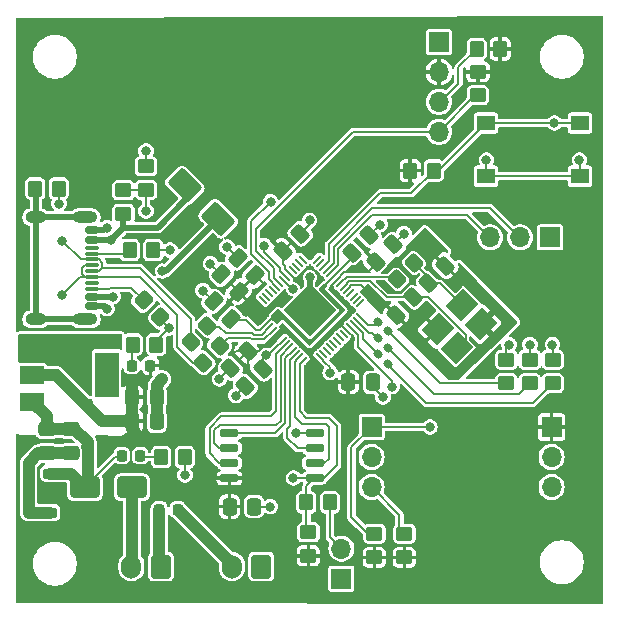
<source format=gbr>
%TF.GenerationSoftware,KiCad,Pcbnew,8.0.1*%
%TF.CreationDate,2024-04-17T00:31:54+12:00*%
%TF.ProjectId,50x50 2 Layer,35307835-3020-4322-904c-617965722e6b,B*%
%TF.SameCoordinates,Original*%
%TF.FileFunction,Copper,L1,Top*%
%TF.FilePolarity,Positive*%
%FSLAX46Y46*%
G04 Gerber Fmt 4.6, Leading zero omitted, Abs format (unit mm)*
G04 Created by KiCad (PCBNEW 8.0.1) date 2024-04-17 00:31:54*
%MOMM*%
%LPD*%
G01*
G04 APERTURE LIST*
G04 Aperture macros list*
%AMRoundRect*
0 Rectangle with rounded corners*
0 $1 Rounding radius*
0 $2 $3 $4 $5 $6 $7 $8 $9 X,Y pos of 4 corners*
0 Add a 4 corners polygon primitive as box body*
4,1,4,$2,$3,$4,$5,$6,$7,$8,$9,$2,$3,0*
0 Add four circle primitives for the rounded corners*
1,1,$1+$1,$2,$3*
1,1,$1+$1,$4,$5*
1,1,$1+$1,$6,$7*
1,1,$1+$1,$8,$9*
0 Add four rect primitives between the rounded corners*
20,1,$1+$1,$2,$3,$4,$5,0*
20,1,$1+$1,$4,$5,$6,$7,0*
20,1,$1+$1,$6,$7,$8,$9,0*
20,1,$1+$1,$8,$9,$2,$3,0*%
%AMRotRect*
0 Rectangle, with rotation*
0 The origin of the aperture is its center*
0 $1 length*
0 $2 width*
0 $3 Rotation angle, in degrees counterclockwise*
0 Add horizontal line*
21,1,$1,$2,0,0,$3*%
G04 Aperture macros list end*
%TA.AperFunction,SMDPad,CuDef*%
%ADD10RoundRect,0.250000X0.097227X-0.574524X0.574524X-0.097227X-0.097227X0.574524X-0.574524X0.097227X0*%
%TD*%
%TA.AperFunction,SMDPad,CuDef*%
%ADD11RoundRect,0.250000X-0.450000X0.350000X-0.450000X-0.350000X0.450000X-0.350000X0.450000X0.350000X0*%
%TD*%
%TA.AperFunction,SMDPad,CuDef*%
%ADD12RoundRect,0.250000X-0.097227X0.574524X-0.574524X0.097227X0.097227X-0.574524X0.574524X-0.097227X0*%
%TD*%
%TA.AperFunction,SMDPad,CuDef*%
%ADD13RoundRect,0.250000X-0.337500X-0.475000X0.337500X-0.475000X0.337500X0.475000X-0.337500X0.475000X0*%
%TD*%
%TA.AperFunction,SMDPad,CuDef*%
%ADD14RoundRect,0.050000X0.309359X-0.238649X-0.238649X0.309359X-0.309359X0.238649X0.238649X-0.309359X0*%
%TD*%
%TA.AperFunction,SMDPad,CuDef*%
%ADD15RoundRect,0.050000X0.309359X0.238649X0.238649X0.309359X-0.309359X-0.238649X-0.238649X-0.309359X0*%
%TD*%
%TA.AperFunction,SMDPad,CuDef*%
%ADD16RotRect,3.200000X3.200000X135.000000*%
%TD*%
%TA.AperFunction,SMDPad,CuDef*%
%ADD17RoundRect,0.250000X1.166726X-0.247487X-0.247487X1.166726X-1.166726X0.247487X0.247487X-1.166726X0*%
%TD*%
%TA.AperFunction,ComponentPad*%
%ADD18R,1.700000X1.700000*%
%TD*%
%TA.AperFunction,ComponentPad*%
%ADD19O,1.700000X1.700000*%
%TD*%
%TA.AperFunction,SMDPad,CuDef*%
%ADD20RoundRect,0.250000X0.450000X-0.350000X0.450000X0.350000X-0.450000X0.350000X-0.450000X-0.350000X0*%
%TD*%
%TA.AperFunction,SMDPad,CuDef*%
%ADD21R,2.000000X1.500000*%
%TD*%
%TA.AperFunction,SMDPad,CuDef*%
%ADD22R,2.000000X3.800000*%
%TD*%
%TA.AperFunction,SMDPad,CuDef*%
%ADD23RoundRect,0.160000X0.270468X-0.044194X-0.044194X0.270468X-0.270468X0.044194X0.044194X-0.270468X0*%
%TD*%
%TA.AperFunction,SMDPad,CuDef*%
%ADD24RoundRect,0.250000X-0.574524X-0.097227X-0.097227X-0.574524X0.574524X0.097227X0.097227X0.574524X0*%
%TD*%
%TA.AperFunction,SMDPad,CuDef*%
%ADD25RoundRect,0.150000X-0.425000X0.150000X-0.425000X-0.150000X0.425000X-0.150000X0.425000X0.150000X0*%
%TD*%
%TA.AperFunction,SMDPad,CuDef*%
%ADD26RoundRect,0.075000X-0.500000X0.075000X-0.500000X-0.075000X0.500000X-0.075000X0.500000X0.075000X0*%
%TD*%
%TA.AperFunction,ComponentPad*%
%ADD27O,2.100000X1.000000*%
%TD*%
%TA.AperFunction,ComponentPad*%
%ADD28O,1.800000X1.000000*%
%TD*%
%TA.AperFunction,SMDPad,CuDef*%
%ADD29RoundRect,0.250000X-0.350000X-0.450000X0.350000X-0.450000X0.350000X0.450000X-0.350000X0.450000X0*%
%TD*%
%TA.AperFunction,SMDPad,CuDef*%
%ADD30RoundRect,0.218750X-0.218750X-0.256250X0.218750X-0.256250X0.218750X0.256250X-0.218750X0.256250X0*%
%TD*%
%TA.AperFunction,SMDPad,CuDef*%
%ADD31RoundRect,0.250000X0.565685X0.070711X0.070711X0.565685X-0.565685X-0.070711X-0.070711X-0.565685X0*%
%TD*%
%TA.AperFunction,SMDPad,CuDef*%
%ADD32RoundRect,0.250000X0.574524X0.097227X0.097227X0.574524X-0.574524X-0.097227X-0.097227X-0.574524X0*%
%TD*%
%TA.AperFunction,SMDPad,CuDef*%
%ADD33RoundRect,0.250000X0.350000X0.450000X-0.350000X0.450000X-0.350000X-0.450000X0.350000X-0.450000X0*%
%TD*%
%TA.AperFunction,SMDPad,CuDef*%
%ADD34RoundRect,0.250000X0.070711X-0.565685X0.565685X-0.070711X-0.070711X0.565685X-0.565685X0.070711X0*%
%TD*%
%TA.AperFunction,SMDPad,CuDef*%
%ADD35RoundRect,0.150000X0.650000X0.150000X-0.650000X0.150000X-0.650000X-0.150000X0.650000X-0.150000X0*%
%TD*%
%TA.AperFunction,ComponentPad*%
%ADD36RoundRect,0.250000X0.600000X0.750000X-0.600000X0.750000X-0.600000X-0.750000X0.600000X-0.750000X0*%
%TD*%
%TA.AperFunction,ComponentPad*%
%ADD37O,1.700000X2.000000*%
%TD*%
%TA.AperFunction,SMDPad,CuDef*%
%ADD38RotRect,2.100000X1.800000X45.000000*%
%TD*%
%TA.AperFunction,SMDPad,CuDef*%
%ADD39RoundRect,0.250000X-0.475000X0.337500X-0.475000X-0.337500X0.475000X-0.337500X0.475000X0.337500X0*%
%TD*%
%TA.AperFunction,SMDPad,CuDef*%
%ADD40R,1.550000X1.300000*%
%TD*%
%TA.AperFunction,SMDPad,CuDef*%
%ADD41RoundRect,0.250000X-1.000000X-0.650000X1.000000X-0.650000X1.000000X0.650000X-1.000000X0.650000X0*%
%TD*%
%TA.AperFunction,SMDPad,CuDef*%
%ADD42RoundRect,0.218750X0.218750X0.256250X-0.218750X0.256250X-0.218750X-0.256250X0.218750X-0.256250X0*%
%TD*%
%TA.AperFunction,SMDPad,CuDef*%
%ADD43RoundRect,0.250000X0.337500X0.475000X-0.337500X0.475000X-0.337500X-0.475000X0.337500X-0.475000X0*%
%TD*%
%TA.AperFunction,SMDPad,CuDef*%
%ADD44RoundRect,0.225000X-0.375000X0.225000X-0.375000X-0.225000X0.375000X-0.225000X0.375000X0.225000X0*%
%TD*%
%TA.AperFunction,ViaPad*%
%ADD45C,0.800000*%
%TD*%
%TA.AperFunction,Conductor*%
%ADD46C,1.000000*%
%TD*%
%TA.AperFunction,Conductor*%
%ADD47C,0.200000*%
%TD*%
%TA.AperFunction,Conductor*%
%ADD48C,0.500000*%
%TD*%
%TA.AperFunction,Conductor*%
%ADD49C,0.150000*%
%TD*%
G04 APERTURE END LIST*
D10*
%TO.P,C13,1*%
%TO.N,+3V3*%
X108829377Y-58264623D03*
%TO.P,C13,2*%
%TO.N,GND*%
X110296623Y-56797377D03*
%TD*%
D11*
%TO.P,R17,1*%
%TO.N,I2C1_SDA*%
X111252000Y-81296000D03*
%TO.P,R17,2*%
%TO.N,+3V3*%
X111252000Y-83296000D03*
%TD*%
D12*
%TO.P,C12,1*%
%TO.N,+3V3*%
X97977623Y-65814377D03*
%TO.P,C12,2*%
%TO.N,GND*%
X96510377Y-67281623D03*
%TD*%
D13*
%TO.P,C6,1*%
%TO.N,+3V3*%
X88205500Y-69723000D03*
%TO.P,C6,2*%
%TO.N,GND*%
X90280500Y-69723000D03*
%TD*%
D14*
%TO.P,U1,1,IOVDD*%
%TO.N,+3V3*%
X103831573Y-66645157D03*
%TO.P,U1,2,GPIO0*%
%TO.N,USB_DET*%
X104114416Y-66362314D03*
%TO.P,U1,3,GPIO1*%
%TO.N,/GPIO_1*%
X104397258Y-66079472D03*
%TO.P,U1,4,GPIO2*%
%TO.N,/GPIO_2*%
X104680101Y-65796629D03*
%TO.P,U1,5,GPIO3*%
%TO.N,/GPIO_3*%
X104962944Y-65513786D03*
%TO.P,U1,6,GPIO4*%
%TO.N,/GPIO_4*%
X105245786Y-65230944D03*
%TO.P,U1,7,GPIO5*%
%TO.N,/GPIO_5*%
X105528629Y-64948101D03*
%TO.P,U1,8,GPIO6*%
%TO.N,/GPIO_6*%
X105811472Y-64665258D03*
%TO.P,U1,9,GPIO7*%
%TO.N,/GPIO_7*%
X106094315Y-64382415D03*
%TO.P,U1,10,IOVDD*%
%TO.N,+3V3*%
X106377157Y-64099573D03*
%TO.P,U1,11,GPIO8*%
%TO.N,INT_1*%
X106660000Y-63816730D03*
%TO.P,U1,12,GPIO9*%
%TO.N,/LED_RED*%
X106942843Y-63533887D03*
%TO.P,U1,13,GPIO10*%
%TO.N,/LED_YELLOW*%
X107225685Y-63251045D03*
%TO.P,U1,14,GPIO11*%
%TO.N,/LED_GREEN*%
X107508528Y-62968202D03*
D15*
%TO.P,U1,15,GPIO12*%
%TO.N,/SPI1_MISO*%
X107508528Y-61783798D03*
%TO.P,U1,16,GPIO13*%
%TO.N,/SPI1_CSn*%
X107225685Y-61500955D03*
%TO.P,U1,17,GPIO14*%
%TO.N,/SPI1_SCK*%
X106942843Y-61218113D03*
%TO.P,U1,18,GPIO15*%
%TO.N,/SPI1_MOSI*%
X106660000Y-60935270D03*
%TO.P,U1,19,TESTEN*%
%TO.N,GND*%
X106377157Y-60652427D03*
%TO.P,U1,20,XIN*%
%TO.N,/XIN*%
X106094315Y-60369585D03*
%TO.P,U1,21,XOUT*%
%TO.N,/Xout*%
X105811472Y-60086742D03*
%TO.P,U1,22,IOVDD*%
%TO.N,+3V3*%
X105528629Y-59803899D03*
%TO.P,U1,23,DVDD*%
%TO.N,+1V1*%
X105245786Y-59521056D03*
%TO.P,U1,24,SWCLK*%
%TO.N,/SWCLK*%
X104962944Y-59238214D03*
%TO.P,U1,25,SWD*%
%TO.N,/SWD*%
X104680101Y-58955371D03*
%TO.P,U1,26,RUN*%
%TO.N,/RUN*%
X104397258Y-58672528D03*
%TO.P,U1,27,GPIO16*%
%TO.N,/SPI0_MISO*%
X104114416Y-58389686D03*
%TO.P,U1,28,GPIO17*%
%TO.N,/SPI0_CSn*%
X103831573Y-58106843D03*
D14*
%TO.P,U1,29,GPIO18*%
%TO.N,/SPI0_SCK*%
X102647169Y-58106843D03*
%TO.P,U1,30,GPIO19*%
%TO.N,/SPI0_MOSI*%
X102364326Y-58389686D03*
%TO.P,U1,31,GPIO20*%
%TO.N,/CLK_GPIN0*%
X102081484Y-58672528D03*
%TO.P,U1,32,GPIO21*%
%TO.N,/CLK_GPOUT0*%
X101798641Y-58955371D03*
%TO.P,U1,33,IOVDD*%
%TO.N,+3V3*%
X101515798Y-59238214D03*
%TO.P,U1,34,GPIO22*%
%TO.N,I2C1_SDA*%
X101232956Y-59521056D03*
%TO.P,U1,35,GPIO23*%
%TO.N,I2C1_SCL*%
X100950113Y-59803899D03*
%TO.P,U1,36,GPIO24*%
%TO.N,I2C0_SDA*%
X100667270Y-60086742D03*
%TO.P,U1,37,GPIO25*%
%TO.N,I2C0_SCL*%
X100384427Y-60369585D03*
%TO.P,U1,38,GPIO26_ADC0*%
%TO.N,/ADC_0*%
X100101585Y-60652427D03*
%TO.P,U1,39,GPIO27_ADC1*%
%TO.N,/ADC_1*%
X99818742Y-60935270D03*
%TO.P,U1,40,GPIO28_ADC2*%
%TO.N,/ADC_2*%
X99535899Y-61218113D03*
%TO.P,U1,41,GPIO29_ADC3*%
%TO.N,/ADC_3*%
X99253057Y-61500955D03*
%TO.P,U1,42,IOVDD*%
%TO.N,+3V3*%
X98970214Y-61783798D03*
D15*
%TO.P,U1,43,ADC_AVDD*%
X98970214Y-62968202D03*
%TO.P,U1,44,VREG_IN*%
X99253057Y-63251045D03*
%TO.P,U1,45,VREG_VOUT*%
%TO.N,+1V1*%
X99535899Y-63533887D03*
%TO.P,U1,46,USB_DM*%
%TO.N,/USB_D-*%
X99818742Y-63816730D03*
%TO.P,U1,47,USB_DP*%
%TO.N,/USB_D+*%
X100101585Y-64099573D03*
%TO.P,U1,48,USB_VDD*%
%TO.N,+3V3*%
X100384427Y-64382415D03*
%TO.P,U1,49,IOVDD*%
X100667270Y-64665258D03*
%TO.P,U1,50,DVDD*%
%TO.N,+1V1*%
X100950113Y-64948101D03*
%TO.P,U1,51,QSPI_SD3*%
%TO.N,/QSPI_SD3*%
X101232956Y-65230944D03*
%TO.P,U1,52,QSPI_SCLK*%
%TO.N,/QSPI_SCLK*%
X101515798Y-65513786D03*
%TO.P,U1,53,QSPI_SD0*%
%TO.N,/QSPI_SD0*%
X101798641Y-65796629D03*
%TO.P,U1,54,QSPI_SD2*%
%TO.N,/QSPI_SD2*%
X102081484Y-66079472D03*
%TO.P,U1,55,QSPI_SD1*%
%TO.N,/QSPI_SD1*%
X102364326Y-66362314D03*
%TO.P,U1,56,QSPI_SS*%
%TO.N,/QSPI_SS*%
X102647169Y-66645157D03*
D16*
%TO.P,U1,57,GND*%
%TO.N,GND*%
X103239371Y-62376000D03*
%TD*%
D17*
%TO.P,D1,1,K*%
%TO.N,+BATT*%
X95483214Y-54627214D03*
%TO.P,D1,2,A*%
%TO.N,VBUS*%
X92654786Y-51798786D03*
%TD*%
D18*
%TO.P,J2,1,Pin_1*%
%TO.N,GND*%
X105918000Y-85090000D03*
D19*
%TO.P,J2,2,Pin_2*%
%TO.N,Net-(J2-Pin_2)*%
X105918000Y-82550000D03*
%TD*%
D13*
%TO.P,C11,1*%
%TO.N,+3V3*%
X106493500Y-68453000D03*
%TO.P,C11,2*%
%TO.N,GND*%
X108568500Y-68453000D03*
%TD*%
D20*
%TO.P,R8,1*%
%TO.N,USB_DET*%
X89370000Y-52181000D03*
%TO.P,R8,2*%
%TO.N,GND*%
X89370000Y-50181000D03*
%TD*%
D21*
%TO.P,U3,1,GND*%
%TO.N,GND*%
X79743000Y-65518000D03*
%TO.P,U3,2,VO*%
%TO.N,+3V3*%
X79743000Y-67818000D03*
%TO.P,U3,3,VI*%
%TO.N,+BATT*%
X79743000Y-70118000D03*
D22*
%TO.P,U3,4*%
%TO.N,N/C*%
X86043000Y-67818000D03*
%TD*%
D23*
%TO.P,D8,1,K*%
%TO.N,Net-(D8-K)*%
X109840819Y-64158819D03*
%TO.P,D8,2,A*%
%TO.N,/LED_GREEN*%
X109031181Y-63349181D03*
%TD*%
%TO.P,D7,1,K*%
%TO.N,Net-(D7-K)*%
X109840819Y-65555819D03*
%TO.P,D7,2,A*%
%TO.N,/LED_YELLOW*%
X109031181Y-64746181D03*
%TD*%
D24*
%TO.P,C10,1*%
%TO.N,GND*%
X95113377Y-61623377D03*
%TO.P,C10,2*%
%TO.N,+1V1*%
X96580623Y-63090623D03*
%TD*%
D20*
%TO.P,R19,1*%
%TO.N,Net-(D7-K)*%
X121882000Y-68564000D03*
%TO.P,R19,2*%
%TO.N,GND*%
X121882000Y-66564000D03*
%TD*%
D12*
%TO.P,C9,1*%
%TO.N,+1V1*%
X99247623Y-67338377D03*
%TO.P,C9,2*%
%TO.N,GND*%
X97780377Y-68805623D03*
%TD*%
D25*
%TO.P,J3,A1,GND*%
%TO.N,GND*%
X84798000Y-55621000D03*
%TO.P,J3,A4,VBUS*%
%TO.N,VBUS*%
X84798000Y-56421000D03*
D26*
%TO.P,J3,A5,CC1*%
%TO.N,Net-(J3-CC1)*%
X84798000Y-57571000D03*
%TO.P,J3,A6,D+*%
%TO.N,D+*%
X84798000Y-58571000D03*
%TO.P,J3,A7,D-*%
%TO.N,D-*%
X84798000Y-59071000D03*
%TO.P,J3,A8*%
%TO.N,N/C*%
X84798000Y-60071000D03*
D25*
%TO.P,J3,A9,VBUS*%
%TO.N,VBUS*%
X84798000Y-61221000D03*
%TO.P,J3,A12,GND*%
%TO.N,GND*%
X84798000Y-62021000D03*
%TO.P,J3,B1,GND*%
X84798000Y-62021000D03*
%TO.P,J3,B4,VBUS*%
%TO.N,VBUS*%
X84798000Y-61221000D03*
D26*
%TO.P,J3,B5,CC2*%
%TO.N,Net-(J3-CC2)*%
X84798000Y-60571000D03*
%TO.P,J3,B6,D+*%
%TO.N,D+*%
X84798000Y-59571000D03*
%TO.P,J3,B7,D-*%
%TO.N,D-*%
X84798000Y-58071000D03*
%TO.P,J3,B8*%
%TO.N,N/C*%
X84798000Y-57071000D03*
D25*
%TO.P,J3,B9,VBUS*%
%TO.N,VBUS*%
X84798000Y-56421000D03*
%TO.P,J3,B12,GND*%
%TO.N,GND*%
X84798000Y-55621000D03*
D27*
%TO.P,J3,S1,SHIELD*%
%TO.N,Net-(J3-SHIELD)*%
X84223000Y-54501000D03*
D28*
X80043000Y-54501000D03*
D27*
X84223000Y-63141000D03*
D28*
X80043000Y-63141000D03*
%TD*%
D11*
%TO.P,R15,1*%
%TO.N,I2C1_SCL*%
X108712000Y-81296000D03*
%TO.P,R15,2*%
%TO.N,+3V3*%
X108712000Y-83296000D03*
%TD*%
D20*
%TO.P,R20,1*%
%TO.N,Net-(D8-K)*%
X119879000Y-68564000D03*
%TO.P,R20,2*%
%TO.N,GND*%
X119879000Y-66564000D03*
%TD*%
D29*
%TO.P,R5,1*%
%TO.N,Net-(J3-CC1)*%
X87989000Y-57277000D03*
%TO.P,R5,2*%
%TO.N,GND*%
X89989000Y-57277000D03*
%TD*%
D30*
%TO.P,D5,1,K*%
%TO.N,Net-(D5-K)*%
X88175998Y-67056000D03*
%TO.P,D5,2,A*%
%TO.N,+3V3*%
X89751000Y-67056000D03*
%TD*%
D24*
%TO.P,C16,1*%
%TO.N,GND*%
X95748377Y-59337377D03*
%TO.P,C16,2*%
%TO.N,+3V3*%
X97215623Y-60804623D03*
%TD*%
D20*
%TO.P,R3,1*%
%TO.N,+3V3*%
X103124000Y-83169000D03*
%TO.P,R3,2*%
%TO.N,/QSPI_SS*%
X103124000Y-81169000D03*
%TD*%
D31*
%TO.P,R7,1*%
%TO.N,GND*%
X90585107Y-62937107D03*
%TO.P,R7,2*%
%TO.N,Net-(J3-CC2)*%
X89170893Y-61522893D03*
%TD*%
D29*
%TO.P,R6,1*%
%TO.N,Net-(D4-K)*%
X90656000Y-74803000D03*
%TO.P,R6,2*%
%TO.N,GND*%
X92656000Y-74803000D03*
%TD*%
D32*
%TO.P,C14,1*%
%TO.N,+3V3*%
X98612623Y-59407623D03*
%TO.P,C14,2*%
%TO.N,GND*%
X97145377Y-57940377D03*
%TD*%
D29*
%TO.P,R11,1*%
%TO.N,Net-(D5-K)*%
X88243000Y-65278000D03*
%TO.P,R11,2*%
%TO.N,GND*%
X90243000Y-65278000D03*
%TD*%
D30*
%TO.P,F1,1*%
%TO.N,Net-(SW1-A)*%
X90487500Y-79248000D03*
%TO.P,F1,2*%
%TO.N,/Battery*%
X92062500Y-79248000D03*
%TD*%
D12*
%TO.P,C15,1*%
%TO.N,GND*%
X102422623Y-55908377D03*
%TO.P,C15,2*%
%TO.N,+3V3*%
X100955377Y-57375623D03*
%TD*%
D33*
%TO.P,R2,1*%
%TO.N,Net-(J2-Pin_2)*%
X104955000Y-78638000D03*
%TO.P,R2,2*%
%TO.N,/QSPI_SS*%
X102955000Y-78638000D03*
%TD*%
D20*
%TO.P,R4,1*%
%TO.N,VBUS*%
X87465000Y-54213000D03*
%TO.P,R4,2*%
%TO.N,USB_DET*%
X87465000Y-52213000D03*
%TD*%
D34*
%TO.P,R13,1*%
%TO.N,D+*%
X94196000Y-66802000D03*
%TO.P,R13,2*%
%TO.N,/USB_D+*%
X95610214Y-65387786D03*
%TD*%
D10*
%TO.P,C5,1*%
%TO.N,Net-(C5-Pad1)*%
X113236232Y-60056114D03*
%TO.P,C5,2*%
%TO.N,GND*%
X114703478Y-58588868D03*
%TD*%
D12*
%TO.P,C4,1*%
%TO.N,/XIN*%
X112008101Y-61284245D03*
%TO.P,C4,2*%
%TO.N,GND*%
X110540855Y-62751491D03*
%TD*%
D35*
%TO.P,U2,1,~{CS}*%
%TO.N,/QSPI_SS*%
X103638000Y-76581000D03*
%TO.P,U2,2,DO(IO1)*%
%TO.N,/QSPI_SD1*%
X103638000Y-75311000D03*
%TO.P,U2,3,IO2*%
%TO.N,/QSPI_SD2*%
X103638000Y-74041000D03*
%TO.P,U2,4,GND*%
%TO.N,GND*%
X103638000Y-72771000D03*
%TO.P,U2,5,DI(IO0)*%
%TO.N,/QSPI_SD0*%
X96438000Y-72771000D03*
%TO.P,U2,6,CLK*%
%TO.N,/QSPI_SCLK*%
X96438000Y-74041000D03*
%TO.P,U2,7,IO3*%
%TO.N,/QSPI_SD3*%
X96438000Y-75311000D03*
%TO.P,U2,8,VCC*%
%TO.N,+3V3*%
X96438000Y-76581000D03*
%TD*%
D36*
%TO.P,SW1,1,A*%
%TO.N,Net-(SW1-A)*%
X90640000Y-84074000D03*
D37*
%TO.P,SW1,2,B*%
%TO.N,Net-(D2-A)*%
X88140000Y-84074000D03*
%TD*%
D29*
%TO.P,R1,1*%
%TO.N,Net-(J3-SHIELD)*%
X79988000Y-52070000D03*
%TO.P,R1,2*%
%TO.N,GND*%
X81988000Y-52070000D03*
%TD*%
D20*
%TO.P,R18,1*%
%TO.N,Net-(D6-K)*%
X123816000Y-68548000D03*
%TO.P,R18,2*%
%TO.N,GND*%
X123816000Y-66548000D03*
%TD*%
D38*
%TO.P,Y1,1,1*%
%TO.N,/XIN*%
X115700868Y-65592478D03*
%TO.P,Y1,2,2*%
%TO.N,GND*%
X117751478Y-63541868D03*
%TO.P,Y1,3,3*%
%TO.N,Net-(C5-Pad1)*%
X116125132Y-61915522D03*
%TO.P,Y1,4,4*%
%TO.N,GND*%
X114074522Y-63966132D03*
%TD*%
D39*
%TO.P,C2,1*%
%TO.N,+BATT*%
X83020000Y-72404000D03*
%TO.P,C2,2*%
%TO.N,GND*%
X83020000Y-74479000D03*
%TD*%
D40*
%TO.P,SW2,1,1*%
%TO.N,GND*%
X126116000Y-51018000D03*
X118156000Y-51018000D03*
%TO.P,SW2,2,2*%
%TO.N,/RUN*%
X126116000Y-46518000D03*
X118156000Y-46518000D03*
%TD*%
D41*
%TO.P,D2,1,K*%
%TO.N,+BATT*%
X84195000Y-77343000D03*
%TO.P,D2,2,A*%
%TO.N,Net-(D2-A)*%
X88195000Y-77343000D03*
%TD*%
D20*
%TO.P,R16,1*%
%TO.N,I2C0_SDA*%
X117475000Y-44180000D03*
%TO.P,R16,2*%
%TO.N,+3V3*%
X117475000Y-42180000D03*
%TD*%
D10*
%TO.P,C8,1*%
%TO.N,+1V1*%
X106797377Y-57502623D03*
%TO.P,C8,2*%
%TO.N,GND*%
X108264623Y-56035377D03*
%TD*%
D42*
%TO.P,D4,1,K*%
%TO.N,Net-(D4-K)*%
X88887500Y-74676000D03*
%TO.P,D4,2,A*%
%TO.N,+BATT*%
X87312500Y-74676000D03*
%TD*%
D39*
%TO.P,C3,1*%
%TO.N,+BATT*%
X80988000Y-72404000D03*
%TO.P,C3,2*%
%TO.N,GND*%
X80988000Y-74479000D03*
%TD*%
D18*
%TO.P,J5,1,Pin_1*%
%TO.N,GND*%
X114173000Y-39653000D03*
D19*
%TO.P,J5,2,Pin_2*%
%TO.N,+3V3*%
X114173000Y-42193000D03*
%TO.P,J5,3,Pin_3*%
%TO.N,I2C0_SCL*%
X114173000Y-44733000D03*
%TO.P,J5,4,Pin_4*%
%TO.N,I2C0_SDA*%
X114173000Y-47273000D03*
%TD*%
D43*
%TO.P,C1,1*%
%TO.N,GND*%
X98522700Y-78994000D03*
%TO.P,C1,2*%
%TO.N,+3V3*%
X96447700Y-78994000D03*
%TD*%
D33*
%TO.P,R10,1*%
%TO.N,/RUN*%
X113738000Y-50546000D03*
%TO.P,R10,2*%
%TO.N,+3V3*%
X111738000Y-50546000D03*
%TD*%
D34*
%TO.P,R9,1*%
%TO.N,/Xout*%
X110633893Y-59762107D03*
%TO.P,R9,2*%
%TO.N,Net-(C5-Pad1)*%
X112048107Y-58347893D03*
%TD*%
D36*
%TO.P,J1,1,Pin_1*%
%TO.N,GND*%
X99149000Y-84074000D03*
D37*
%TO.P,J1,2,Pin_2*%
%TO.N,/Battery*%
X96649000Y-84074000D03*
%TD*%
D18*
%TO.P,U4,1,SCL*%
%TO.N,I2C1_SCL*%
X108471000Y-72263000D03*
D19*
%TO.P,U4,2,INT_1*%
%TO.N,INT_1*%
X108471000Y-74803000D03*
%TO.P,U4,3,SDA*%
%TO.N,I2C1_SDA*%
X108471000Y-77343000D03*
%TO.P,U4,4,GND*%
%TO.N,GND*%
X123711000Y-77343000D03*
%TO.P,U4,5*%
%TO.N,unconnected-(U4-Pad5)*%
X123711000Y-74803000D03*
D18*
%TO.P,U4,6,+3V3*%
%TO.N,+3V3*%
X123711000Y-72263000D03*
%TD*%
D23*
%TO.P,D6,1,K*%
%TO.N,Net-(D6-K)*%
X109840819Y-66929000D03*
%TO.P,D6,2,A*%
%TO.N,/LED_RED*%
X109031181Y-66119362D03*
%TD*%
D18*
%TO.P,J4,1,Pin_1*%
%TO.N,GND*%
X123596400Y-56209800D03*
D19*
%TO.P,J4,2,Pin_2*%
%TO.N,/SWD*%
X121056400Y-56209800D03*
%TO.P,J4,3,Pin_3*%
%TO.N,/SWCLK*%
X118516400Y-56209800D03*
%TD*%
D34*
%TO.P,R12,1*%
%TO.N,D-*%
X93162786Y-65096107D03*
%TO.P,R12,2*%
%TO.N,/USB_D-*%
X94577000Y-63681893D03*
%TD*%
D29*
%TO.P,R14,1*%
%TO.N,I2C0_SCL*%
X117364000Y-40259000D03*
%TO.P,R14,2*%
%TO.N,+3V3*%
X119364000Y-40259000D03*
%TD*%
D13*
%TO.P,C7,1*%
%TO.N,+3V3*%
X88205500Y-71755000D03*
%TO.P,C7,2*%
%TO.N,GND*%
X90280500Y-71755000D03*
%TD*%
D44*
%TO.P,D3,1,K*%
%TO.N,+BATT*%
X81280000Y-76200000D03*
%TO.P,D3,2,A*%
%TO.N,GND*%
X81280000Y-79500000D03*
%TD*%
D45*
%TO.N,+3V3*%
X97688400Y-53492400D03*
X100736400Y-55219600D03*
X107531000Y-58674000D03*
X97879000Y-62484000D03*
X81743000Y-67818000D03*
X115278000Y-55753000D03*
X103594000Y-67691000D03*
X99403000Y-69469000D03*
%TO.N,GND*%
X81750000Y-65532000D03*
X89370000Y-48895000D03*
X95593000Y-68199000D03*
X109182000Y-55118000D03*
X79464000Y-75311000D03*
X103239371Y-59582000D03*
X82766000Y-65532000D03*
X123787000Y-65278000D03*
X126073000Y-49657000D03*
X121882000Y-65278000D03*
X94831000Y-58420000D03*
X86068000Y-62230000D03*
X99911000Y-78994000D03*
X118199000Y-61468000D03*
X108166000Y-60833000D03*
X96228000Y-57023000D03*
X111214000Y-55880000D03*
X94196000Y-60706000D03*
X102063154Y-72803581D03*
X109436000Y-69723000D03*
X118199000Y-49657000D03*
X86068000Y-55372000D03*
X116421000Y-59690000D03*
X91337000Y-63881000D03*
X91402000Y-57277000D03*
X79464000Y-79502000D03*
X90767000Y-68199000D03*
X82753200Y-66497200D03*
X113627000Y-66294000D03*
X120104000Y-65278000D03*
X103225600Y-54762400D03*
X82004000Y-53340000D03*
X111849000Y-64516000D03*
X96990000Y-69596000D03*
X92672000Y-76327000D03*
X81737200Y-66497200D03*
%TO.N,+BATT*%
X90767000Y-59055000D03*
X84417000Y-73914000D03*
%TO.N,+1V1*%
X99563773Y-66193020D03*
X100546000Y-62865000D03*
%TO.N,VBUS*%
X86576000Y-61214000D03*
X86449000Y-56388000D03*
%TO.N,I2C0_SCL*%
X99919608Y-53183608D03*
%TO.N,/QSPI_SS*%
X101854000Y-76581000D03*
%TO.N,/RUN*%
X123952000Y-46518000D03*
%TO.N,I2C1_SCL*%
X113411000Y-72263000D03*
X101803200Y-60553600D03*
%TO.N,I2C1_SDA*%
X99394980Y-56904020D03*
%TO.N,USB_DET*%
X104952800Y-67665600D03*
X89370000Y-53975000D03*
%TO.N,D-*%
X82296000Y-56515000D03*
%TO.N,D+*%
X82296000Y-61087000D03*
%TO.N,INT_1*%
X110198000Y-68834000D03*
%TD*%
D46*
%TO.N,+3V3*%
X88205500Y-72457500D02*
X88900000Y-73152000D01*
D47*
X101515798Y-59238214D02*
X101986582Y-59709000D01*
X108173069Y-59174931D02*
X108956377Y-58391623D01*
X100955377Y-57375623D02*
X101689000Y-56642000D01*
X97977623Y-65814377D02*
X98952465Y-65814377D01*
X100384427Y-64382415D02*
X100866842Y-63900000D01*
D46*
X81743000Y-67818000D02*
X85680000Y-71755000D01*
D47*
X101138302Y-58860720D02*
X101138302Y-58631302D01*
X106377157Y-64099573D02*
X106939582Y-64662000D01*
X97977623Y-65814377D02*
X97977623Y-67027623D01*
X100667270Y-64665258D02*
X100308528Y-65024000D01*
X103831573Y-66645157D02*
X104388414Y-67202000D01*
X106377157Y-64099573D02*
X105918000Y-63640418D01*
X97977623Y-65814377D02*
X96961623Y-65814377D01*
X104388414Y-67202000D02*
X104394000Y-67202000D01*
X98970214Y-61783798D02*
X99347708Y-62161294D01*
X100955377Y-58448377D02*
X100955377Y-57375623D01*
D46*
X88205500Y-69723000D02*
X88205500Y-68639500D01*
D47*
X98952465Y-65814377D02*
X100384427Y-64382415D01*
X105528629Y-59803899D02*
X106157597Y-59174931D01*
X103831573Y-66645157D02*
X103378000Y-66191586D01*
X97977623Y-65814377D02*
X97244000Y-66548000D01*
X106939582Y-64853418D02*
X106642000Y-65151000D01*
X100308528Y-65024000D02*
X100292000Y-65024000D01*
X99253057Y-63251045D02*
X98858102Y-63646000D01*
X106939582Y-64662000D02*
X106939582Y-64853418D01*
X101515798Y-59238214D02*
X101138302Y-58860720D01*
X100667270Y-64665258D02*
X101178528Y-64154000D01*
D46*
X88205500Y-68639500D02*
X88392000Y-68453000D01*
D47*
X98612623Y-59407623D02*
X99276000Y-60071000D01*
D46*
X88205500Y-71755000D02*
X88205500Y-72457500D01*
X85680000Y-71755000D02*
X88205500Y-71755000D01*
D47*
X105528629Y-59803899D02*
X105029000Y-60303528D01*
D46*
X88205500Y-71755000D02*
X88205500Y-69723000D01*
X79743000Y-67818000D02*
X81743000Y-67818000D01*
D47*
X97977623Y-67027623D02*
X98006000Y-67056000D01*
X96961623Y-65814377D02*
X96736000Y-66040000D01*
X97215623Y-60804623D02*
X96482000Y-60071000D01*
X98970214Y-61783798D02*
X98552000Y-61365586D01*
X99253057Y-63251045D02*
X99695000Y-62809102D01*
X106157597Y-59174931D02*
X108173069Y-59174931D01*
X101138302Y-58631302D02*
X100955377Y-58448377D01*
%TO.N,GND*%
X98083688Y-68424623D02*
X96990000Y-69518311D01*
X96510377Y-67281623D02*
X95593000Y-68199000D01*
D48*
X117751478Y-63541868D02*
X118707000Y-64497390D01*
D46*
X90280500Y-69723000D02*
X90280500Y-68685500D01*
D47*
X109436000Y-69723000D02*
X108568500Y-68855500D01*
D46*
X81280000Y-79500000D02*
X79466000Y-79500000D01*
D47*
X110296623Y-56797377D02*
X111214000Y-55880000D01*
D46*
X79464000Y-75311000D02*
X79431000Y-75311000D01*
D47*
X107607931Y-60274931D02*
X106754651Y-60274931D01*
X89370000Y-50197000D02*
X89370000Y-48895000D01*
D48*
X85819000Y-55621000D02*
X86068000Y-55372000D01*
D46*
X80988000Y-74479000D02*
X80263000Y-74479000D01*
D47*
X96990000Y-69518311D02*
X96990000Y-69596000D01*
D48*
X117751478Y-63541868D02*
X118936346Y-62357000D01*
D47*
X102095735Y-72771000D02*
X103638000Y-72771000D01*
X108568500Y-68855500D02*
X108568500Y-68453000D01*
X81988000Y-53324000D02*
X82004000Y-53340000D01*
X95748377Y-59337377D02*
X94831000Y-58420000D01*
X126116000Y-51018000D02*
X126116000Y-49700000D01*
X89989000Y-57277000D02*
X91402000Y-57277000D01*
X118156000Y-51018000D02*
X118156000Y-49700000D01*
X118156000Y-49700000D02*
X118199000Y-49657000D01*
D46*
X90280500Y-68685500D02*
X90767000Y-68199000D01*
D47*
X119879000Y-65503000D02*
X120104000Y-65278000D01*
X90243000Y-64975000D02*
X91337000Y-63881000D01*
X98535500Y-78994000D02*
X99911000Y-78994000D01*
D48*
X84798000Y-55621000D02*
X85819000Y-55621000D01*
D46*
X79434000Y-79472000D02*
X79464000Y-79502000D01*
D47*
X95113377Y-61623377D02*
X94196000Y-60706000D01*
X92656000Y-74803000D02*
X92656000Y-76311000D01*
X90243000Y-65278000D02*
X90243000Y-64975000D01*
D46*
X80263000Y-74479000D02*
X79464000Y-75278000D01*
D48*
X103239371Y-59582000D02*
X103239371Y-62376000D01*
X111849000Y-64516000D02*
X111873654Y-64516000D01*
D47*
X103225600Y-55105400D02*
X103225600Y-54762400D01*
X108166000Y-60833000D02*
X107607931Y-60274931D01*
D48*
X84798000Y-62021000D02*
X85859000Y-62021000D01*
D47*
X118156000Y-51018000D02*
X126116000Y-51018000D01*
X92656000Y-76311000D02*
X92672000Y-76327000D01*
D46*
X81736000Y-65518000D02*
X81750000Y-65532000D01*
D47*
X108264623Y-56035377D02*
X109182000Y-55118000D01*
X123816000Y-66548000D02*
X123816000Y-65307000D01*
D46*
X79434000Y-75308000D02*
X79434000Y-79472000D01*
D48*
X85859000Y-62021000D02*
X86068000Y-62230000D01*
D46*
X79431000Y-75311000D02*
X79434000Y-75308000D01*
X90280500Y-71755000D02*
X90280500Y-69723000D01*
D47*
X91337000Y-63881000D02*
X90585107Y-63129107D01*
X102422623Y-55908377D02*
X103225600Y-55105400D01*
D48*
X118707000Y-64497390D02*
X118707000Y-64643000D01*
D47*
X106754651Y-60274931D02*
X106377157Y-60652427D01*
D46*
X79743000Y-65518000D02*
X81736000Y-65518000D01*
D47*
X81988000Y-52070000D02*
X81988000Y-53324000D01*
D46*
X81764000Y-65518000D02*
X82752000Y-65518000D01*
X79464000Y-75278000D02*
X79464000Y-75311000D01*
D47*
X90585107Y-63129107D02*
X90585107Y-62937107D01*
D48*
X118936346Y-62357000D02*
X119088000Y-62357000D01*
D47*
X126116000Y-49700000D02*
X126073000Y-49657000D01*
D46*
X82752000Y-65518000D02*
X82766000Y-65532000D01*
D47*
X121882000Y-66564000D02*
X121882000Y-65278000D01*
D46*
X80988000Y-74479000D02*
X83020000Y-74479000D01*
X79466000Y-79500000D02*
X79464000Y-79502000D01*
D47*
X97145377Y-57940377D02*
X96228000Y-57023000D01*
D46*
X81750000Y-65532000D02*
X81764000Y-65518000D01*
D47*
X119879000Y-66564000D02*
X119879000Y-65503000D01*
X123816000Y-65307000D02*
X123787000Y-65278000D01*
X102063154Y-72803581D02*
X102095735Y-72771000D01*
D49*
%TO.N,/XIN*%
X108375931Y-59899931D02*
X109760245Y-61284245D01*
X115700868Y-65592478D02*
X116443330Y-64850016D01*
X109760245Y-61284245D02*
X112008101Y-61284245D01*
X106563969Y-59899931D02*
X108375931Y-59899931D01*
X116443330Y-64461106D02*
X113266469Y-61284245D01*
X116443330Y-64850016D02*
X116443330Y-64461106D01*
X113266469Y-61284245D02*
X112008101Y-61284245D01*
X106094315Y-60369585D02*
X106563969Y-59899931D01*
D47*
%TO.N,+BATT*%
X86735000Y-74803000D02*
X84195000Y-77343000D01*
D46*
X84445000Y-73942000D02*
X84417000Y-73914000D01*
X81280000Y-76200000D02*
X83052000Y-76200000D01*
X83288000Y-72404000D02*
X83020000Y-72404000D01*
X83052000Y-76200000D02*
X84195000Y-77343000D01*
X84445000Y-77093000D02*
X84445000Y-73942000D01*
X80988000Y-71363000D02*
X79743000Y-70118000D01*
D47*
X87312500Y-74803000D02*
X86735000Y-74803000D01*
D48*
X91055428Y-59055000D02*
X90767000Y-59055000D01*
D46*
X83020000Y-72404000D02*
X80988000Y-72404000D01*
X81002000Y-72390000D02*
X80988000Y-72404000D01*
X84445000Y-73886000D02*
X84445000Y-73561000D01*
X84445000Y-73561000D02*
X83288000Y-72404000D01*
X84417000Y-73914000D02*
X84445000Y-73886000D01*
D48*
X95483214Y-54627214D02*
X91055428Y-59055000D01*
D46*
X84195000Y-77343000D02*
X84445000Y-77093000D01*
X80988000Y-72404000D02*
X80988000Y-71363000D01*
D47*
%TO.N,+1V1*%
X99563773Y-66193020D02*
X99644483Y-66193020D01*
X99247623Y-66509170D02*
X99563773Y-66193020D01*
X105245786Y-59521056D02*
X106797377Y-57969465D01*
X97850623Y-63217623D02*
X98679000Y-64046000D01*
X98679000Y-64046000D02*
X99023788Y-64046000D01*
X99247623Y-67338377D02*
X99247623Y-66509170D01*
X106797377Y-57969465D02*
X106797377Y-57502623D01*
X104356000Y-60410842D02*
X104356000Y-60452000D01*
X96806246Y-63217623D02*
X97850623Y-63217623D01*
X100077784Y-62992000D02*
X100292000Y-62992000D01*
X99023788Y-64046000D02*
X99535899Y-63533887D01*
X99705194Y-66193020D02*
X100646607Y-65251607D01*
X105245786Y-59521056D02*
X104356000Y-60410842D01*
X99644483Y-66193020D02*
X99755623Y-66081880D01*
X99535899Y-63533887D02*
X100077784Y-62992000D01*
%TO.N,/LED_RED*%
X107739582Y-64330630D02*
X107739582Y-64816593D01*
X109042351Y-66119362D02*
X109134362Y-66119362D01*
X107739582Y-64816593D02*
X109042351Y-66119362D01*
X106942843Y-63533887D02*
X107739582Y-64330630D01*
D49*
%TO.N,Net-(C5-Pad1)*%
X114265724Y-60056114D02*
X113236232Y-60056114D01*
X112048107Y-58347893D02*
X113236232Y-59536018D01*
X116125132Y-61915522D02*
X114265724Y-60056114D01*
X113236232Y-59536018D02*
X113236232Y-60056114D01*
D47*
%TO.N,Net-(D5-K)*%
X88175998Y-67056000D02*
X88175998Y-65345002D01*
X88175998Y-65345002D02*
X88243000Y-65278000D01*
%TO.N,/LED_YELLOW*%
X108236640Y-64262000D02*
X108547000Y-64262000D01*
X108547000Y-64262000D02*
X109031181Y-64746181D01*
X107225685Y-63251045D02*
X108236640Y-64262000D01*
%TO.N,/LED_GREEN*%
X108167326Y-63627000D02*
X108753362Y-63627000D01*
X108753362Y-63627000D02*
X109031181Y-63349181D01*
X107508528Y-62968202D02*
X108167326Y-63627000D01*
%TO.N,Net-(D4-K)*%
X88887500Y-74803000D02*
X90656000Y-74803000D01*
D48*
%TO.N,VBUS*%
X90354365Y-55372000D02*
X87465000Y-55372000D01*
X86449000Y-56388000D02*
X84831000Y-56388000D01*
X87465000Y-55372000D02*
X87465000Y-54213000D01*
X86449000Y-56388000D02*
X87465000Y-55372000D01*
X84831000Y-56388000D02*
X84798000Y-56421000D01*
X92654786Y-51798786D02*
X92654786Y-53071579D01*
X84798000Y-61221000D02*
X86569000Y-61221000D01*
X92654786Y-53071579D02*
X90354365Y-55372000D01*
X86569000Y-61221000D02*
X86576000Y-61214000D01*
D47*
%TO.N,Net-(D7-K)*%
X120982000Y-69464000D02*
X121882000Y-68564000D01*
X113749000Y-69464000D02*
X120982000Y-69464000D01*
X109944000Y-65659000D02*
X113749000Y-69464000D01*
X109944000Y-65532000D02*
X109944000Y-65659000D01*
%TO.N,Net-(D6-K)*%
X109944000Y-66929000D02*
X109944000Y-67056000D01*
X113119000Y-70231000D02*
X122133000Y-70231000D01*
X122133000Y-70231000D02*
X123816000Y-68548000D01*
X109944000Y-67056000D02*
X113119000Y-70231000D01*
%TO.N,Net-(J2-Pin_2)*%
X104955000Y-78638000D02*
X104955000Y-81612000D01*
X104955000Y-81612000D02*
X105893000Y-82550000D01*
%TO.N,/SWD*%
X108501914Y-53746400D02*
X118527200Y-53746400D01*
X105267955Y-58367516D02*
X105267955Y-56980359D01*
X118527200Y-53746400D02*
X120990600Y-56209800D01*
X104680101Y-58955371D02*
X105267955Y-58367516D01*
X105267955Y-56980359D02*
X108501914Y-53746400D01*
%TO.N,/SWCLK*%
X108508800Y-54305200D02*
X116546000Y-54305200D01*
X105667955Y-57146045D02*
X108508800Y-54305200D01*
X104962944Y-59238214D02*
X105667955Y-58533201D01*
X105667955Y-58533201D02*
X105667955Y-57146045D01*
X116546000Y-54305200D02*
X118450600Y-56209800D01*
%TO.N,I2C0_SDA*%
X100189814Y-58814186D02*
X98694980Y-57319352D01*
X100667270Y-60086742D02*
X100189814Y-59609288D01*
X106905000Y-47273000D02*
X114173000Y-47273000D01*
X100189814Y-59609288D02*
X100189814Y-58814186D01*
X98694980Y-55483020D02*
X106905000Y-47273000D01*
X98694980Y-57319352D02*
X98694980Y-55483020D01*
X114173000Y-47273000D02*
X117266000Y-44180000D01*
X117266000Y-44180000D02*
X117475000Y-44180000D01*
%TO.N,I2C0_SCL*%
X98294980Y-54808236D02*
X98294980Y-57640410D01*
X115824000Y-43180000D02*
X115824000Y-41799000D01*
X99784000Y-59129430D02*
X99784000Y-59769158D01*
X114173000Y-44733000D02*
X114271000Y-44733000D01*
X114271000Y-44733000D02*
X115824000Y-43180000D01*
X99784000Y-59769158D02*
X100384427Y-60369585D01*
X99919608Y-53183608D02*
X98294980Y-54808236D01*
X115824000Y-41799000D02*
X117364000Y-40259000D01*
X98294980Y-57640410D02*
X99784000Y-59129430D01*
%TO.N,/QSPI_SS*%
X102955000Y-81000000D02*
X103124000Y-81169000D01*
X102955000Y-77264000D02*
X103638000Y-76581000D01*
X102955000Y-78638000D02*
X102955000Y-81000000D01*
X102959000Y-71501000D02*
X104864000Y-71501000D01*
X102386830Y-66905496D02*
X102386830Y-70928830D01*
X104419179Y-76581000D02*
X103638000Y-76581000D01*
X102647169Y-66645157D02*
X102386830Y-66905496D01*
X105515956Y-75484223D02*
X104419179Y-76581000D01*
X101854000Y-76581000D02*
X103638000Y-76581000D01*
X102386830Y-70928830D02*
X102959000Y-71501000D01*
X105515956Y-72152956D02*
X105515956Y-75484223D01*
X104864000Y-71501000D02*
X105515956Y-72152956D01*
X102955000Y-78638000D02*
X102955000Y-77264000D01*
%TO.N,/RUN*%
X111833000Y-52451000D02*
X113738000Y-50546000D01*
X104867955Y-58201831D02*
X104867955Y-56776674D01*
X114128000Y-50546000D02*
X118156000Y-46518000D01*
X123952000Y-46518000D02*
X126116000Y-46518000D01*
X109193629Y-52451000D02*
X111833000Y-52451000D01*
X118156000Y-46518000D02*
X123952000Y-46518000D01*
X113738000Y-50546000D02*
X114128000Y-50546000D01*
X104397258Y-58672528D02*
X104867955Y-58201831D01*
X104867955Y-56776674D02*
X109193629Y-52451000D01*
D49*
%TO.N,/Xout*%
X106348283Y-59549931D02*
X110421717Y-59549931D01*
X110421717Y-59549931D02*
X110633893Y-59762107D01*
X105811472Y-60086742D02*
X106348283Y-59549931D01*
D47*
%TO.N,I2C1_SCL*%
X106769000Y-79899000D02*
X106769000Y-73965000D01*
X101803200Y-60553600D02*
X101699814Y-60553600D01*
X113411000Y-72263000D02*
X108471000Y-72263000D01*
X101699814Y-60553600D02*
X100950113Y-59803899D01*
X108293000Y-81423000D02*
X106769000Y-79899000D01*
X106769000Y-73965000D02*
X108471000Y-72263000D01*
%TO.N,I2C1_SDA*%
X99394980Y-56904020D02*
X99394980Y-57453666D01*
X99394980Y-57453666D02*
X100738303Y-58796989D01*
X110833000Y-81423000D02*
X110833000Y-79705000D01*
X100738303Y-58796989D02*
X100738303Y-59026406D01*
X100738303Y-59026406D02*
X101232956Y-59521056D01*
X110833000Y-79705000D02*
X108471000Y-77343000D01*
%TO.N,/QSPI_SD2*%
X101577045Y-66583911D02*
X101577045Y-72212059D01*
X101577045Y-72212059D02*
X101344733Y-72444371D01*
X102081484Y-66079472D02*
X101577045Y-66583911D01*
X101344733Y-72444371D02*
X101344733Y-73162791D01*
X101344733Y-73162791D02*
X102222942Y-74041000D01*
X102222942Y-74041000D02*
X103638000Y-74041000D01*
%TO.N,/QSPI_SD1*%
X104483000Y-75311000D02*
X103638000Y-75311000D01*
X101986830Y-71417830D02*
X102578000Y-72009000D01*
X104864000Y-74930000D02*
X104483000Y-75311000D01*
X102578000Y-72009000D02*
X104610000Y-72009000D01*
X101986830Y-66739808D02*
X101986830Y-71417830D01*
X104610000Y-72009000D02*
X104864000Y-72263000D01*
X102364326Y-66362314D02*
X101986830Y-66739808D01*
X104864000Y-72263000D02*
X104864000Y-74930000D01*
%TO.N,/QSPI_SD0*%
X96438000Y-72771000D02*
X100299684Y-72771000D01*
X100299684Y-72771000D02*
X101177045Y-71893637D01*
X101177045Y-66418225D02*
X101798641Y-65796629D01*
X101177045Y-71893637D02*
X101177045Y-66418225D01*
%TO.N,/QSPI_SD3*%
X96438000Y-75310999D02*
X95590316Y-75310999D01*
X99931898Y-71366740D02*
X100377045Y-70921593D01*
X94748356Y-74469039D02*
X94748356Y-72368488D01*
X100377045Y-66086855D02*
X101232956Y-65230944D01*
X100377045Y-70921593D02*
X100377045Y-66086855D01*
X95750104Y-71366740D02*
X99931898Y-71366740D01*
X95590316Y-75310999D02*
X94748356Y-74469039D01*
X94748356Y-72368488D02*
X95750104Y-71366740D01*
%TO.N,/QSPI_SCLK*%
X95597369Y-72085160D02*
X100419837Y-72085160D01*
X100777045Y-71727952D02*
X100777045Y-66252539D01*
X95148356Y-73611804D02*
X95148356Y-72534173D01*
X95577552Y-74041000D02*
X95148356Y-73611804D01*
X96438000Y-74041000D02*
X95577552Y-74041000D01*
X95148356Y-72534173D02*
X95597369Y-72085160D01*
X100777045Y-66252539D02*
X101515798Y-65513786D01*
X100419837Y-72085160D02*
X100777045Y-71727952D01*
D46*
%TO.N,Net-(SW1-A)*%
X90487500Y-83921500D02*
X90640000Y-84074000D01*
X90487500Y-79248000D02*
X90487500Y-83921500D01*
D47*
%TO.N,Net-(J3-CC1)*%
X87695000Y-57571000D02*
X87989000Y-57277000D01*
X84798000Y-57571000D02*
X87695000Y-57571000D01*
%TO.N,USB_DET*%
X104952800Y-67195115D02*
X104559685Y-66802000D01*
X104952800Y-67665600D02*
X104952800Y-67195115D01*
X89370000Y-52197000D02*
X89370000Y-53975000D01*
X104559685Y-66802000D02*
X104554100Y-66802000D01*
X104554100Y-66802000D02*
X104114416Y-66362314D01*
X89354000Y-52213000D02*
X89370000Y-52197000D01*
X87465000Y-52213000D02*
X89354000Y-52213000D01*
%TO.N,D-*%
X88864410Y-58803410D02*
X85673000Y-58803410D01*
X85405410Y-59071000D02*
X85673000Y-58803410D01*
X84798000Y-59071000D02*
X85405410Y-59071000D01*
X84798000Y-58071000D02*
X83852000Y-58071000D01*
X83852000Y-58071000D02*
X82296000Y-56515000D01*
X93162786Y-63101786D02*
X88864410Y-58803410D01*
X85673000Y-58803410D02*
X85673000Y-58338590D01*
X85673000Y-58338590D02*
X85405410Y-58071000D01*
X85405410Y-58071000D02*
X84798000Y-58071000D01*
X93162786Y-65168214D02*
X93162786Y-63101786D01*
%TO.N,D+*%
X88870000Y-59571000D02*
X84798000Y-59571000D01*
X93389482Y-66802000D02*
X92037000Y-65449518D01*
X84798000Y-59571000D02*
X84190590Y-59571000D01*
X83812000Y-59571000D02*
X84798000Y-59571000D01*
X92037000Y-65449518D02*
X92037000Y-62738000D01*
X83923000Y-58838590D02*
X84190590Y-58571000D01*
X92037000Y-62738000D02*
X88870000Y-59571000D01*
X83923000Y-59303410D02*
X83923000Y-58838590D01*
X84190590Y-58571000D02*
X84798000Y-58571000D01*
X94196000Y-66802000D02*
X93389482Y-66802000D01*
X82296000Y-61087000D02*
X83812000Y-59571000D01*
X84190590Y-59571000D02*
X83923000Y-59303410D01*
D48*
%TO.N,Net-(J3-SHIELD)*%
X80043000Y-54501000D02*
X84223000Y-54501000D01*
X84223000Y-63141000D02*
X80043000Y-63141000D01*
X80043000Y-54501000D02*
X80043000Y-52125000D01*
X80043000Y-52125000D02*
X79988000Y-52070000D01*
X80043000Y-54501000D02*
X80043000Y-63141000D01*
D47*
%TO.N,Net-(J3-CC2)*%
X84798000Y-60571000D02*
X86229050Y-60571000D01*
X88100000Y-60452000D02*
X89170893Y-61522893D01*
X86348050Y-60452000D02*
X88100000Y-60452000D01*
X86229050Y-60571000D02*
X86348050Y-60452000D01*
%TO.N,/USB_D+*%
X95610214Y-65387786D02*
X96313045Y-64684955D01*
X96313045Y-64684955D02*
X98174955Y-64684955D01*
X98336000Y-64846000D02*
X99355158Y-64846000D01*
X99355158Y-64846000D02*
X100101585Y-64099573D01*
X98174955Y-64684955D02*
X98336000Y-64846000D01*
%TO.N,/USB_D-*%
X99189472Y-64446000D02*
X99818742Y-63816730D01*
X98340640Y-64284955D02*
X98501685Y-64446000D01*
X96135657Y-64296657D02*
X96147360Y-64284955D01*
X98501685Y-64446000D02*
X99189472Y-64446000D01*
X94594214Y-63754000D02*
X95593000Y-63754000D01*
X95593000Y-63754000D02*
X96135657Y-64296657D01*
X96147360Y-64284955D02*
X98340640Y-64284955D01*
D46*
%TO.N,/Battery*%
X96649000Y-83834500D02*
X92189500Y-79375000D01*
X96649000Y-84074000D02*
X96649000Y-83834500D01*
%TO.N,Net-(D2-A)*%
X88195000Y-84019000D02*
X88140000Y-84074000D01*
X88195000Y-77343000D02*
X88195000Y-84019000D01*
D47*
%TO.N,Net-(D8-K)*%
X109840819Y-64158819D02*
X114246000Y-68564000D01*
X114246000Y-68564000D02*
X119879000Y-68564000D01*
%TO.N,INT_1*%
X110198000Y-68326000D02*
X107339582Y-65467582D01*
X107339582Y-64496315D02*
X106660000Y-63816730D01*
X107339582Y-65467582D02*
X107339582Y-64496315D01*
X110198000Y-68834000D02*
X110198000Y-68326000D01*
%TD*%
%TA.AperFunction,Conductor*%
%TO.N,GND*%
G36*
X87297487Y-64407907D02*
G01*
X87333451Y-64457407D01*
X87338296Y-64487704D01*
X87341719Y-65630811D01*
X87322986Y-65689058D01*
X87273593Y-65725170D01*
X87212408Y-65725353D01*
X87187718Y-65713423D01*
X87140742Y-65682035D01*
X87140740Y-65682034D01*
X87140737Y-65682033D01*
X87140736Y-65682033D01*
X87067684Y-65667501D01*
X87067674Y-65667500D01*
X85018326Y-65667500D01*
X85018325Y-65667500D01*
X85018315Y-65667501D01*
X84945263Y-65682033D01*
X84945257Y-65682035D01*
X84862400Y-65737397D01*
X84862397Y-65737400D01*
X84807035Y-65820257D01*
X84807033Y-65820263D01*
X84792501Y-65893315D01*
X84792500Y-65893327D01*
X84792500Y-69567124D01*
X84773593Y-69625315D01*
X84724093Y-69661279D01*
X84662907Y-69661279D01*
X84623496Y-69637128D01*
X83554868Y-68568500D01*
X82221416Y-67235048D01*
X82147729Y-67185813D01*
X82098495Y-67152916D01*
X82098494Y-67152915D01*
X82098492Y-67152914D01*
X81961914Y-67096342D01*
X81816918Y-67067500D01*
X81079555Y-67067500D01*
X81021364Y-67048593D01*
X80985400Y-66999093D01*
X80982460Y-66987826D01*
X80978966Y-66970260D01*
X80923601Y-66887399D01*
X80923599Y-66887397D01*
X80840742Y-66832035D01*
X80840740Y-66832034D01*
X80840737Y-66832033D01*
X80840736Y-66832033D01*
X80767684Y-66817501D01*
X80767674Y-66817500D01*
X78718326Y-66817500D01*
X78718323Y-66817500D01*
X78693314Y-66822475D01*
X78632553Y-66815283D01*
X78587623Y-66773750D01*
X78575000Y-66725377D01*
X78575000Y-64488000D01*
X78593907Y-64429809D01*
X78643407Y-64393845D01*
X78674000Y-64389000D01*
X87239296Y-64389000D01*
X87297487Y-64407907D01*
G37*
%TD.AperFunction*%
%TD*%
%TA.AperFunction,Conductor*%
%TO.N,+1V1*%
G36*
X104535325Y-60123325D02*
G01*
X104684674Y-60272674D01*
X104706348Y-60325000D01*
X104684674Y-60377326D01*
X104483000Y-60579000D01*
X106208674Y-62304674D01*
X106230348Y-62357000D01*
X106208674Y-62409326D01*
X103265326Y-65352674D01*
X103213000Y-65374348D01*
X103160674Y-65352674D01*
X100927000Y-63119000D01*
X100510797Y-63535201D01*
X100458471Y-63556875D01*
X100444032Y-63555453D01*
X100424821Y-63551631D01*
X100377730Y-63520163D01*
X100366682Y-63493489D01*
X100365927Y-63489694D01*
X100364067Y-63480341D01*
X100322679Y-63418398D01*
X100217074Y-63312793D01*
X100155131Y-63271405D01*
X100062642Y-63253006D01*
X100024754Y-63232754D01*
X99912862Y-63120862D01*
X99891188Y-63068536D01*
X99912861Y-63016211D01*
X99935460Y-62993613D01*
X99975022Y-62925090D01*
X99995500Y-62848664D01*
X99995500Y-62811152D01*
X100017174Y-62758826D01*
X100493674Y-62282326D01*
X100546000Y-62260652D01*
X100598326Y-62282326D01*
X103212999Y-64896999D01*
X103213000Y-64897000D01*
X103257778Y-64852221D01*
X103295664Y-64831972D01*
X103317602Y-64827609D01*
X103367182Y-64794481D01*
X105657852Y-62503811D01*
X105690980Y-62454231D01*
X105695343Y-62432293D01*
X105715593Y-62394406D01*
X105753000Y-62357000D01*
X105690517Y-62294517D01*
X105681314Y-62283303D01*
X105657852Y-62248189D01*
X104034157Y-60624494D01*
X104012483Y-60572168D01*
X104034156Y-60519843D01*
X104430676Y-60123323D01*
X104482999Y-60101651D01*
X104535325Y-60123325D01*
G37*
%TD.AperFunction*%
%TD*%
%TA.AperFunction,Conductor*%
%TO.N,GND*%
G36*
X113036594Y-55424069D02*
G01*
X113061199Y-55442315D01*
X114940382Y-57351808D01*
X114967723Y-57406545D01*
X114957668Y-57466898D01*
X114914059Y-57509815D01*
X114853552Y-57518903D01*
X114830379Y-57512053D01*
X114756032Y-57479759D01*
X114606251Y-57459173D01*
X114456466Y-57479759D01*
X114317792Y-57539995D01*
X114317791Y-57539996D01*
X114247791Y-57594985D01*
X114247788Y-57594988D01*
X114084759Y-57758016D01*
X114703478Y-58376736D01*
X115534328Y-59207585D01*
X115697357Y-59044557D01*
X115697360Y-59044554D01*
X115752349Y-58974554D01*
X115752350Y-58974553D01*
X115812586Y-58835879D01*
X115833173Y-58686095D01*
X115833173Y-58686094D01*
X115812586Y-58536313D01*
X115812585Y-58536309D01*
X115792850Y-58490876D01*
X115787008Y-58429970D01*
X115818081Y-58377262D01*
X115874201Y-58352885D01*
X115933931Y-58366150D01*
X115954214Y-58381992D01*
X117427939Y-59879486D01*
X120796297Y-63302173D01*
X120823638Y-63356909D01*
X120813583Y-63417262D01*
X120794911Y-63442435D01*
X118539916Y-65644989D01*
X115887907Y-68235322D01*
X115833070Y-68262457D01*
X115818734Y-68263500D01*
X114994890Y-68263500D01*
X114936699Y-68244593D01*
X114925449Y-68235061D01*
X110752427Y-64128276D01*
X112395663Y-64128276D01*
X112395664Y-64128282D01*
X112436179Y-64232861D01*
X112451857Y-64252655D01*
X113013861Y-64814659D01*
X113862388Y-63966131D01*
X113119928Y-63223671D01*
X112451855Y-63891744D01*
X112436179Y-63911534D01*
X112436178Y-63911536D01*
X112395664Y-64016113D01*
X112395663Y-64016119D01*
X112395663Y-64128276D01*
X110752427Y-64128276D01*
X110661608Y-64038899D01*
X110633395Y-63984607D01*
X110642483Y-63924100D01*
X110685400Y-63880491D01*
X110717570Y-63870260D01*
X110787865Y-63860599D01*
X110926540Y-63800363D01*
X110926541Y-63800362D01*
X110996541Y-63745373D01*
X111159573Y-63582341D01*
X110540855Y-62963623D01*
X109710003Y-62132772D01*
X109546975Y-62295801D01*
X109546972Y-62295804D01*
X109491983Y-62365804D01*
X109491982Y-62365805D01*
X109431746Y-62504479D01*
X109419381Y-62594449D01*
X109392726Y-62649524D01*
X109338790Y-62678412D01*
X109278175Y-62670081D01*
X109251862Y-62651530D01*
X108081782Y-61500023D01*
X108058129Y-61456194D01*
X108057586Y-61456420D01*
X108055390Y-61451119D01*
X108054125Y-61448775D01*
X108053853Y-61447409D01*
X108053853Y-61447408D01*
X108012469Y-61385471D01*
X108012467Y-61385469D01*
X108012465Y-61385466D01*
X107906860Y-61279861D01*
X107906856Y-61279858D01*
X107844915Y-61238471D01*
X107835911Y-61234742D01*
X107836744Y-61232729D01*
X107794761Y-61209214D01*
X107776281Y-61172938D01*
X107774742Y-61173576D01*
X107771009Y-61164564D01*
X107729626Y-61102628D01*
X107729624Y-61102626D01*
X107729622Y-61102623D01*
X107624017Y-60997018D01*
X107623877Y-60996924D01*
X107562070Y-60955627D01*
X107553067Y-60951898D01*
X107553900Y-60949885D01*
X107511920Y-60926373D01*
X107493438Y-60890093D01*
X107491898Y-60890731D01*
X107488166Y-60881720D01*
X107480892Y-60870834D01*
X107464284Y-60811946D01*
X107485462Y-60754543D01*
X107494000Y-60745044D01*
X108048010Y-60203626D01*
X108102841Y-60176478D01*
X108117203Y-60175431D01*
X108220808Y-60175431D01*
X108278999Y-60194338D01*
X108290811Y-60204426D01*
X109604187Y-61517803D01*
X109604188Y-61517803D01*
X109604189Y-61517804D01*
X109705443Y-61559745D01*
X109705445Y-61559745D01*
X110050760Y-61559745D01*
X110108951Y-61578652D01*
X110144915Y-61628152D01*
X110144915Y-61689338D01*
X110111917Y-61736596D01*
X110085168Y-61757608D01*
X110085165Y-61757611D01*
X109922136Y-61920639D01*
X110540855Y-62539359D01*
X111371705Y-63370208D01*
X111534734Y-63207180D01*
X111534737Y-63207177D01*
X111589726Y-63137177D01*
X111589727Y-63137176D01*
X111649963Y-62998502D01*
X111670550Y-62848718D01*
X111670550Y-62848717D01*
X111649963Y-62698936D01*
X111649963Y-62698935D01*
X111589726Y-62560257D01*
X111534739Y-62490261D01*
X110802084Y-61757606D01*
X110775339Y-61736596D01*
X110741259Y-61685780D01*
X110743557Y-61624638D01*
X110781354Y-61576524D01*
X110836496Y-61559745D01*
X111128192Y-61559745D01*
X111186383Y-61578652D01*
X111198196Y-61588741D01*
X111825148Y-62215693D01*
X111848686Y-62235194D01*
X111971041Y-62294117D01*
X112087737Y-62311706D01*
X112105327Y-62314358D01*
X112105328Y-62314358D01*
X112105329Y-62314358D01*
X112120881Y-62312013D01*
X112239616Y-62294117D01*
X112361970Y-62235194D01*
X112385508Y-62215693D01*
X112939549Y-61661652D01*
X112959050Y-61638114D01*
X112969800Y-61615790D01*
X113012083Y-61571566D01*
X113058996Y-61559745D01*
X113111346Y-61559745D01*
X113169537Y-61578652D01*
X113181350Y-61588741D01*
X113898099Y-62305490D01*
X113925876Y-62360007D01*
X113916305Y-62420439D01*
X113898099Y-62445498D01*
X113332059Y-63011537D01*
X114216650Y-63896128D01*
X114244427Y-63950645D01*
X114234856Y-64011077D01*
X114216650Y-64036136D01*
X113225995Y-65026791D01*
X113788002Y-65588798D01*
X113807792Y-65604474D01*
X113807794Y-65604475D01*
X113912371Y-65644989D01*
X113912377Y-65644991D01*
X114025682Y-65644991D01*
X114083873Y-65663898D01*
X114119837Y-65713398D01*
X114122780Y-65724677D01*
X114133142Y-65776774D01*
X114133143Y-65776775D01*
X114166271Y-65826355D01*
X115466991Y-67127075D01*
X115516571Y-67160203D01*
X115594802Y-67175764D01*
X115673033Y-67160203D01*
X115722613Y-67127075D01*
X117235465Y-65614223D01*
X117268593Y-65564643D01*
X117284154Y-65486412D01*
X117268593Y-65408181D01*
X117235465Y-65358601D01*
X116747826Y-64870962D01*
X116720049Y-64816445D01*
X116718830Y-64800958D01*
X116718830Y-64657415D01*
X116737737Y-64599224D01*
X116787237Y-64563260D01*
X116848423Y-64563260D01*
X116887834Y-64587411D01*
X117464956Y-65164532D01*
X117464958Y-65164534D01*
X117484748Y-65180210D01*
X117484750Y-65180211D01*
X117589327Y-65220725D01*
X117589333Y-65220727D01*
X117701491Y-65220727D01*
X117701496Y-65220725D01*
X117806075Y-65180210D01*
X117825869Y-65164532D01*
X119374142Y-63616257D01*
X119374144Y-63616255D01*
X119389820Y-63596465D01*
X119389821Y-63596463D01*
X119430335Y-63491886D01*
X119430337Y-63491880D01*
X119430337Y-63379723D01*
X119430335Y-63379717D01*
X119389820Y-63275138D01*
X119374142Y-63255344D01*
X118037999Y-61919203D01*
X118037997Y-61919201D01*
X118018207Y-61903525D01*
X118018205Y-61903524D01*
X117913628Y-61863010D01*
X117913623Y-61863009D01*
X117800318Y-61863009D01*
X117742127Y-61844102D01*
X117706163Y-61794602D01*
X117703220Y-61783323D01*
X117692857Y-61731225D01*
X117659731Y-61681648D01*
X117659729Y-61681645D01*
X116359009Y-60380925D01*
X116359005Y-60380922D01*
X116309428Y-60347796D01*
X116231198Y-60332236D01*
X116152967Y-60347796D01*
X116103387Y-60380924D01*
X115611771Y-60872539D01*
X115557255Y-60900316D01*
X115496823Y-60890745D01*
X115471764Y-60872539D01*
X114947021Y-60347796D01*
X114421782Y-59822557D01*
X114421780Y-59822556D01*
X114421779Y-59822555D01*
X114395130Y-59811517D01*
X114395129Y-59811517D01*
X114320524Y-59780614D01*
X114320523Y-59780614D01*
X114116141Y-59780614D01*
X114057950Y-59761707D01*
X114046137Y-59751618D01*
X113419189Y-59124670D01*
X113419177Y-59124659D01*
X113395650Y-59105167D01*
X113395648Y-59105166D01*
X113395647Y-59105165D01*
X113273292Y-59046242D01*
X113243004Y-59041676D01*
X113143931Y-59026743D01*
X113089208Y-58999374D01*
X113088683Y-58998853D01*
X112949667Y-58859837D01*
X112921890Y-58805320D01*
X112931461Y-58744888D01*
X112949666Y-58719832D01*
X112970716Y-58698783D01*
X112990217Y-58675246D01*
X113049140Y-58552891D01*
X113058372Y-58491641D01*
X113573783Y-58491641D01*
X113594369Y-58641422D01*
X113594369Y-58641423D01*
X113654606Y-58780101D01*
X113709593Y-58850097D01*
X114442248Y-59582752D01*
X114512244Y-59637739D01*
X114650923Y-59697976D01*
X114800705Y-59718563D01*
X114950489Y-59697976D01*
X115089163Y-59637740D01*
X115089164Y-59637739D01*
X115159164Y-59582750D01*
X115322196Y-59419718D01*
X114703478Y-58801000D01*
X113872626Y-57970149D01*
X113709598Y-58133178D01*
X113709595Y-58133181D01*
X113654606Y-58203181D01*
X113654605Y-58203182D01*
X113594369Y-58341856D01*
X113573783Y-58491640D01*
X113573783Y-58491641D01*
X113058372Y-58491641D01*
X113069381Y-58418604D01*
X113049140Y-58284316D01*
X112990217Y-58161961D01*
X112970716Y-58138424D01*
X112257576Y-57425284D01*
X112234039Y-57405783D01*
X112111684Y-57346860D01*
X112044540Y-57336739D01*
X111977397Y-57326619D01*
X111977395Y-57326619D01*
X111867338Y-57343208D01*
X111843109Y-57346860D01*
X111720754Y-57405783D01*
X111697217Y-57425284D01*
X111125498Y-57997003D01*
X111105997Y-58020540D01*
X111047074Y-58142895D01*
X111026833Y-58277182D01*
X111047074Y-58411470D01*
X111105997Y-58533825D01*
X111125498Y-58557362D01*
X111838638Y-59270502D01*
X111862175Y-59290003D01*
X111984530Y-59348926D01*
X112101227Y-59366515D01*
X112118817Y-59369167D01*
X112118818Y-59369167D01*
X112118819Y-59369167D01*
X112134371Y-59366822D01*
X112253105Y-59348926D01*
X112375460Y-59290003D01*
X112398997Y-59270502D01*
X112420043Y-59249455D01*
X112474556Y-59221677D01*
X112534988Y-59231245D01*
X112560051Y-59249453D01*
X112577040Y-59266442D01*
X112604817Y-59320959D01*
X112595246Y-59381391D01*
X112577040Y-59406449D01*
X112304783Y-59678707D01*
X112304782Y-59678709D01*
X112285284Y-59702242D01*
X112261506Y-59751618D01*
X112226360Y-59824599D01*
X112206119Y-59958887D01*
X112226360Y-60093174D01*
X112271923Y-60187787D01*
X112280136Y-60248417D01*
X112251142Y-60302296D01*
X112196016Y-60328844D01*
X112139774Y-60319936D01*
X112045161Y-60274373D01*
X111978017Y-60264252D01*
X111910875Y-60254132D01*
X111910873Y-60254132D01*
X111776586Y-60274373D01*
X111654229Y-60333297D01*
X111630701Y-60352790D01*
X111630689Y-60352801D01*
X111076657Y-60906833D01*
X111076646Y-60906845D01*
X111057152Y-60930374D01*
X111050896Y-60943367D01*
X111046788Y-60951898D01*
X111046402Y-60952699D01*
X111004119Y-60996924D01*
X110957206Y-61008745D01*
X109915369Y-61008745D01*
X109857178Y-60989838D01*
X109845365Y-60979749D01*
X109518961Y-60653345D01*
X108860049Y-59994434D01*
X108832273Y-59939918D01*
X108841844Y-59879486D01*
X108885109Y-59836221D01*
X108930054Y-59825431D01*
X109570533Y-59825431D01*
X109628724Y-59844338D01*
X109659727Y-59881475D01*
X109691783Y-59948039D01*
X109711284Y-59971576D01*
X110424424Y-60684716D01*
X110447961Y-60704217D01*
X110570316Y-60763140D01*
X110687013Y-60780729D01*
X110704603Y-60783381D01*
X110704604Y-60783381D01*
X110704605Y-60783381D01*
X110720157Y-60781036D01*
X110838891Y-60763140D01*
X110961246Y-60704217D01*
X110984783Y-60684716D01*
X111556502Y-60112997D01*
X111576003Y-60089460D01*
X111634926Y-59967105D01*
X111655167Y-59832818D01*
X111634926Y-59698530D01*
X111576003Y-59576175D01*
X111556502Y-59552638D01*
X110843362Y-58839498D01*
X110819825Y-58819997D01*
X110697470Y-58761074D01*
X110590085Y-58744888D01*
X110563183Y-58740833D01*
X110563181Y-58740833D01*
X110428895Y-58761074D01*
X110306540Y-58819997D01*
X110282999Y-58839501D01*
X109877065Y-59245435D01*
X109822549Y-59273212D01*
X109807062Y-59274431D01*
X109367432Y-59274431D01*
X109309241Y-59255524D01*
X109273277Y-59206024D01*
X109273277Y-59144838D01*
X109297428Y-59105427D01*
X109528424Y-58874431D01*
X109760825Y-58642030D01*
X109780326Y-58618492D01*
X109839249Y-58496138D01*
X109841907Y-58478497D01*
X109869275Y-58423776D01*
X109870435Y-58422619D01*
X110351479Y-57952508D01*
X110406305Y-57925363D01*
X110407187Y-57925238D01*
X110543634Y-57906485D01*
X110682308Y-57846249D01*
X110682309Y-57846248D01*
X110752306Y-57791261D01*
X111290507Y-57253060D01*
X111345494Y-57183063D01*
X111345495Y-57183062D01*
X111405731Y-57044388D01*
X111420508Y-56936872D01*
X111447162Y-56881798D01*
X111449369Y-56879571D01*
X112921444Y-55440951D01*
X112976276Y-55413803D01*
X113036594Y-55424069D01*
G37*
%TD.AperFunction*%
%TD*%
%TA.AperFunction,Conductor*%
%TO.N,+3V3*%
G36*
X105249638Y-60310638D02*
G01*
X105246704Y-60325390D01*
X105246704Y-60325391D01*
X105266147Y-60423131D01*
X105307535Y-60485074D01*
X105413140Y-60590679D01*
X105475083Y-60632067D01*
X105488231Y-60634682D01*
X105535323Y-60666147D01*
X105546372Y-60692820D01*
X105548988Y-60705970D01*
X105548989Y-60705973D01*
X105551921Y-60710361D01*
X105590378Y-60767917D01*
X105695983Y-60873522D01*
X105757926Y-60914910D01*
X105771073Y-60917525D01*
X105818166Y-60948990D01*
X105829214Y-60975662D01*
X105831830Y-60988812D01*
X105831831Y-60988815D01*
X105831832Y-60988816D01*
X105873220Y-61050759D01*
X105978825Y-61156364D01*
X106040768Y-61197752D01*
X106053916Y-61200367D01*
X106101008Y-61231832D01*
X106112057Y-61258505D01*
X106114673Y-61271655D01*
X106114674Y-61271658D01*
X106118771Y-61277789D01*
X106156063Y-61333602D01*
X106261668Y-61439207D01*
X106323611Y-61480595D01*
X106336759Y-61483210D01*
X106383851Y-61514675D01*
X106394900Y-61541348D01*
X106397516Y-61554498D01*
X106397517Y-61554501D01*
X106405772Y-61566856D01*
X106438906Y-61616445D01*
X106544511Y-61722050D01*
X106606454Y-61763438D01*
X106619601Y-61766053D01*
X106666694Y-61797518D01*
X106677742Y-61824190D01*
X106680358Y-61837340D01*
X106680359Y-61837343D01*
X106680360Y-61837344D01*
X106721748Y-61899287D01*
X106827353Y-62004892D01*
X106889296Y-62046280D01*
X106902444Y-62048895D01*
X106949536Y-62080360D01*
X106960585Y-62107033D01*
X106963201Y-62120183D01*
X106963202Y-62120186D01*
X106963203Y-62120187D01*
X107004591Y-62182130D01*
X107110196Y-62287735D01*
X107143276Y-62309838D01*
X107150210Y-62314471D01*
X107181676Y-62361564D01*
X107170627Y-62417112D01*
X107150210Y-62437529D01*
X107110194Y-62464266D01*
X107004593Y-62569867D01*
X107004593Y-62569868D01*
X107004591Y-62569870D01*
X106990600Y-62590809D01*
X106963202Y-62631813D01*
X106963201Y-62631815D01*
X106960585Y-62644967D01*
X106929116Y-62692057D01*
X106902450Y-62703102D01*
X106889298Y-62705718D01*
X106889296Y-62705719D01*
X106852062Y-62730598D01*
X106827353Y-62747108D01*
X106827351Y-62747110D01*
X106827350Y-62747110D01*
X106721750Y-62852710D01*
X106721750Y-62852711D01*
X106721748Y-62852713D01*
X106709600Y-62870894D01*
X106680359Y-62914656D01*
X106680358Y-62914658D01*
X106677742Y-62927809D01*
X106646272Y-62974899D01*
X106619607Y-62985944D01*
X106606456Y-62988560D01*
X106606454Y-62988561D01*
X106572069Y-63011537D01*
X106544511Y-63029950D01*
X106544509Y-63029952D01*
X106544508Y-63029952D01*
X106438908Y-63135552D01*
X106438908Y-63135553D01*
X106438906Y-63135555D01*
X106423889Y-63158030D01*
X106397517Y-63197498D01*
X106397516Y-63197500D01*
X106394900Y-63210652D01*
X106363431Y-63257742D01*
X106336765Y-63268787D01*
X106323613Y-63271403D01*
X106323611Y-63271404D01*
X106286377Y-63296283D01*
X106261668Y-63312793D01*
X106261666Y-63312795D01*
X106261665Y-63312795D01*
X106156065Y-63418395D01*
X106156065Y-63418396D01*
X106156063Y-63418398D01*
X106141448Y-63440271D01*
X106114675Y-63480340D01*
X106095232Y-63578081D01*
X106098166Y-63592833D01*
X105870418Y-63820581D01*
X105855666Y-63817647D01*
X105757925Y-63837090D01*
X105727601Y-63857352D01*
X105695983Y-63878478D01*
X105695981Y-63878480D01*
X105695980Y-63878480D01*
X105590380Y-63984080D01*
X105590380Y-63984081D01*
X105590378Y-63984083D01*
X105585848Y-63990863D01*
X105548989Y-64046026D01*
X105548988Y-64046028D01*
X105546372Y-64059180D01*
X105514903Y-64106270D01*
X105488237Y-64117315D01*
X105475085Y-64119931D01*
X105475083Y-64119932D01*
X105437849Y-64144811D01*
X105413140Y-64161321D01*
X105413138Y-64161323D01*
X105413137Y-64161323D01*
X105307537Y-64266923D01*
X105307537Y-64266924D01*
X105307535Y-64266926D01*
X105302311Y-64274745D01*
X105266146Y-64328869D01*
X105266145Y-64328871D01*
X105263529Y-64342023D01*
X105232060Y-64389113D01*
X105205394Y-64400158D01*
X105192242Y-64402774D01*
X105192240Y-64402775D01*
X105155006Y-64427654D01*
X105130297Y-64444164D01*
X105130295Y-64444166D01*
X105130294Y-64444166D01*
X105024694Y-64549766D01*
X105024694Y-64549767D01*
X105024692Y-64549769D01*
X105008182Y-64574478D01*
X104983303Y-64611712D01*
X104983302Y-64611714D01*
X104980686Y-64624866D01*
X104949217Y-64671956D01*
X104922551Y-64683001D01*
X104909399Y-64685617D01*
X104909397Y-64685618D01*
X104872163Y-64710497D01*
X104847454Y-64727007D01*
X104847452Y-64727009D01*
X104847451Y-64727009D01*
X104741851Y-64832609D01*
X104741851Y-64832610D01*
X104741849Y-64832612D01*
X104725339Y-64857321D01*
X104700460Y-64894555D01*
X104700459Y-64894557D01*
X104697843Y-64907708D01*
X104666373Y-64954798D01*
X104639708Y-64965843D01*
X104626557Y-64968459D01*
X104626555Y-64968460D01*
X104589321Y-64993339D01*
X104564612Y-65009849D01*
X104564610Y-65009851D01*
X104564609Y-65009851D01*
X104459009Y-65115451D01*
X104459009Y-65115452D01*
X104459007Y-65115454D01*
X104451947Y-65126021D01*
X104417618Y-65177397D01*
X104417617Y-65177399D01*
X104415001Y-65190551D01*
X104383532Y-65237641D01*
X104356866Y-65248686D01*
X104343714Y-65251302D01*
X104343712Y-65251303D01*
X104306478Y-65276182D01*
X104281769Y-65292692D01*
X104281767Y-65292694D01*
X104281766Y-65292694D01*
X104176166Y-65398294D01*
X104176166Y-65398295D01*
X104176164Y-65398297D01*
X104159654Y-65423006D01*
X104134775Y-65460240D01*
X104134774Y-65460242D01*
X104132158Y-65473394D01*
X104100689Y-65520484D01*
X104074023Y-65531529D01*
X104060871Y-65534145D01*
X104060869Y-65534146D01*
X104023635Y-65559025D01*
X103998926Y-65575535D01*
X103998924Y-65575537D01*
X103998923Y-65575537D01*
X103893323Y-65681137D01*
X103893323Y-65681138D01*
X103893321Y-65681140D01*
X103891019Y-65684586D01*
X103851932Y-65743083D01*
X103851931Y-65743085D01*
X103849315Y-65756236D01*
X103817845Y-65803326D01*
X103791180Y-65814371D01*
X103778029Y-65816987D01*
X103778027Y-65816988D01*
X103740793Y-65841867D01*
X103716084Y-65858377D01*
X103716082Y-65858379D01*
X103716081Y-65858379D01*
X103610481Y-65963979D01*
X103610481Y-65963980D01*
X103610479Y-65963982D01*
X103589855Y-65994847D01*
X103569091Y-66025924D01*
X103549648Y-66123665D01*
X103552582Y-66138417D01*
X103251000Y-66440000D01*
X103210553Y-66399553D01*
X103192494Y-66308768D01*
X103151106Y-66246825D01*
X103045501Y-66141220D01*
X102983558Y-66099832D01*
X102983557Y-66099831D01*
X102983554Y-66099830D01*
X102970404Y-66097214D01*
X102923313Y-66065746D01*
X102912266Y-66039073D01*
X102911706Y-66036258D01*
X102909651Y-66025925D01*
X102868263Y-65963982D01*
X102762658Y-65858377D01*
X102700715Y-65816989D01*
X102700714Y-65816988D01*
X102700711Y-65816987D01*
X102687561Y-65814371D01*
X102640471Y-65782902D01*
X102629424Y-65756230D01*
X102626809Y-65743083D01*
X102621329Y-65734881D01*
X102585421Y-65681140D01*
X102479816Y-65575535D01*
X102438520Y-65547943D01*
X102417872Y-65534146D01*
X102417869Y-65534145D01*
X102404719Y-65531529D01*
X102357628Y-65500061D01*
X102346581Y-65473388D01*
X102345600Y-65468455D01*
X102343966Y-65460240D01*
X102302578Y-65398297D01*
X102196973Y-65292692D01*
X102135030Y-65251304D01*
X102135029Y-65251303D01*
X102135026Y-65251302D01*
X102121876Y-65248686D01*
X102074785Y-65217218D01*
X102063738Y-65190545D01*
X102061123Y-65177397D01*
X102019735Y-65115454D01*
X101914130Y-65009849D01*
X101852187Y-64968461D01*
X101852186Y-64968460D01*
X101852183Y-64968459D01*
X101839033Y-64965843D01*
X101791943Y-64934374D01*
X101780896Y-64907702D01*
X101778281Y-64894555D01*
X101772272Y-64885562D01*
X101736893Y-64832612D01*
X101631288Y-64727007D01*
X101569345Y-64685619D01*
X101569344Y-64685618D01*
X101569341Y-64685617D01*
X101556191Y-64683001D01*
X101509100Y-64651533D01*
X101498053Y-64624860D01*
X101497298Y-64621064D01*
X101495438Y-64611712D01*
X101454050Y-64549769D01*
X101348445Y-64444164D01*
X101286502Y-64402776D01*
X101286492Y-64402774D01*
X101195716Y-64384716D01*
X100664969Y-63853969D01*
X100646910Y-63763184D01*
X100646907Y-63763180D01*
X100644312Y-63756914D01*
X100644310Y-63700277D01*
X100660349Y-63676269D01*
X100874676Y-63461943D01*
X100926999Y-63440271D01*
X100979325Y-63461945D01*
X103015364Y-65497984D01*
X103082033Y-65542531D01*
X103134359Y-65564205D01*
X103201477Y-65579525D01*
X103291641Y-65564205D01*
X103343967Y-65542531D01*
X103410636Y-65497984D01*
X106353984Y-62554636D01*
X106398531Y-62487967D01*
X106420205Y-62435641D01*
X106435525Y-62368523D01*
X106420205Y-62278359D01*
X106398531Y-62226033D01*
X106353984Y-62159364D01*
X104825945Y-60631325D01*
X104804271Y-60578999D01*
X104825943Y-60526676D01*
X104829984Y-60522636D01*
X104874531Y-60455967D01*
X104896205Y-60403641D01*
X104909408Y-60345798D01*
X104911525Y-60336526D01*
X104911524Y-60336524D01*
X104911525Y-60336523D01*
X104909761Y-60326144D01*
X104922362Y-60270929D01*
X104930383Y-60261428D01*
X105065406Y-60126406D01*
X105249638Y-60310638D01*
G37*
%TD.AperFunction*%
%TA.AperFunction,Conductor*%
G36*
X101185028Y-60575901D02*
G01*
X101206071Y-60618569D01*
X101218155Y-60710360D01*
X101218155Y-60710361D01*
X101278664Y-60856441D01*
X101374915Y-60981879D01*
X101374920Y-60981884D01*
X101434078Y-61027277D01*
X101500359Y-61078136D01*
X101646438Y-61138644D01*
X101748620Y-61152096D01*
X101797670Y-61180414D01*
X101812329Y-61235121D01*
X101791288Y-61277789D01*
X100890174Y-62178903D01*
X100837848Y-62200577D01*
X100785523Y-62178903D01*
X100743636Y-62137016D01*
X100718448Y-62120186D01*
X100676964Y-62092467D01*
X100624644Y-62070796D01*
X100624642Y-62070795D01*
X100624641Y-62070795D01*
X100557523Y-62055475D01*
X100557521Y-62055475D01*
X100557520Y-62055475D01*
X100467360Y-62070794D01*
X100467359Y-62070794D01*
X100415035Y-62092467D01*
X100348367Y-62137013D01*
X99871861Y-62613519D01*
X99827315Y-62680187D01*
X99805644Y-62732506D01*
X99805641Y-62732516D01*
X99790000Y-62811153D01*
X99790000Y-62811865D01*
X99789720Y-62813989D01*
X99789643Y-62814773D01*
X99789617Y-62814770D01*
X99787477Y-62831022D01*
X99786045Y-62836365D01*
X99778655Y-62854206D01*
X99775530Y-62859619D01*
X99768651Y-62869560D01*
X99767555Y-62870894D01*
X99758788Y-62884014D01*
X99749589Y-62895222D01*
X99727905Y-62916905D01*
X99187000Y-62376000D01*
X99498659Y-62064339D01*
X99589446Y-62046280D01*
X99651389Y-62004892D01*
X99756994Y-61899287D01*
X99798382Y-61837344D01*
X99800997Y-61824195D01*
X99832461Y-61777103D01*
X99859138Y-61766053D01*
X99872288Y-61763438D01*
X99934231Y-61722050D01*
X100039836Y-61616445D01*
X100081224Y-61554502D01*
X100083839Y-61541351D01*
X100115303Y-61494261D01*
X100141976Y-61483211D01*
X100155131Y-61480595D01*
X100217074Y-61439207D01*
X100322679Y-61333602D01*
X100364067Y-61271659D01*
X100366682Y-61258508D01*
X100398146Y-61211418D01*
X100424819Y-61200368D01*
X100437974Y-61197752D01*
X100499917Y-61156364D01*
X100605522Y-61050759D01*
X100646910Y-60988816D01*
X100649525Y-60975667D01*
X100680989Y-60928575D01*
X100707666Y-60917525D01*
X100720816Y-60914910D01*
X100782759Y-60873522D01*
X100888364Y-60767917D01*
X100929752Y-60705974D01*
X100932367Y-60692823D01*
X100963831Y-60645733D01*
X100990504Y-60634683D01*
X101003659Y-60632067D01*
X101065602Y-60590679D01*
X101080377Y-60575904D01*
X101132702Y-60554228D01*
X101185028Y-60575901D01*
G37*
%TD.AperFunction*%
%TA.AperFunction,Conductor*%
G36*
X103280483Y-58444743D02*
G01*
X103300898Y-58465158D01*
X103327636Y-58505175D01*
X103433241Y-58610780D01*
X103495184Y-58652168D01*
X103508332Y-58654783D01*
X103555424Y-58686248D01*
X103566473Y-58712921D01*
X103569089Y-58726071D01*
X103569090Y-58726074D01*
X103577345Y-58738429D01*
X103610479Y-58788018D01*
X103716084Y-58893623D01*
X103778027Y-58935011D01*
X103791174Y-58937626D01*
X103838267Y-58969091D01*
X103849315Y-58995763D01*
X103851931Y-59008913D01*
X103851932Y-59008916D01*
X103857410Y-59017114D01*
X103893321Y-59070860D01*
X103998926Y-59176465D01*
X104060869Y-59217853D01*
X104074017Y-59220468D01*
X104121109Y-59251933D01*
X104132158Y-59278606D01*
X104134774Y-59291756D01*
X104134775Y-59291759D01*
X104140256Y-59299962D01*
X104176164Y-59353703D01*
X104281769Y-59459308D01*
X104343712Y-59500696D01*
X104356860Y-59503311D01*
X104403952Y-59534776D01*
X104415001Y-59561449D01*
X104417617Y-59574599D01*
X104417618Y-59574602D01*
X104417619Y-59574603D01*
X104459007Y-59636546D01*
X104459009Y-59636548D01*
X104529839Y-59707378D01*
X104551513Y-59759704D01*
X104529839Y-59812030D01*
X104452018Y-59889851D01*
X104412094Y-59910478D01*
X104404367Y-59911791D01*
X104404352Y-59911795D01*
X104352040Y-59933463D01*
X104352032Y-59933468D01*
X104285366Y-59978012D01*
X104285365Y-59978014D01*
X103888847Y-60374532D01*
X103836521Y-60396206D01*
X103784195Y-60374532D01*
X103711545Y-60301882D01*
X103689871Y-60249556D01*
X103689871Y-60006446D01*
X103705163Y-59961397D01*
X103715506Y-59947918D01*
X103763907Y-59884841D01*
X103824415Y-59738762D01*
X103845053Y-59582000D01*
X103824415Y-59425238D01*
X103763907Y-59279159D01*
X103711544Y-59210918D01*
X103667655Y-59153720D01*
X103667650Y-59153715D01*
X103542212Y-59057464D01*
X103396132Y-58996955D01*
X103239371Y-58976318D01*
X103082610Y-58996955D01*
X103082609Y-58996955D01*
X102936529Y-59057464D01*
X102811091Y-59153715D01*
X102811086Y-59153720D01*
X102714835Y-59279158D01*
X102654326Y-59425238D01*
X102654326Y-59425239D01*
X102633689Y-59582000D01*
X102654326Y-59738760D01*
X102654326Y-59738761D01*
X102706483Y-59864677D01*
X102714835Y-59884841D01*
X102740257Y-59917972D01*
X102773579Y-59961397D01*
X102788871Y-60006446D01*
X102788871Y-60249555D01*
X102767197Y-60301881D01*
X102527389Y-60541688D01*
X102475063Y-60563362D01*
X102422737Y-60541688D01*
X102401696Y-60499020D01*
X102399860Y-60485076D01*
X102388244Y-60396838D01*
X102327736Y-60250759D01*
X102295651Y-60208945D01*
X102231484Y-60125320D01*
X102231479Y-60125315D01*
X102106041Y-60029064D01*
X101959961Y-59968555D01*
X101839645Y-59952716D01*
X101790596Y-59924397D01*
X101775937Y-59869690D01*
X101777286Y-59864677D01*
X101776859Y-59864592D01*
X101787315Y-59812030D01*
X101796340Y-59766658D01*
X102044243Y-59518755D01*
X102135030Y-59500696D01*
X102196973Y-59459308D01*
X102302578Y-59353703D01*
X102343966Y-59291760D01*
X102346581Y-59278609D01*
X102378045Y-59231519D01*
X102404718Y-59220469D01*
X102417873Y-59217853D01*
X102479816Y-59176465D01*
X102585421Y-59070860D01*
X102626809Y-59008917D01*
X102629424Y-58995768D01*
X102660888Y-58948676D01*
X102687565Y-58937626D01*
X102700715Y-58935011D01*
X102762658Y-58893623D01*
X102868263Y-58788018D01*
X102909651Y-58726075D01*
X102912266Y-58712924D01*
X102943730Y-58665834D01*
X102970403Y-58654784D01*
X102983558Y-58652168D01*
X103045501Y-58610780D01*
X103151106Y-58505175D01*
X103177842Y-58465159D01*
X103224934Y-58433694D01*
X103280483Y-58444743D01*
G37*
%TD.AperFunction*%
%TD*%
%TA.AperFunction,Conductor*%
%TO.N,+3V3*%
G36*
X128063955Y-37484028D02*
G01*
X128100064Y-37533422D01*
X128105000Y-37564291D01*
X128105000Y-87149784D01*
X128086093Y-87207975D01*
X128036593Y-87243939D01*
X128005785Y-87248784D01*
X78457785Y-87141214D01*
X78399636Y-87122180D01*
X78363779Y-87072602D01*
X78359000Y-87042214D01*
X78359000Y-85964672D01*
X104817500Y-85964672D01*
X104817501Y-85964684D01*
X104832033Y-86037736D01*
X104832035Y-86037742D01*
X104887397Y-86120599D01*
X104887399Y-86120601D01*
X104970260Y-86175966D01*
X105025808Y-86187015D01*
X105043315Y-86190498D01*
X105043320Y-86190498D01*
X105043326Y-86190500D01*
X105043327Y-86190500D01*
X106792673Y-86190500D01*
X106792674Y-86190500D01*
X106865740Y-86175966D01*
X106948601Y-86120601D01*
X107003966Y-86037740D01*
X107018500Y-85964674D01*
X107018500Y-84215326D01*
X107003966Y-84142260D01*
X106955016Y-84069000D01*
X106948602Y-84059400D01*
X106948599Y-84059397D01*
X106865742Y-84004035D01*
X106865740Y-84004034D01*
X106865737Y-84004033D01*
X106865736Y-84004033D01*
X106792684Y-83989501D01*
X106792674Y-83989500D01*
X105043326Y-83989500D01*
X105043325Y-83989500D01*
X105043315Y-83989501D01*
X104970263Y-84004033D01*
X104970257Y-84004035D01*
X104887400Y-84059397D01*
X104887397Y-84059400D01*
X104832035Y-84142257D01*
X104832033Y-84142263D01*
X104817501Y-84215315D01*
X104817500Y-84215327D01*
X104817500Y-85964672D01*
X78359000Y-85964672D01*
X78359000Y-83960288D01*
X79810500Y-83960288D01*
X79842162Y-84200789D01*
X79871590Y-84310614D01*
X79904944Y-84435092D01*
X79904948Y-84435105D01*
X79997772Y-84659204D01*
X79997774Y-84659208D01*
X79997776Y-84659212D01*
X80079515Y-84800788D01*
X80119066Y-84869292D01*
X80266729Y-85061731D01*
X80266731Y-85061733D01*
X80266735Y-85061738D01*
X80438262Y-85233265D01*
X80438266Y-85233268D01*
X80438268Y-85233270D01*
X80630707Y-85380933D01*
X80630711Y-85380936D01*
X80840788Y-85502224D01*
X81064900Y-85595054D01*
X81299211Y-85657838D01*
X81539712Y-85689500D01*
X81539713Y-85689500D01*
X81782287Y-85689500D01*
X81782288Y-85689500D01*
X82022789Y-85657838D01*
X82257100Y-85595054D01*
X82481212Y-85502224D01*
X82691289Y-85380936D01*
X82883738Y-85233265D01*
X83055265Y-85061738D01*
X83202936Y-84869289D01*
X83324224Y-84659212D01*
X83417054Y-84435100D01*
X83479838Y-84200789D01*
X83511500Y-83960288D01*
X83511500Y-83717712D01*
X83479838Y-83477211D01*
X83417054Y-83242900D01*
X83324224Y-83018788D01*
X83202936Y-82808711D01*
X83160251Y-82753083D01*
X83055270Y-82616268D01*
X83055268Y-82616266D01*
X83055265Y-82616262D01*
X82883738Y-82444735D01*
X82883733Y-82444731D01*
X82883731Y-82444729D01*
X82691292Y-82297066D01*
X82691289Y-82297064D01*
X82481212Y-82175776D01*
X82481208Y-82175774D01*
X82481204Y-82175772D01*
X82257105Y-82082948D01*
X82257104Y-82082947D01*
X82257100Y-82082946D01*
X82022789Y-82020162D01*
X82022786Y-82020161D01*
X82022784Y-82020161D01*
X81782289Y-81988500D01*
X81782288Y-81988500D01*
X81539712Y-81988500D01*
X81539710Y-81988500D01*
X81299218Y-82020161D01*
X81299213Y-82020161D01*
X81064907Y-82082944D01*
X81064894Y-82082948D01*
X80840795Y-82175772D01*
X80630707Y-82297066D01*
X80438268Y-82444729D01*
X80266729Y-82616268D01*
X80119066Y-82808707D01*
X79997772Y-83018795D01*
X79904948Y-83242894D01*
X79904944Y-83242907D01*
X79842161Y-83477213D01*
X79842161Y-83477218D01*
X79814272Y-83689064D01*
X79810500Y-83717712D01*
X79810500Y-83960288D01*
X78359000Y-83960288D01*
X78359000Y-72938480D01*
X78377907Y-72880289D01*
X78427407Y-72844325D01*
X78488593Y-72844325D01*
X78507265Y-72852609D01*
X78533505Y-72867663D01*
X78533512Y-72867666D01*
X78533517Y-72867669D01*
X78591509Y-72887178D01*
X78629454Y-72893591D01*
X78670316Y-72900498D01*
X78670320Y-72900498D01*
X78670329Y-72900500D01*
X79909829Y-72913335D01*
X79951136Y-72910407D01*
X79957313Y-72909461D01*
X80017693Y-72919338D01*
X80060739Y-72962820D01*
X80065055Y-72972707D01*
X80069204Y-72983831D01*
X80069205Y-72983832D01*
X80069206Y-72983835D01*
X80069207Y-72983836D01*
X80154382Y-73097614D01*
X80155454Y-73099046D01*
X80155457Y-73099048D01*
X80155458Y-73099049D01*
X80270670Y-73185297D01*
X80405511Y-73235589D01*
X80405512Y-73235589D01*
X80405517Y-73235591D01*
X80465127Y-73242000D01*
X81510872Y-73241999D01*
X81570483Y-73235591D01*
X81705331Y-73185296D01*
X81705331Y-73185295D01*
X81705333Y-73185295D01*
X81720090Y-73174248D01*
X81778004Y-73154510D01*
X81779420Y-73154500D01*
X82228580Y-73154500D01*
X82286771Y-73173407D01*
X82287910Y-73174248D01*
X82302666Y-73185295D01*
X82302669Y-73185296D01*
X82437511Y-73235589D01*
X82437512Y-73235589D01*
X82437517Y-73235591D01*
X82497127Y-73242000D01*
X83023623Y-73241999D01*
X83081814Y-73260906D01*
X83093627Y-73270995D01*
X83294628Y-73471996D01*
X83322405Y-73526513D01*
X83312834Y-73586945D01*
X83269569Y-73630210D01*
X83224624Y-73641000D01*
X82497133Y-73641000D01*
X82497129Y-73641000D01*
X82497128Y-73641001D01*
X82489949Y-73641772D01*
X82437519Y-73647408D01*
X82437514Y-73647409D01*
X82302669Y-73697703D01*
X82302666Y-73697704D01*
X82287910Y-73708752D01*
X82229996Y-73728490D01*
X82228580Y-73728500D01*
X81779420Y-73728500D01*
X81721229Y-73709593D01*
X81720090Y-73708752D01*
X81705333Y-73697704D01*
X81705330Y-73697703D01*
X81570488Y-73647410D01*
X81570483Y-73647409D01*
X81570481Y-73647408D01*
X81570477Y-73647408D01*
X81539249Y-73644050D01*
X81510873Y-73641000D01*
X81510870Y-73641000D01*
X80465133Y-73641000D01*
X80465129Y-73641000D01*
X80465128Y-73641001D01*
X80457949Y-73641772D01*
X80405519Y-73647408D01*
X80405514Y-73647409D01*
X80270669Y-73697703D01*
X80270666Y-73697704D01*
X80255910Y-73708752D01*
X80197996Y-73728490D01*
X80196580Y-73728500D01*
X80189075Y-73728500D01*
X80160241Y-73734235D01*
X80160241Y-73734236D01*
X80140970Y-73738069D01*
X80044088Y-73757340D01*
X79989598Y-73779912D01*
X79907505Y-73813915D01*
X79840168Y-73858909D01*
X79784585Y-73896047D01*
X78885919Y-74794712D01*
X78848047Y-74832583D01*
X78805010Y-74896996D01*
X78765914Y-74955507D01*
X78709342Y-75092085D01*
X78682008Y-75229500D01*
X78680500Y-75237082D01*
X78680500Y-75384918D01*
X78681597Y-75390435D01*
X78683500Y-75409747D01*
X78683500Y-79545918D01*
X78712342Y-79690914D01*
X78768914Y-79827492D01*
X78768915Y-79827494D01*
X78776920Y-79839474D01*
X78851045Y-79950413D01*
X78881048Y-79980416D01*
X78881047Y-79980416D01*
X78934915Y-80034283D01*
X78985584Y-80084952D01*
X79059268Y-80134184D01*
X79059269Y-80134186D01*
X79059270Y-80134186D01*
X79108505Y-80167084D01*
X79245087Y-80223658D01*
X79390082Y-80252500D01*
X79390083Y-80252500D01*
X79537912Y-80252500D01*
X79537917Y-80252500D01*
X79538405Y-80252402D01*
X79557720Y-80250500D01*
X81353917Y-80250500D01*
X81353918Y-80250500D01*
X81498913Y-80221658D01*
X81504123Y-80219500D01*
X81531803Y-80208035D01*
X81569688Y-80200499D01*
X81700479Y-80200499D01*
X81700484Y-80200499D01*
X81757114Y-80194412D01*
X81885226Y-80146628D01*
X81994687Y-80064687D01*
X82076628Y-79955226D01*
X82124412Y-79827114D01*
X82130500Y-79770485D01*
X82130499Y-79229516D01*
X82124412Y-79172886D01*
X82076628Y-79044774D01*
X81994687Y-78935313D01*
X81908176Y-78870552D01*
X81885228Y-78853373D01*
X81885226Y-78853372D01*
X81757114Y-78805588D01*
X81757113Y-78805587D01*
X81718895Y-78801479D01*
X81700485Y-78799500D01*
X81700481Y-78799500D01*
X81569685Y-78799500D01*
X81531800Y-78791964D01*
X81498914Y-78778342D01*
X81353918Y-78749500D01*
X80283500Y-78749500D01*
X80225309Y-78730593D01*
X80189345Y-78681093D01*
X80184500Y-78650500D01*
X80184500Y-75659873D01*
X80203407Y-75601682D01*
X80213484Y-75589882D01*
X80457372Y-75345993D01*
X80511887Y-75318218D01*
X80527374Y-75316999D01*
X80759794Y-75316999D01*
X80817985Y-75335906D01*
X80853949Y-75385406D01*
X80853949Y-75446592D01*
X80817985Y-75496092D01*
X80794393Y-75508755D01*
X80674774Y-75553372D01*
X80674773Y-75553372D01*
X80674772Y-75553373D01*
X80565315Y-75635311D01*
X80565311Y-75635315D01*
X80483373Y-75744771D01*
X80435587Y-75872887D01*
X80429500Y-75929518D01*
X80429500Y-76470478D01*
X80429501Y-76470484D01*
X80435587Y-76527111D01*
X80435587Y-76527112D01*
X80435588Y-76527114D01*
X80483372Y-76655226D01*
X80565313Y-76764687D01*
X80674774Y-76846628D01*
X80802886Y-76894412D01*
X80859515Y-76900500D01*
X80990311Y-76900499D01*
X81028197Y-76908035D01*
X81055522Y-76919353D01*
X81061087Y-76921658D01*
X81206082Y-76950500D01*
X82595500Y-76950500D01*
X82653691Y-76969407D01*
X82689655Y-77018907D01*
X82694500Y-77049500D01*
X82694500Y-78040866D01*
X82694501Y-78040870D01*
X82700908Y-78100480D01*
X82700909Y-78100485D01*
X82751202Y-78235329D01*
X82782150Y-78276670D01*
X82837454Y-78350546D01*
X82837457Y-78350548D01*
X82837458Y-78350549D01*
X82952670Y-78436797D01*
X83087511Y-78487089D01*
X83087512Y-78487089D01*
X83087517Y-78487091D01*
X83147127Y-78493500D01*
X85242872Y-78493499D01*
X85302483Y-78487091D01*
X85433012Y-78438407D01*
X85437329Y-78436797D01*
X85437329Y-78436796D01*
X85437331Y-78436796D01*
X85552546Y-78350546D01*
X85638796Y-78235331D01*
X85642657Y-78224981D01*
X85674305Y-78140127D01*
X85689091Y-78100483D01*
X85695500Y-78040873D01*
X85695500Y-78040866D01*
X86694500Y-78040866D01*
X86694501Y-78040870D01*
X86700908Y-78100480D01*
X86700909Y-78100485D01*
X86751202Y-78235329D01*
X86782150Y-78276670D01*
X86837454Y-78350546D01*
X86837457Y-78350548D01*
X86837458Y-78350549D01*
X86952670Y-78436797D01*
X87087511Y-78487089D01*
X87087512Y-78487089D01*
X87087517Y-78487091D01*
X87147127Y-78493500D01*
X87345501Y-78493499D01*
X87403690Y-78512406D01*
X87439654Y-78561906D01*
X87444500Y-78592499D01*
X87444500Y-83022151D01*
X87425593Y-83080342D01*
X87415509Y-83092148D01*
X87334500Y-83173158D01*
X87300585Y-83207073D01*
X87198766Y-83347214D01*
X87120125Y-83501558D01*
X87120123Y-83501561D01*
X87066598Y-83666293D01*
X87066597Y-83666297D01*
X87039500Y-83837385D01*
X87039500Y-84310614D01*
X87066597Y-84481702D01*
X87066598Y-84481706D01*
X87120123Y-84646438D01*
X87120125Y-84646441D01*
X87159280Y-84723289D01*
X87198768Y-84800788D01*
X87300586Y-84940928D01*
X87423072Y-85063414D01*
X87563212Y-85165232D01*
X87717555Y-85243873D01*
X87717557Y-85243873D01*
X87717558Y-85243874D01*
X87717561Y-85243876D01*
X87882293Y-85297401D01*
X87882297Y-85297402D01*
X88053386Y-85324500D01*
X88053389Y-85324500D01*
X88226614Y-85324500D01*
X88397702Y-85297402D01*
X88397706Y-85297401D01*
X88562438Y-85243876D01*
X88562440Y-85243874D01*
X88562445Y-85243873D01*
X88716788Y-85165232D01*
X88856928Y-85063414D01*
X88979414Y-84940928D01*
X89029591Y-84871866D01*
X89539500Y-84871866D01*
X89539501Y-84871870D01*
X89545908Y-84931480D01*
X89545909Y-84931485D01*
X89596202Y-85066329D01*
X89670241Y-85165232D01*
X89682454Y-85181546D01*
X89682457Y-85181548D01*
X89682458Y-85181549D01*
X89797670Y-85267797D01*
X89932511Y-85318089D01*
X89932512Y-85318089D01*
X89932517Y-85318091D01*
X89992127Y-85324500D01*
X91287872Y-85324499D01*
X91347483Y-85318091D01*
X91414907Y-85292943D01*
X91482329Y-85267797D01*
X91482329Y-85267796D01*
X91482331Y-85267796D01*
X91597546Y-85181546D01*
X91683796Y-85066331D01*
X91734091Y-84931483D01*
X91740500Y-84871873D01*
X91740499Y-83276128D01*
X91734091Y-83216517D01*
X91717919Y-83173158D01*
X91683797Y-83081670D01*
X91597549Y-82966458D01*
X91597548Y-82966457D01*
X91597546Y-82966454D01*
X91582668Y-82955316D01*
X91482329Y-82880202D01*
X91347488Y-82829910D01*
X91347483Y-82829909D01*
X91347481Y-82829908D01*
X91347477Y-82829908D01*
X91326417Y-82827644D01*
X91270581Y-82802624D01*
X91240115Y-82749563D01*
X91238000Y-82729211D01*
X91238000Y-79771662D01*
X91256907Y-79713471D01*
X91306407Y-79677507D01*
X91367593Y-79677507D01*
X91417093Y-79713471D01*
X91423602Y-79725598D01*
X91424269Y-79725234D01*
X91427661Y-79731446D01*
X91427664Y-79731450D01*
X91508528Y-79839472D01*
X91508531Y-79839474D01*
X91616551Y-79920337D01*
X91687144Y-79946666D01*
X91722552Y-79969420D01*
X93629681Y-81876549D01*
X95519504Y-83766371D01*
X95547281Y-83820888D01*
X95548500Y-83836375D01*
X95548500Y-84310614D01*
X95575597Y-84481702D01*
X95575598Y-84481706D01*
X95629123Y-84646438D01*
X95629125Y-84646441D01*
X95668280Y-84723289D01*
X95707768Y-84800788D01*
X95809586Y-84940928D01*
X95932072Y-85063414D01*
X96072212Y-85165232D01*
X96226555Y-85243873D01*
X96226557Y-85243873D01*
X96226558Y-85243874D01*
X96226561Y-85243876D01*
X96391293Y-85297401D01*
X96391297Y-85297402D01*
X96562386Y-85324500D01*
X96562389Y-85324500D01*
X96735614Y-85324500D01*
X96906702Y-85297402D01*
X96906706Y-85297401D01*
X97071438Y-85243876D01*
X97071440Y-85243874D01*
X97071445Y-85243873D01*
X97225788Y-85165232D01*
X97365928Y-85063414D01*
X97488414Y-84940928D01*
X97538591Y-84871866D01*
X98048500Y-84871866D01*
X98048501Y-84871870D01*
X98054908Y-84931480D01*
X98054909Y-84931485D01*
X98105202Y-85066329D01*
X98179241Y-85165232D01*
X98191454Y-85181546D01*
X98191457Y-85181548D01*
X98191458Y-85181549D01*
X98306670Y-85267797D01*
X98441511Y-85318089D01*
X98441512Y-85318089D01*
X98441517Y-85318091D01*
X98501127Y-85324500D01*
X99796872Y-85324499D01*
X99856483Y-85318091D01*
X99923907Y-85292943D01*
X99991329Y-85267797D01*
X99991329Y-85267796D01*
X99991331Y-85267796D01*
X100106546Y-85181546D01*
X100192796Y-85066331D01*
X100243091Y-84931483D01*
X100249500Y-84871873D01*
X100249499Y-83562064D01*
X102124000Y-83562064D01*
X102134613Y-83650443D01*
X102190080Y-83791095D01*
X102281435Y-83911564D01*
X102401904Y-84002919D01*
X102542556Y-84058386D01*
X102630935Y-84068999D01*
X102630942Y-84069000D01*
X102973999Y-84069000D01*
X102974000Y-84068999D01*
X103274000Y-84068999D01*
X103274001Y-84069000D01*
X103617058Y-84069000D01*
X103617064Y-84068999D01*
X103705443Y-84058386D01*
X103846095Y-84002919D01*
X103966564Y-83911564D01*
X104057919Y-83791095D01*
X104098156Y-83689064D01*
X107712000Y-83689064D01*
X107722613Y-83777443D01*
X107778080Y-83918095D01*
X107869435Y-84038564D01*
X107989904Y-84129919D01*
X108130556Y-84185386D01*
X108218935Y-84195999D01*
X108218942Y-84196000D01*
X108561999Y-84196000D01*
X108562000Y-84195999D01*
X108862000Y-84195999D01*
X108862001Y-84196000D01*
X109205058Y-84196000D01*
X109205064Y-84195999D01*
X109293443Y-84185386D01*
X109434095Y-84129919D01*
X109554564Y-84038564D01*
X109645919Y-83918095D01*
X109701386Y-83777443D01*
X109711999Y-83689064D01*
X110252000Y-83689064D01*
X110262613Y-83777443D01*
X110318080Y-83918095D01*
X110409435Y-84038564D01*
X110529904Y-84129919D01*
X110670556Y-84185386D01*
X110758935Y-84195999D01*
X110758942Y-84196000D01*
X111101999Y-84196000D01*
X111102000Y-84195999D01*
X111402000Y-84195999D01*
X111402001Y-84196000D01*
X111745058Y-84196000D01*
X111745064Y-84195999D01*
X111833443Y-84185386D01*
X111974095Y-84129919D01*
X112094564Y-84038564D01*
X112185919Y-83918095D01*
X112226856Y-83814289D01*
X122736500Y-83814289D01*
X122768161Y-84054781D01*
X122768161Y-84054786D01*
X122830944Y-84289092D01*
X122830948Y-84289105D01*
X122923772Y-84513204D01*
X122923774Y-84513208D01*
X122923776Y-84513212D01*
X123045064Y-84723289D01*
X123045066Y-84723292D01*
X123192729Y-84915731D01*
X123192731Y-84915733D01*
X123192735Y-84915738D01*
X123364262Y-85087265D01*
X123364266Y-85087268D01*
X123364268Y-85087270D01*
X123554533Y-85233265D01*
X123556711Y-85234936D01*
X123766788Y-85356224D01*
X123990900Y-85449054D01*
X124225211Y-85511838D01*
X124465712Y-85543500D01*
X124465713Y-85543500D01*
X124708287Y-85543500D01*
X124708288Y-85543500D01*
X124948789Y-85511838D01*
X125183100Y-85449054D01*
X125407212Y-85356224D01*
X125617289Y-85234936D01*
X125809738Y-85087265D01*
X125981265Y-84915738D01*
X126128936Y-84723289D01*
X126250224Y-84513212D01*
X126343054Y-84289100D01*
X126405838Y-84054789D01*
X126437500Y-83814288D01*
X126437500Y-83571712D01*
X126405838Y-83331211D01*
X126343054Y-83096900D01*
X126250224Y-82872788D01*
X126128936Y-82662711D01*
X126042450Y-82550000D01*
X125981270Y-82470268D01*
X125981268Y-82470266D01*
X125981265Y-82470262D01*
X125809738Y-82298735D01*
X125809733Y-82298731D01*
X125809731Y-82298729D01*
X125617292Y-82151066D01*
X125616745Y-82150750D01*
X125407212Y-82029776D01*
X125407208Y-82029774D01*
X125407204Y-82029772D01*
X125183105Y-81936948D01*
X125183104Y-81936947D01*
X125183100Y-81936946D01*
X124948789Y-81874162D01*
X124948786Y-81874161D01*
X124948784Y-81874161D01*
X124708289Y-81842500D01*
X124708288Y-81842500D01*
X124465712Y-81842500D01*
X124465710Y-81842500D01*
X124225218Y-81874161D01*
X124225213Y-81874161D01*
X123990907Y-81936944D01*
X123990894Y-81936948D01*
X123766795Y-82029772D01*
X123556707Y-82151066D01*
X123364268Y-82298729D01*
X123192729Y-82470268D01*
X123045066Y-82662707D01*
X122923772Y-82872795D01*
X122830948Y-83096894D01*
X122830944Y-83096907D01*
X122768161Y-83331213D01*
X122768161Y-83331218D01*
X122736500Y-83571710D01*
X122736500Y-83814289D01*
X112226856Y-83814289D01*
X112241386Y-83777443D01*
X112251999Y-83689064D01*
X112252000Y-83689058D01*
X112252000Y-83446001D01*
X112251999Y-83446000D01*
X111402001Y-83446000D01*
X111402000Y-83446001D01*
X111402000Y-84195999D01*
X111102000Y-84195999D01*
X111102000Y-83446001D01*
X111101999Y-83446000D01*
X110252001Y-83446000D01*
X110252000Y-83446001D01*
X110252000Y-83689064D01*
X109711999Y-83689064D01*
X109712000Y-83689058D01*
X109712000Y-83446001D01*
X109711999Y-83446000D01*
X108862001Y-83446000D01*
X108862000Y-83446001D01*
X108862000Y-84195999D01*
X108562000Y-84195999D01*
X108562000Y-83446001D01*
X108561999Y-83446000D01*
X107712001Y-83446000D01*
X107712000Y-83446001D01*
X107712000Y-83689064D01*
X104098156Y-83689064D01*
X104113386Y-83650443D01*
X104123999Y-83562064D01*
X104124000Y-83562058D01*
X104124000Y-83319001D01*
X104123999Y-83319000D01*
X103274001Y-83319000D01*
X103274000Y-83319001D01*
X103274000Y-84068999D01*
X102974000Y-84068999D01*
X102974000Y-83319001D01*
X102973999Y-83319000D01*
X102124001Y-83319000D01*
X102124000Y-83319001D01*
X102124000Y-83562064D01*
X100249499Y-83562064D01*
X100249499Y-83276128D01*
X100243091Y-83216517D01*
X100226919Y-83173158D01*
X100192797Y-83081670D01*
X100145881Y-83018999D01*
X102124000Y-83018999D01*
X102124001Y-83019000D01*
X102973999Y-83019000D01*
X102974000Y-83018999D01*
X103274000Y-83018999D01*
X103274001Y-83019000D01*
X104123999Y-83019000D01*
X104124000Y-83018999D01*
X104124000Y-82775941D01*
X104123999Y-82775935D01*
X104113386Y-82687556D01*
X104057919Y-82546904D01*
X103966564Y-82426435D01*
X103846095Y-82335080D01*
X103705443Y-82279613D01*
X103617064Y-82269000D01*
X103274001Y-82269000D01*
X103274000Y-82269001D01*
X103274000Y-83018999D01*
X102974000Y-83018999D01*
X102974000Y-82269001D01*
X102973999Y-82269000D01*
X102630935Y-82269000D01*
X102542556Y-82279613D01*
X102401904Y-82335080D01*
X102281435Y-82426435D01*
X102190080Y-82546904D01*
X102134613Y-82687556D01*
X102124000Y-82775935D01*
X102124000Y-83018999D01*
X100145881Y-83018999D01*
X100106549Y-82966458D01*
X100106548Y-82966457D01*
X100106546Y-82966454D01*
X100091668Y-82955316D01*
X99991329Y-82880202D01*
X99856488Y-82829910D01*
X99856483Y-82829909D01*
X99856481Y-82829908D01*
X99856477Y-82829908D01*
X99825249Y-82826550D01*
X99796873Y-82823500D01*
X99796870Y-82823500D01*
X98501133Y-82823500D01*
X98501129Y-82823500D01*
X98501128Y-82823501D01*
X98493949Y-82824272D01*
X98441519Y-82829908D01*
X98441514Y-82829909D01*
X98306670Y-82880202D01*
X98191458Y-82966450D01*
X98191450Y-82966458D01*
X98105202Y-83081670D01*
X98054910Y-83216511D01*
X98054908Y-83216522D01*
X98048500Y-83276129D01*
X98048500Y-84871866D01*
X97538591Y-84871866D01*
X97590232Y-84800788D01*
X97668873Y-84646445D01*
X97668874Y-84646440D01*
X97668876Y-84646438D01*
X97722401Y-84481706D01*
X97722402Y-84481702D01*
X97749500Y-84310614D01*
X97749500Y-83837385D01*
X97722402Y-83666297D01*
X97722401Y-83666293D01*
X97668876Y-83501561D01*
X97668874Y-83501558D01*
X97668873Y-83501557D01*
X97668873Y-83501555D01*
X97590232Y-83347212D01*
X97488414Y-83207072D01*
X97365928Y-83084586D01*
X97225788Y-82982768D01*
X97225787Y-82982767D01*
X97225785Y-82982766D01*
X97071441Y-82904125D01*
X97071438Y-82904123D01*
X96906706Y-82850598D01*
X96906702Y-82850597D01*
X96735616Y-82823500D01*
X96732678Y-82823269D01*
X96676151Y-82799852D01*
X96670445Y-82794578D01*
X94714389Y-80838522D01*
X93387932Y-79512064D01*
X95560200Y-79512064D01*
X95570813Y-79600443D01*
X95626280Y-79741095D01*
X95717635Y-79861564D01*
X95838104Y-79952919D01*
X95978756Y-80008386D01*
X96067135Y-80018999D01*
X96067142Y-80019000D01*
X96297699Y-80019000D01*
X96297700Y-80018999D01*
X96597700Y-80018999D01*
X96597701Y-80019000D01*
X96828258Y-80019000D01*
X96828264Y-80018999D01*
X96916643Y-80008386D01*
X97057295Y-79952919D01*
X97177764Y-79861564D01*
X97269119Y-79741095D01*
X97324586Y-79600443D01*
X97334622Y-79516866D01*
X97684700Y-79516866D01*
X97684701Y-79516870D01*
X97691108Y-79576480D01*
X97691109Y-79576485D01*
X97741402Y-79711329D01*
X97827650Y-79826541D01*
X97827654Y-79826546D01*
X97827657Y-79826548D01*
X97827658Y-79826549D01*
X97942870Y-79912797D01*
X98077711Y-79963089D01*
X98077712Y-79963089D01*
X98077717Y-79963091D01*
X98137327Y-79969500D01*
X98908072Y-79969499D01*
X98967683Y-79963091D01*
X99082313Y-79920337D01*
X99102529Y-79912797D01*
X99102529Y-79912796D01*
X99102531Y-79912796D01*
X99217746Y-79826546D01*
X99303996Y-79711331D01*
X99311612Y-79690913D01*
X99336827Y-79623305D01*
X99354291Y-79576483D01*
X99354291Y-79576476D01*
X99355716Y-79570451D01*
X99357508Y-79570874D01*
X99379084Y-79522714D01*
X99432143Y-79492244D01*
X99492978Y-79498781D01*
X99518151Y-79515025D01*
X99538760Y-79533283D01*
X99678635Y-79606696D01*
X99832015Y-79644500D01*
X99832018Y-79644500D01*
X99989982Y-79644500D01*
X99989985Y-79644500D01*
X100143365Y-79606696D01*
X100283240Y-79533283D01*
X100401483Y-79428530D01*
X100491220Y-79298523D01*
X100547237Y-79150818D01*
X100566278Y-78994000D01*
X100562309Y-78961316D01*
X100547237Y-78837183D01*
X100547237Y-78837182D01*
X100491220Y-78689477D01*
X100412661Y-78575664D01*
X100401484Y-78559471D01*
X100331533Y-78497500D01*
X100283240Y-78454717D01*
X100200919Y-78411511D01*
X100143364Y-78381303D01*
X99989987Y-78343500D01*
X99989985Y-78343500D01*
X99832015Y-78343500D01*
X99832012Y-78343500D01*
X99678635Y-78381303D01*
X99538758Y-78454718D01*
X99518150Y-78472975D01*
X99462055Y-78497409D01*
X99402312Y-78484205D01*
X99361739Y-78438407D01*
X99356184Y-78417437D01*
X99355716Y-78417548D01*
X99354290Y-78411514D01*
X99303997Y-78276670D01*
X99217749Y-78161458D01*
X99217748Y-78161457D01*
X99217746Y-78161454D01*
X99189260Y-78140129D01*
X99102529Y-78075202D01*
X98967688Y-78024910D01*
X98967683Y-78024909D01*
X98967681Y-78024908D01*
X98967677Y-78024908D01*
X98936449Y-78021550D01*
X98908073Y-78018500D01*
X98908070Y-78018500D01*
X98137333Y-78018500D01*
X98137329Y-78018500D01*
X98137328Y-78018501D01*
X98130149Y-78019272D01*
X98077719Y-78024908D01*
X98077714Y-78024909D01*
X97942870Y-78075202D01*
X97827658Y-78161450D01*
X97827650Y-78161458D01*
X97741402Y-78276670D01*
X97691110Y-78411511D01*
X97691108Y-78411522D01*
X97684700Y-78471129D01*
X97684700Y-79516866D01*
X97334622Y-79516866D01*
X97335199Y-79512064D01*
X97335200Y-79512058D01*
X97335200Y-79144001D01*
X97335199Y-79144000D01*
X96597701Y-79144000D01*
X96597700Y-79144001D01*
X96597700Y-80018999D01*
X96297700Y-80018999D01*
X96297700Y-79144001D01*
X96297699Y-79144000D01*
X95560201Y-79144000D01*
X95560200Y-79144001D01*
X95560200Y-79512064D01*
X93387932Y-79512064D01*
X92746420Y-78870552D01*
X92729356Y-78843999D01*
X95560200Y-78843999D01*
X95560201Y-78844000D01*
X96297699Y-78844000D01*
X96297700Y-78843999D01*
X96597700Y-78843999D01*
X96597701Y-78844000D01*
X97335199Y-78844000D01*
X97335200Y-78843999D01*
X97335200Y-78475941D01*
X97335199Y-78475935D01*
X97324586Y-78387556D01*
X97269119Y-78246904D01*
X97177764Y-78126435D01*
X97057295Y-78035080D01*
X96916643Y-77979613D01*
X96828264Y-77969000D01*
X96597701Y-77969000D01*
X96597700Y-77969001D01*
X96597700Y-78843999D01*
X96297700Y-78843999D01*
X96297700Y-77969001D01*
X96297699Y-77969000D01*
X96067135Y-77969000D01*
X95978756Y-77979613D01*
X95838104Y-78035080D01*
X95717635Y-78126435D01*
X95626280Y-78246904D01*
X95570813Y-78387556D01*
X95560200Y-78475935D01*
X95560200Y-78843999D01*
X92729356Y-78843999D01*
X92723666Y-78835144D01*
X92697337Y-78764551D01*
X92616474Y-78656531D01*
X92616472Y-78656528D01*
X92599069Y-78643500D01*
X92508448Y-78575662D01*
X92382027Y-78528510D01*
X92382022Y-78528509D01*
X92382020Y-78528508D01*
X92382016Y-78528508D01*
X92356744Y-78525791D01*
X92326130Y-78522500D01*
X91798870Y-78522500D01*
X91771943Y-78525394D01*
X91742983Y-78528508D01*
X91742972Y-78528510D01*
X91616551Y-78575662D01*
X91508531Y-78656525D01*
X91508525Y-78656531D01*
X91427662Y-78764551D01*
X91380510Y-78890972D01*
X91380508Y-78890983D01*
X91374873Y-78943402D01*
X91349854Y-78999239D01*
X91296793Y-79029705D01*
X91235958Y-79023165D01*
X91190586Y-78982116D01*
X91184976Y-78970707D01*
X91181086Y-78961316D01*
X91174117Y-78934010D01*
X91169491Y-78890978D01*
X91161873Y-78870552D01*
X91122337Y-78764551D01*
X91041474Y-78656531D01*
X91041472Y-78656528D01*
X91024069Y-78643500D01*
X90933448Y-78575662D01*
X90807027Y-78528510D01*
X90807022Y-78528509D01*
X90807020Y-78528508D01*
X90807016Y-78528508D01*
X90781744Y-78525791D01*
X90751130Y-78522500D01*
X90751126Y-78522500D01*
X90696850Y-78522500D01*
X90677537Y-78520598D01*
X90561418Y-78497500D01*
X90413582Y-78497500D01*
X90413581Y-78497500D01*
X90362329Y-78507695D01*
X90297462Y-78520598D01*
X90278150Y-78522500D01*
X90223870Y-78522500D01*
X90196943Y-78525394D01*
X90167983Y-78528508D01*
X90167972Y-78528510D01*
X90041551Y-78575662D01*
X89933531Y-78656525D01*
X89933525Y-78656531D01*
X89852662Y-78764551D01*
X89805510Y-78890972D01*
X89805508Y-78890983D01*
X89800882Y-78934012D01*
X89793914Y-78961313D01*
X89765842Y-79029087D01*
X89737000Y-79174081D01*
X89737000Y-82876064D01*
X89718093Y-82934255D01*
X89697331Y-82955316D01*
X89682454Y-82966452D01*
X89596202Y-83081670D01*
X89545910Y-83216511D01*
X89545908Y-83216522D01*
X89539500Y-83276129D01*
X89539500Y-84871866D01*
X89029591Y-84871866D01*
X89081232Y-84800788D01*
X89159873Y-84646445D01*
X89159874Y-84646440D01*
X89159876Y-84646438D01*
X89213401Y-84481706D01*
X89213402Y-84481702D01*
X89240500Y-84310614D01*
X89240500Y-83837385D01*
X89213402Y-83666297D01*
X89213401Y-83666293D01*
X89159876Y-83501561D01*
X89159874Y-83501558D01*
X89159873Y-83501557D01*
X89159873Y-83501555D01*
X89081232Y-83347212D01*
X88979414Y-83207072D01*
X88979410Y-83207068D01*
X88974492Y-83202149D01*
X88946718Y-83147631D01*
X88945500Y-83132150D01*
X88945500Y-78592499D01*
X88964407Y-78534308D01*
X89013907Y-78498344D01*
X89044500Y-78493499D01*
X89242867Y-78493499D01*
X89242872Y-78493499D01*
X89302483Y-78487091D01*
X89433012Y-78438407D01*
X89437329Y-78436797D01*
X89437329Y-78436796D01*
X89437331Y-78436796D01*
X89552546Y-78350546D01*
X89638796Y-78235331D01*
X89642657Y-78224981D01*
X89674305Y-78140127D01*
X89689091Y-78100483D01*
X89695500Y-78040873D01*
X89695499Y-76645128D01*
X89689091Y-76585517D01*
X89651160Y-76483818D01*
X89638797Y-76450670D01*
X89552549Y-76335458D01*
X89552548Y-76335457D01*
X89552546Y-76335454D01*
X89552541Y-76335450D01*
X89437329Y-76249202D01*
X89302488Y-76198910D01*
X89302483Y-76198909D01*
X89302481Y-76198908D01*
X89302477Y-76198908D01*
X89271249Y-76195550D01*
X89242873Y-76192500D01*
X89242870Y-76192500D01*
X87147133Y-76192500D01*
X87147129Y-76192500D01*
X87147128Y-76192501D01*
X87139949Y-76193272D01*
X87087519Y-76198908D01*
X87087514Y-76198909D01*
X86952670Y-76249202D01*
X86837458Y-76335450D01*
X86837450Y-76335458D01*
X86751202Y-76450670D01*
X86700910Y-76585511D01*
X86700908Y-76585522D01*
X86694500Y-76645129D01*
X86694500Y-78040866D01*
X85695500Y-78040866D01*
X85695499Y-76645128D01*
X85689091Y-76585517D01*
X85651160Y-76483818D01*
X85645876Y-76469650D01*
X85643256Y-76408521D01*
X85668628Y-76365052D01*
X86702264Y-75331416D01*
X86756779Y-75303641D01*
X86817211Y-75313212D01*
X86831595Y-75322169D01*
X86866551Y-75348337D01*
X86992972Y-75395489D01*
X86992973Y-75395489D01*
X86992978Y-75395491D01*
X87048870Y-75401500D01*
X87048874Y-75401500D01*
X87576126Y-75401500D01*
X87576130Y-75401500D01*
X87632022Y-75395491D01*
X87725869Y-75360488D01*
X87758448Y-75348337D01*
X87758448Y-75348336D01*
X87758450Y-75348336D01*
X87866472Y-75267472D01*
X87947336Y-75159450D01*
X87947908Y-75157918D01*
X87994489Y-75033027D01*
X87994488Y-75033027D01*
X87994491Y-75033022D01*
X88000500Y-74977130D01*
X88000500Y-74977126D01*
X88199499Y-74977126D01*
X88205508Y-75033016D01*
X88205510Y-75033027D01*
X88252662Y-75159448D01*
X88305110Y-75229510D01*
X88333528Y-75267472D01*
X88345281Y-75276270D01*
X88441551Y-75348337D01*
X88567972Y-75395489D01*
X88567973Y-75395489D01*
X88567978Y-75395491D01*
X88623870Y-75401500D01*
X88623874Y-75401500D01*
X89151126Y-75401500D01*
X89151130Y-75401500D01*
X89207022Y-75395491D01*
X89300869Y-75360488D01*
X89333448Y-75348337D01*
X89333448Y-75348336D01*
X89333450Y-75348336D01*
X89441472Y-75267472D01*
X89497092Y-75193171D01*
X89547101Y-75157918D01*
X89576346Y-75153500D01*
X89706501Y-75153500D01*
X89764692Y-75172407D01*
X89800656Y-75221907D01*
X89805501Y-75252500D01*
X89805501Y-75300870D01*
X89811908Y-75360480D01*
X89811909Y-75360485D01*
X89862202Y-75495329D01*
X89940994Y-75600581D01*
X89948454Y-75610546D01*
X89948457Y-75610548D01*
X89948458Y-75610549D01*
X90063670Y-75696797D01*
X90198511Y-75747089D01*
X90198512Y-75747089D01*
X90198517Y-75747091D01*
X90258127Y-75753500D01*
X91053872Y-75753499D01*
X91113483Y-75747091D01*
X91186882Y-75719715D01*
X91248329Y-75696797D01*
X91248329Y-75696796D01*
X91248331Y-75696796D01*
X91363546Y-75610546D01*
X91449796Y-75495331D01*
X91450844Y-75492523D01*
X91484793Y-75401500D01*
X91500091Y-75360483D01*
X91506500Y-75300873D01*
X91506500Y-75300866D01*
X91805500Y-75300866D01*
X91805501Y-75300870D01*
X91811908Y-75360480D01*
X91811909Y-75360485D01*
X91862202Y-75495329D01*
X91940994Y-75600581D01*
X91948454Y-75610546D01*
X91948457Y-75610548D01*
X91948458Y-75610549D01*
X92063670Y-75696797D01*
X92147636Y-75728114D01*
X92195551Y-75766164D01*
X92211949Y-75825111D01*
X92190568Y-75882439D01*
X92185389Y-75887904D01*
X92185486Y-75887990D01*
X92181517Y-75892469D01*
X92091780Y-76022476D01*
X92035763Y-76170182D01*
X92035762Y-76170183D01*
X92016722Y-76326998D01*
X92016722Y-76327001D01*
X92035762Y-76483816D01*
X92035763Y-76483818D01*
X92072619Y-76581000D01*
X92091780Y-76631523D01*
X92181515Y-76761528D01*
X92181516Y-76761529D01*
X92181517Y-76761530D01*
X92299760Y-76866283D01*
X92439635Y-76939696D01*
X92593015Y-76977500D01*
X92593018Y-76977500D01*
X92750982Y-76977500D01*
X92750985Y-76977500D01*
X92904365Y-76939696D01*
X93044240Y-76866283D01*
X93135761Y-76785203D01*
X95338001Y-76785203D01*
X95340850Y-76815600D01*
X95340850Y-76815602D01*
X95385654Y-76943647D01*
X95466207Y-77052790D01*
X95466209Y-77052792D01*
X95575352Y-77133345D01*
X95703398Y-77178149D01*
X95733789Y-77180999D01*
X96287998Y-77180999D01*
X96288000Y-77180998D01*
X96588000Y-77180998D01*
X96588001Y-77180999D01*
X97142203Y-77180999D01*
X97172600Y-77178149D01*
X97172602Y-77178149D01*
X97300647Y-77133345D01*
X97409790Y-77052792D01*
X97409792Y-77052790D01*
X97490345Y-76943647D01*
X97535149Y-76815601D01*
X97537999Y-76785211D01*
X97538000Y-76785210D01*
X97538000Y-76731001D01*
X97537999Y-76731000D01*
X96588001Y-76731000D01*
X96588000Y-76731001D01*
X96588000Y-77180998D01*
X96288000Y-77180998D01*
X96288000Y-76731001D01*
X96287999Y-76731000D01*
X95338002Y-76731000D01*
X95338001Y-76731001D01*
X95338001Y-76785203D01*
X93135761Y-76785203D01*
X93162483Y-76761530D01*
X93252220Y-76631523D01*
X93308237Y-76483818D01*
X93327278Y-76327000D01*
X93321143Y-76276477D01*
X93308237Y-76170183D01*
X93308237Y-76170182D01*
X93252220Y-76022477D01*
X93162483Y-75892470D01*
X93155829Y-75886575D01*
X93124811Y-75833839D01*
X93130714Y-75772939D01*
X93171286Y-75727140D01*
X93186882Y-75719715D01*
X93248329Y-75696797D01*
X93248329Y-75696796D01*
X93248331Y-75696796D01*
X93363546Y-75610546D01*
X93449796Y-75495331D01*
X93450844Y-75492523D01*
X93484793Y-75401500D01*
X93500091Y-75360483D01*
X93506500Y-75300873D01*
X93506499Y-74305128D01*
X93500091Y-74245517D01*
X93500089Y-74245511D01*
X93449797Y-74110670D01*
X93363549Y-73995458D01*
X93363548Y-73995457D01*
X93363546Y-73995454D01*
X93311524Y-73956510D01*
X93248329Y-73909202D01*
X93113488Y-73858910D01*
X93113483Y-73858909D01*
X93113481Y-73858908D01*
X93113477Y-73858908D01*
X93082249Y-73855550D01*
X93053873Y-73852500D01*
X93053870Y-73852500D01*
X92258133Y-73852500D01*
X92258129Y-73852500D01*
X92258128Y-73852501D01*
X92250949Y-73853272D01*
X92198519Y-73858908D01*
X92198514Y-73858909D01*
X92063670Y-73909202D01*
X91948458Y-73995450D01*
X91948450Y-73995458D01*
X91862202Y-74110670D01*
X91811910Y-74245511D01*
X91811908Y-74245522D01*
X91805500Y-74305129D01*
X91805500Y-75300866D01*
X91506500Y-75300866D01*
X91506499Y-74305128D01*
X91500091Y-74245517D01*
X91500089Y-74245511D01*
X91449797Y-74110670D01*
X91363549Y-73995458D01*
X91363548Y-73995457D01*
X91363546Y-73995454D01*
X91311524Y-73956510D01*
X91248329Y-73909202D01*
X91113488Y-73858910D01*
X91113483Y-73858909D01*
X91113481Y-73858908D01*
X91113477Y-73858908D01*
X91082249Y-73855550D01*
X91053873Y-73852500D01*
X91053870Y-73852500D01*
X90258133Y-73852500D01*
X90258129Y-73852500D01*
X90258128Y-73852501D01*
X90250949Y-73853272D01*
X90198519Y-73858908D01*
X90198514Y-73858909D01*
X90063670Y-73909202D01*
X89948458Y-73995450D01*
X89948450Y-73995458D01*
X89862202Y-74110670D01*
X89811910Y-74245511D01*
X89811908Y-74245522D01*
X89805500Y-74305129D01*
X89805500Y-74353500D01*
X89786593Y-74411691D01*
X89737093Y-74447655D01*
X89706500Y-74452500D01*
X89672773Y-74452500D01*
X89614582Y-74433593D01*
X89578618Y-74384093D01*
X89574340Y-74364082D01*
X89573202Y-74353500D01*
X89569491Y-74318978D01*
X89564326Y-74305129D01*
X89522337Y-74192551D01*
X89481446Y-74137927D01*
X89441472Y-74084528D01*
X89406016Y-74057986D01*
X89333448Y-74003662D01*
X89207027Y-73956510D01*
X89207022Y-73956509D01*
X89207020Y-73956508D01*
X89207016Y-73956508D01*
X89181744Y-73953791D01*
X89151130Y-73950500D01*
X88623870Y-73950500D01*
X88596943Y-73953394D01*
X88567983Y-73956508D01*
X88567972Y-73956510D01*
X88441551Y-74003662D01*
X88333531Y-74084525D01*
X88333525Y-74084531D01*
X88252662Y-74192551D01*
X88205510Y-74318972D01*
X88205509Y-74318978D01*
X88200281Y-74367612D01*
X88199500Y-74374873D01*
X88199500Y-74977126D01*
X88199499Y-74977126D01*
X88000500Y-74977126D01*
X88000500Y-74374870D01*
X87994491Y-74318978D01*
X87989326Y-74305129D01*
X87947337Y-74192551D01*
X87906446Y-74137927D01*
X87866472Y-74084528D01*
X87831016Y-74057986D01*
X87758448Y-74003662D01*
X87632027Y-73956510D01*
X87632022Y-73956509D01*
X87632020Y-73956508D01*
X87632016Y-73956508D01*
X87606744Y-73953791D01*
X87576130Y-73950500D01*
X87048870Y-73950500D01*
X87021943Y-73953394D01*
X86992983Y-73956508D01*
X86992972Y-73956510D01*
X86866551Y-74003662D01*
X86758531Y-74084525D01*
X86758525Y-74084531D01*
X86677662Y-74192551D01*
X86630510Y-74318972D01*
X86630509Y-74318978D01*
X86625281Y-74367612D01*
X86624500Y-74374873D01*
X86624500Y-74404916D01*
X86605593Y-74463107D01*
X86575001Y-74490652D01*
X86519789Y-74522529D01*
X85364504Y-75677814D01*
X85309987Y-75705591D01*
X85249555Y-75696020D01*
X85206290Y-75652755D01*
X85195500Y-75607810D01*
X85195500Y-73487083D01*
X85195500Y-73487082D01*
X85166658Y-73342087D01*
X85110084Y-73205505D01*
X85053926Y-73121459D01*
X85037318Y-73062573D01*
X85058495Y-73005169D01*
X85109369Y-72971176D01*
X85137263Y-72967464D01*
X87260028Y-72989447D01*
X87301714Y-72986461D01*
X87333613Y-72981529D01*
X87354962Y-72977290D01*
X87354965Y-72977289D01*
X87389193Y-72961384D01*
X87445371Y-72935282D01*
X87494763Y-72899170D01*
X87538742Y-72858272D01*
X87572708Y-72797194D01*
X87617512Y-72755529D01*
X87678252Y-72748156D01*
X87695548Y-72753214D01*
X87736554Y-72769385D01*
X87824935Y-72779999D01*
X87824942Y-72780000D01*
X88055499Y-72780000D01*
X88055500Y-72779999D01*
X88355500Y-72779999D01*
X88355501Y-72780000D01*
X88586058Y-72780000D01*
X88586064Y-72779999D01*
X88674443Y-72769386D01*
X88815095Y-72713919D01*
X88935564Y-72622564D01*
X89026919Y-72502095D01*
X89082386Y-72361443D01*
X89092422Y-72277866D01*
X89442500Y-72277866D01*
X89442501Y-72277870D01*
X89448908Y-72337480D01*
X89448909Y-72337485D01*
X89499202Y-72472329D01*
X89585450Y-72587541D01*
X89585454Y-72587546D01*
X89585457Y-72587548D01*
X89585458Y-72587549D01*
X89700670Y-72673797D01*
X89835511Y-72724089D01*
X89835512Y-72724089D01*
X89835517Y-72724091D01*
X89895127Y-72730500D01*
X90665872Y-72730499D01*
X90725483Y-72724091D01*
X90796702Y-72697528D01*
X90860329Y-72673797D01*
X90860329Y-72673796D01*
X90860331Y-72673796D01*
X90975546Y-72587546D01*
X91061796Y-72472331D01*
X91081383Y-72419817D01*
X91100317Y-72369051D01*
X91112091Y-72337483D01*
X91118500Y-72277873D01*
X91118499Y-71232128D01*
X91112091Y-71172517D01*
X91111071Y-71169783D01*
X91061797Y-71037670D01*
X91050745Y-71022906D01*
X91031010Y-70964990D01*
X91031000Y-70963579D01*
X91031000Y-70514420D01*
X91049907Y-70456229D01*
X91050748Y-70455090D01*
X91061795Y-70440333D01*
X91061796Y-70440330D01*
X91086723Y-70373499D01*
X91112091Y-70305483D01*
X91118500Y-70245873D01*
X91118499Y-69200128D01*
X91112091Y-69140517D01*
X91073135Y-69036072D01*
X91070516Y-68974947D01*
X91095889Y-68931477D01*
X91349952Y-68677416D01*
X91432084Y-68554494D01*
X91488658Y-68417912D01*
X91517500Y-68272917D01*
X91517500Y-68125083D01*
X91488658Y-67980087D01*
X91432084Y-67843506D01*
X91349952Y-67720584D01*
X91245416Y-67616048D01*
X91245412Y-67616045D01*
X91122493Y-67533915D01*
X90985916Y-67477343D01*
X90985910Y-67477341D01*
X90840919Y-67448500D01*
X90840917Y-67448500D01*
X90693083Y-67448500D01*
X90693080Y-67448500D01*
X90605611Y-67465899D01*
X90544850Y-67458707D01*
X90499920Y-67417174D01*
X90487983Y-67357165D01*
X90488004Y-67356989D01*
X90488499Y-67352863D01*
X90488500Y-67352860D01*
X90488500Y-67206001D01*
X90488499Y-67206000D01*
X89901001Y-67206000D01*
X89901000Y-67206001D01*
X89901000Y-67830999D01*
X89917312Y-67847311D01*
X89945089Y-67901828D01*
X89935518Y-67962260D01*
X89917312Y-67987318D01*
X89697545Y-68207086D01*
X89672945Y-68243905D01*
X89672945Y-68243906D01*
X89615414Y-68330007D01*
X89558842Y-68466585D01*
X89530000Y-68611581D01*
X89530000Y-68931579D01*
X89511093Y-68989770D01*
X89510255Y-68990906D01*
X89499202Y-69005670D01*
X89448910Y-69140511D01*
X89448908Y-69140522D01*
X89445071Y-69176215D01*
X89442504Y-69200095D01*
X89442500Y-69200129D01*
X89442500Y-70245866D01*
X89442500Y-70245869D01*
X89442501Y-70245872D01*
X89442569Y-70246500D01*
X89448908Y-70305480D01*
X89448909Y-70305485D01*
X89499203Y-70440330D01*
X89499204Y-70440333D01*
X89510252Y-70455090D01*
X89529990Y-70513004D01*
X89530000Y-70514420D01*
X89530000Y-70963579D01*
X89511093Y-71021770D01*
X89510255Y-71022906D01*
X89499202Y-71037670D01*
X89448910Y-71172511D01*
X89448909Y-71172517D01*
X89442881Y-71228588D01*
X89442500Y-71232129D01*
X89442500Y-72277866D01*
X89092422Y-72277866D01*
X89092999Y-72273064D01*
X89093000Y-72273058D01*
X89093000Y-71905001D01*
X89092999Y-71905000D01*
X88355501Y-71905000D01*
X88355500Y-71905001D01*
X88355500Y-72779999D01*
X88055500Y-72779999D01*
X88055500Y-71905001D01*
X88055499Y-71905000D01*
X87318001Y-71905000D01*
X87318000Y-71905001D01*
X87318000Y-72151000D01*
X87299093Y-72209191D01*
X87249593Y-72245155D01*
X87219000Y-72250000D01*
X85640998Y-72250000D01*
X85621683Y-72248097D01*
X85545172Y-72232877D01*
X85526602Y-72227244D01*
X85454539Y-72197395D01*
X85437423Y-72188247D01*
X85372566Y-72144911D01*
X85357563Y-72132599D01*
X83530441Y-70305477D01*
X81641794Y-68416830D01*
X81627060Y-68403210D01*
X81615247Y-68393121D01*
X81615245Y-68393120D01*
X81615246Y-68393120D01*
X81528269Y-68344413D01*
X81528268Y-68344412D01*
X81528267Y-68344412D01*
X81500183Y-68335287D01*
X81470071Y-68325503D01*
X81391127Y-68313000D01*
X81391124Y-68313000D01*
X81141999Y-68313000D01*
X81083808Y-68294093D01*
X81047844Y-68244593D01*
X81042999Y-68214000D01*
X81042999Y-67968000D01*
X79692000Y-67968000D01*
X79633809Y-67949093D01*
X79597845Y-67899593D01*
X79593000Y-67869000D01*
X79593000Y-67767000D01*
X79611907Y-67708809D01*
X79661407Y-67672845D01*
X79692000Y-67668000D01*
X81042998Y-67668000D01*
X81042999Y-67667999D01*
X81042999Y-67422000D01*
X81061906Y-67363809D01*
X81111406Y-67327845D01*
X81141999Y-67323000D01*
X81782004Y-67323000D01*
X81801317Y-67324902D01*
X81821199Y-67328856D01*
X81877823Y-67340119D01*
X81896385Y-67345750D01*
X81968464Y-67375606D01*
X81985575Y-67384752D01*
X82050302Y-67428000D01*
X82050432Y-67428087D01*
X82065435Y-67440399D01*
X84442830Y-69817794D01*
X84489998Y-69854978D01*
X84490003Y-69854981D01*
X84490002Y-69854981D01*
X84519407Y-69873000D01*
X84529409Y-69879129D01*
X84565131Y-69897330D01*
X84662907Y-69916779D01*
X84662908Y-69916779D01*
X84724092Y-69916779D01*
X84724093Y-69916779D01*
X84724098Y-69916778D01*
X84724102Y-69916778D01*
X84736521Y-69915308D01*
X84796532Y-69927242D01*
X84838066Y-69972170D01*
X84845944Y-70029104D01*
X84843740Y-70043020D01*
X84841381Y-70103030D01*
X84868441Y-70198980D01*
X84892330Y-70245866D01*
X84896218Y-70253496D01*
X84902601Y-70262281D01*
X84943201Y-70318164D01*
X84943203Y-70318166D01*
X84943206Y-70318170D01*
X85781206Y-71156170D01*
X85795940Y-71169790D01*
X85807753Y-71179879D01*
X85894733Y-71228588D01*
X85952924Y-71247495D01*
X85952925Y-71247495D01*
X85952928Y-71247496D01*
X86031873Y-71260000D01*
X87219000Y-71260000D01*
X87277191Y-71278907D01*
X87313155Y-71328407D01*
X87318000Y-71359000D01*
X87318000Y-71604999D01*
X87318001Y-71605000D01*
X88055499Y-71605000D01*
X88055500Y-71604999D01*
X88355500Y-71604999D01*
X88355501Y-71605000D01*
X89092999Y-71605000D01*
X89093000Y-71604999D01*
X89093000Y-71236941D01*
X89092999Y-71236935D01*
X89082386Y-71148556D01*
X89026919Y-71007904D01*
X88935564Y-70887435D01*
X88935561Y-70887432D01*
X88843848Y-70817884D01*
X88808905Y-70767657D01*
X88810159Y-70706485D01*
X88843848Y-70660116D01*
X88935561Y-70590567D01*
X88935564Y-70590564D01*
X89026919Y-70470095D01*
X89082386Y-70329443D01*
X89092999Y-70241064D01*
X89093000Y-70241058D01*
X89093000Y-69873001D01*
X89092999Y-69873000D01*
X88355501Y-69873000D01*
X88355500Y-69873001D01*
X88355500Y-71604999D01*
X88055500Y-71604999D01*
X88055500Y-69572999D01*
X88355500Y-69572999D01*
X88355501Y-69573000D01*
X89092999Y-69573000D01*
X89093000Y-69572999D01*
X89093000Y-69204941D01*
X89092999Y-69204935D01*
X89082386Y-69116556D01*
X89026919Y-68975904D01*
X88935564Y-68855435D01*
X88815095Y-68764080D01*
X88674443Y-68708613D01*
X88586064Y-68698000D01*
X88355501Y-68698000D01*
X88355500Y-68698001D01*
X88355500Y-69572999D01*
X88055500Y-69572999D01*
X88055500Y-68698001D01*
X88055499Y-68698000D01*
X87824935Y-68698000D01*
X87736556Y-68708613D01*
X87595904Y-68764080D01*
X87475435Y-68855435D01*
X87475430Y-68855440D01*
X87471383Y-68860778D01*
X87421157Y-68895720D01*
X87359984Y-68894466D01*
X87311232Y-68857495D01*
X87293500Y-68800958D01*
X87293500Y-67395009D01*
X87312407Y-67336818D01*
X87361907Y-67300854D01*
X87423093Y-67300854D01*
X87472593Y-67336818D01*
X87490932Y-67384426D01*
X87491757Y-67392090D01*
X87494006Y-67413016D01*
X87494008Y-67413027D01*
X87541160Y-67539448D01*
X87576236Y-67586304D01*
X87622026Y-67647472D01*
X87668830Y-67682509D01*
X87730049Y-67728337D01*
X87856470Y-67775489D01*
X87856471Y-67775489D01*
X87856476Y-67775491D01*
X87912368Y-67781500D01*
X87912372Y-67781500D01*
X88439624Y-67781500D01*
X88439628Y-67781500D01*
X88495520Y-67775491D01*
X88574766Y-67745934D01*
X88621946Y-67728337D01*
X88621946Y-67728336D01*
X88621948Y-67728336D01*
X88729970Y-67647472D01*
X88810834Y-67539450D01*
X88812792Y-67534202D01*
X88822272Y-67508783D01*
X88843814Y-67451026D01*
X88881863Y-67403113D01*
X88940810Y-67386715D01*
X88998137Y-67408096D01*
X89028668Y-67449305D01*
X89075823Y-67568882D01*
X89161990Y-67682509D01*
X89275617Y-67768675D01*
X89275617Y-67768676D01*
X89408272Y-67820988D01*
X89491633Y-67830999D01*
X89491640Y-67831000D01*
X89600999Y-67831000D01*
X89601000Y-67830999D01*
X89601000Y-67005000D01*
X89619907Y-66946809D01*
X89669407Y-66910845D01*
X89700000Y-66906000D01*
X90488499Y-66906000D01*
X90488500Y-66905999D01*
X90488500Y-66759139D01*
X90488499Y-66759133D01*
X90478488Y-66675772D01*
X90426176Y-66543117D01*
X90340009Y-66429490D01*
X90340005Y-66429486D01*
X90309538Y-66406382D01*
X90274596Y-66356156D01*
X90275850Y-66294983D01*
X90312821Y-66246231D01*
X90369356Y-66228499D01*
X90640872Y-66228499D01*
X90700483Y-66222091D01*
X90774654Y-66194427D01*
X90835329Y-66171797D01*
X90835329Y-66171796D01*
X90835331Y-66171796D01*
X90950546Y-66085546D01*
X91036796Y-65970331D01*
X91050647Y-65933196D01*
X91087089Y-65835488D01*
X91087090Y-65835485D01*
X91087091Y-65835483D01*
X91093500Y-65775873D01*
X91093499Y-64780128D01*
X91087091Y-64720517D01*
X91083807Y-64711714D01*
X91081189Y-64650587D01*
X91106561Y-64607119D01*
X91157696Y-64555984D01*
X91212211Y-64528209D01*
X91251384Y-64529865D01*
X91258015Y-64531500D01*
X91258020Y-64531500D01*
X91415982Y-64531500D01*
X91415985Y-64531500D01*
X91563810Y-64495065D01*
X91624832Y-64499497D01*
X91671597Y-64538952D01*
X91686500Y-64591188D01*
X91686500Y-65495662D01*
X91690395Y-65510197D01*
X91703797Y-65560215D01*
X91703797Y-65560216D01*
X91710383Y-65584800D01*
X91710384Y-65584802D01*
X91710385Y-65584805D01*
X91710386Y-65584806D01*
X91756530Y-65664730D01*
X93109013Y-67017212D01*
X93109012Y-67017212D01*
X93174269Y-67082468D01*
X93174271Y-67082470D01*
X93214120Y-67105477D01*
X93254194Y-67128614D01*
X93318226Y-67145771D01*
X93362604Y-67171393D01*
X93946656Y-67755443D01*
X93993335Y-67793060D01*
X93993342Y-67793064D01*
X94124253Y-67852850D01*
X94266709Y-67873332D01*
X94266711Y-67873332D01*
X94266714Y-67873332D01*
X94373553Y-67857970D01*
X94409168Y-67852850D01*
X94409169Y-67852850D01*
X94540079Y-67793065D01*
X94540081Y-67793063D01*
X94540084Y-67793062D01*
X94586766Y-67755444D01*
X95149442Y-67192766D01*
X95187062Y-67146084D01*
X95187066Y-67146076D01*
X95246850Y-67015169D01*
X95246850Y-67015167D01*
X95248614Y-67002902D01*
X95256813Y-66945872D01*
X95267332Y-66872713D01*
X95267332Y-66872708D01*
X95246850Y-66730253D01*
X95187064Y-66599341D01*
X95187061Y-66599337D01*
X95149447Y-66552658D01*
X95149440Y-66552650D01*
X94445343Y-65848556D01*
X94398664Y-65810939D01*
X94398657Y-65810935D01*
X94267746Y-65751149D01*
X94125291Y-65730668D01*
X94125283Y-65730668D01*
X94124385Y-65730797D01*
X94123640Y-65730668D01*
X94118208Y-65730668D01*
X94118208Y-65729727D01*
X94064097Y-65720360D01*
X94021457Y-65676479D01*
X94012754Y-65615915D01*
X94040298Y-65562802D01*
X94116228Y-65486873D01*
X94153848Y-65440191D01*
X94156302Y-65434818D01*
X94213636Y-65309276D01*
X94213636Y-65309274D01*
X94234118Y-65166820D01*
X94234118Y-65166815D01*
X94213636Y-65024360D01*
X94153850Y-64893448D01*
X94153847Y-64893444D01*
X94116238Y-64846771D01*
X94116234Y-64846767D01*
X94116230Y-64846762D01*
X93542281Y-64272814D01*
X93514505Y-64218298D01*
X93513286Y-64202811D01*
X93513286Y-64059975D01*
X93532193Y-64001784D01*
X93581693Y-63965820D01*
X93642879Y-63965820D01*
X93682289Y-63989971D01*
X94327656Y-64635336D01*
X94374335Y-64672953D01*
X94374342Y-64672957D01*
X94505253Y-64732743D01*
X94647709Y-64753225D01*
X94647710Y-64753225D01*
X94647710Y-64753224D01*
X94647711Y-64753225D01*
X94648600Y-64753097D01*
X94649340Y-64753225D01*
X94654792Y-64753225D01*
X94654792Y-64754168D01*
X94708890Y-64763526D01*
X94751535Y-64807401D01*
X94760247Y-64867963D01*
X94732700Y-64921091D01*
X94656775Y-64997016D01*
X94619150Y-65043704D01*
X94619147Y-65043709D01*
X94559363Y-65174616D01*
X94559363Y-65174618D01*
X94538882Y-65317072D01*
X94538882Y-65317077D01*
X94559363Y-65459532D01*
X94619149Y-65590444D01*
X94619152Y-65590448D01*
X94656766Y-65637127D01*
X94656773Y-65637135D01*
X95360870Y-66341229D01*
X95407549Y-66378846D01*
X95407556Y-66378850D01*
X95538467Y-66438636D01*
X95680923Y-66459118D01*
X95680925Y-66459118D01*
X95680927Y-66459118D01*
X95704636Y-66455709D01*
X95764926Y-66466142D01*
X95807568Y-66510020D01*
X95816276Y-66570582D01*
X95788730Y-66623704D01*
X95548094Y-66864341D01*
X95510477Y-66911020D01*
X95510471Y-66911030D01*
X95450687Y-67041937D01*
X95450687Y-67041939D01*
X95430206Y-67184393D01*
X95430206Y-67184398D01*
X95450687Y-67326852D01*
X95498452Y-67431441D01*
X95505427Y-67492228D01*
X95475341Y-67545505D01*
X95432092Y-67568691D01*
X95360635Y-67586304D01*
X95220758Y-67659718D01*
X95102515Y-67764471D01*
X95012780Y-67894476D01*
X94956763Y-68042182D01*
X94956762Y-68042183D01*
X94937722Y-68198998D01*
X94937722Y-68199001D01*
X94956762Y-68355816D01*
X94956763Y-68355818D01*
X95009535Y-68494966D01*
X95012780Y-68503523D01*
X95102515Y-68633528D01*
X95102516Y-68633529D01*
X95102517Y-68633530D01*
X95220760Y-68738283D01*
X95360635Y-68811696D01*
X95514015Y-68849500D01*
X95514018Y-68849500D01*
X95671982Y-68849500D01*
X95671985Y-68849500D01*
X95825365Y-68811696D01*
X95965240Y-68738283D01*
X96083483Y-68633530D01*
X96173220Y-68503523D01*
X96229237Y-68355818D01*
X96229237Y-68355814D01*
X96231253Y-68350500D01*
X96269566Y-68302795D01*
X96328603Y-68286721D01*
X96364947Y-68295552D01*
X96465147Y-68341312D01*
X96607601Y-68361794D01*
X96607604Y-68361794D01*
X96648957Y-68355848D01*
X96709245Y-68366280D01*
X96751888Y-68410158D01*
X96760596Y-68470720D01*
X96753100Y-68494966D01*
X96720686Y-68565941D01*
X96700206Y-68708393D01*
X96700206Y-68708398D01*
X96720687Y-68850852D01*
X96737697Y-68888098D01*
X96744672Y-68948885D01*
X96714586Y-69002162D01*
X96693654Y-69016884D01*
X96617760Y-69056717D01*
X96617758Y-69056718D01*
X96617757Y-69056719D01*
X96499515Y-69161471D01*
X96409780Y-69291476D01*
X96353763Y-69439182D01*
X96353762Y-69439183D01*
X96334722Y-69595998D01*
X96334722Y-69596001D01*
X96353762Y-69752816D01*
X96353763Y-69752818D01*
X96395016Y-69861593D01*
X96409780Y-69900523D01*
X96499515Y-70030528D01*
X96499516Y-70030529D01*
X96499517Y-70030530D01*
X96617760Y-70135283D01*
X96757635Y-70208696D01*
X96911015Y-70246500D01*
X96911018Y-70246500D01*
X97068982Y-70246500D01*
X97068985Y-70246500D01*
X97222365Y-70208696D01*
X97362240Y-70135283D01*
X97480483Y-70030530D01*
X97570220Y-69900523D01*
X97570222Y-69900515D01*
X97573003Y-69895220D01*
X97575441Y-69896499D01*
X97606717Y-69857513D01*
X97665745Y-69841406D01*
X97702144Y-69850240D01*
X97735147Y-69865312D01*
X97877601Y-69885794D01*
X97877604Y-69885794D01*
X97877607Y-69885794D01*
X97989472Y-69869710D01*
X98020061Y-69865312D01*
X98150977Y-69805524D01*
X98197660Y-69767906D01*
X98742658Y-69222906D01*
X98780278Y-69176223D01*
X98787016Y-69161470D01*
X98840066Y-69045308D01*
X98840066Y-69045306D01*
X98846154Y-69002967D01*
X98854362Y-68945873D01*
X98860548Y-68902852D01*
X98860548Y-68902847D01*
X98840066Y-68760393D01*
X98840066Y-68760391D01*
X98780281Y-68629481D01*
X98780277Y-68629476D01*
X98766410Y-68612267D01*
X98742660Y-68582795D01*
X98003205Y-67843342D01*
X97956523Y-67805722D01*
X97956521Y-67805721D01*
X97956520Y-67805720D01*
X97956515Y-67805717D01*
X97825607Y-67745933D01*
X97683153Y-67725452D01*
X97683146Y-67725452D01*
X97641795Y-67731397D01*
X97581506Y-67720963D01*
X97538864Y-67677085D01*
X97530157Y-67616523D01*
X97537654Y-67592278D01*
X97570066Y-67521307D01*
X97581699Y-67440399D01*
X97590548Y-67378852D01*
X97590548Y-67378847D01*
X97570066Y-67236393D01*
X97570066Y-67236391D01*
X97510281Y-67105481D01*
X97510277Y-67105476D01*
X97492633Y-67083580D01*
X97472660Y-67058795D01*
X96733205Y-66319342D01*
X96686523Y-66281722D01*
X96686521Y-66281721D01*
X96686520Y-66281720D01*
X96686515Y-66281717D01*
X96555607Y-66221933D01*
X96413153Y-66201452D01*
X96413146Y-66201452D01*
X96389434Y-66204861D01*
X96329145Y-66194427D01*
X96286503Y-66150549D01*
X96277796Y-66089986D01*
X96305339Y-66036868D01*
X96563656Y-65778552D01*
X96601276Y-65731870D01*
X96602255Y-65729727D01*
X96661064Y-65600955D01*
X96661064Y-65600953D01*
X96662575Y-65590448D01*
X96669497Y-65542301D01*
X96681546Y-65458499D01*
X96681546Y-65458494D01*
X96661064Y-65316039D01*
X96598704Y-65179491D01*
X96600241Y-65178789D01*
X96587620Y-65127046D01*
X96610829Y-65070433D01*
X96662882Y-65038275D01*
X96686342Y-65035455D01*
X97067969Y-65035455D01*
X97126160Y-65054362D01*
X97162124Y-65103862D01*
X97162124Y-65165048D01*
X97137973Y-65204459D01*
X96983738Y-65358693D01*
X96928751Y-65428690D01*
X96928750Y-65428691D01*
X96868514Y-65567365D01*
X96847928Y-65717149D01*
X96847928Y-65717150D01*
X96868514Y-65866931D01*
X96868514Y-65866932D01*
X96928751Y-66005610D01*
X96983738Y-66075606D01*
X97716393Y-66808261D01*
X97786389Y-66863248D01*
X97925068Y-66923485D01*
X98074850Y-66944072D01*
X98092546Y-66941639D01*
X98152770Y-66952444D01*
X98195141Y-66996584D01*
X98203475Y-67057199D01*
X98196086Y-67080838D01*
X98187934Y-67098690D01*
X98187933Y-67098693D01*
X98167452Y-67241147D01*
X98167452Y-67241152D01*
X98187933Y-67383606D01*
X98187933Y-67383608D01*
X98247718Y-67514518D01*
X98247722Y-67514523D01*
X98285340Y-67561205D01*
X99024795Y-68300658D01*
X99071477Y-68338278D01*
X99071478Y-68338278D01*
X99071479Y-68338279D01*
X99071484Y-68338282D01*
X99202392Y-68398066D01*
X99344847Y-68418548D01*
X99344850Y-68418548D01*
X99344853Y-68418548D01*
X99451692Y-68403186D01*
X99487307Y-68398066D01*
X99618223Y-68338278D01*
X99664906Y-68300660D01*
X99754568Y-68210998D01*
X99857541Y-68108024D01*
X99912057Y-68080246D01*
X99972490Y-68089817D01*
X100015754Y-68133081D01*
X100026545Y-68178027D01*
X100026545Y-70735403D01*
X100007638Y-70793594D01*
X99997549Y-70805407D01*
X99815712Y-70987244D01*
X99761195Y-71015021D01*
X99745708Y-71016240D01*
X95703960Y-71016240D01*
X95683322Y-71021770D01*
X95623989Y-71037667D01*
X95623986Y-71037669D01*
X95614816Y-71040126D01*
X95534892Y-71086270D01*
X94467886Y-72153276D01*
X94429074Y-72220500D01*
X94421742Y-72233200D01*
X94397856Y-72322344D01*
X94397856Y-74515183D01*
X94414325Y-74576644D01*
X94417727Y-74589342D01*
X94417727Y-74589344D01*
X94421739Y-74604320D01*
X94421741Y-74604323D01*
X94421742Y-74604327D01*
X94467886Y-74684251D01*
X95309847Y-75526211D01*
X95309846Y-75526211D01*
X95375104Y-75591468D01*
X95392044Y-75601249D01*
X95430751Y-75642037D01*
X95439839Y-75659873D01*
X95459950Y-75699342D01*
X95549658Y-75789050D01*
X95549660Y-75789051D01*
X95632534Y-75831278D01*
X95675799Y-75874542D01*
X95685370Y-75934974D01*
X95657592Y-75989491D01*
X95620287Y-76012931D01*
X95575354Y-76028653D01*
X95466209Y-76109207D01*
X95466207Y-76109209D01*
X95385654Y-76218352D01*
X95340850Y-76346398D01*
X95338000Y-76376788D01*
X95338000Y-76430999D01*
X95338001Y-76431000D01*
X97537998Y-76431000D01*
X97537999Y-76430999D01*
X97537999Y-76376796D01*
X97535149Y-76346399D01*
X97535149Y-76346397D01*
X97490345Y-76218352D01*
X97409792Y-76109209D01*
X97409790Y-76109207D01*
X97300647Y-76028654D01*
X97255713Y-76012932D01*
X97207032Y-75975866D01*
X97189435Y-75917266D01*
X97209643Y-75859514D01*
X97243461Y-75831279D01*
X97326342Y-75789050D01*
X97416050Y-75699342D01*
X97473646Y-75586304D01*
X97488500Y-75492519D01*
X97488499Y-75129482D01*
X97482577Y-75092087D01*
X97473647Y-75035700D01*
X97473646Y-75035698D01*
X97473646Y-75035696D01*
X97416050Y-74922658D01*
X97326342Y-74832950D01*
X97213304Y-74775354D01*
X97213306Y-74775354D01*
X97203372Y-74773781D01*
X97148856Y-74746002D01*
X97121080Y-74691485D01*
X97130652Y-74631053D01*
X97173917Y-74587790D01*
X97203376Y-74578218D01*
X97213304Y-74576646D01*
X97326342Y-74519050D01*
X97416050Y-74429342D01*
X97473646Y-74316304D01*
X97488500Y-74222519D01*
X97488499Y-73859482D01*
X97476826Y-73785774D01*
X97473647Y-73765700D01*
X97473646Y-73765698D01*
X97473646Y-73765696D01*
X97416050Y-73652658D01*
X97326342Y-73562950D01*
X97213304Y-73505354D01*
X97213306Y-73505354D01*
X97203372Y-73503781D01*
X97148856Y-73476002D01*
X97121080Y-73421485D01*
X97130652Y-73361053D01*
X97173917Y-73317790D01*
X97203376Y-73308218D01*
X97213304Y-73306646D01*
X97326342Y-73249050D01*
X97416050Y-73159342D01*
X97416051Y-73159339D01*
X97421559Y-73153832D01*
X97423242Y-73155515D01*
X97463399Y-73126344D01*
X97493987Y-73121500D01*
X100345826Y-73121500D01*
X100345828Y-73121500D01*
X100434972Y-73097614D01*
X100434974Y-73097612D01*
X100434976Y-73097612D01*
X100514892Y-73051472D01*
X100514892Y-73051471D01*
X100514897Y-73051469D01*
X100825230Y-72741134D01*
X100879746Y-72713357D01*
X100940178Y-72722928D01*
X100983443Y-72766193D01*
X100994233Y-72811138D01*
X100994233Y-73208935D01*
X101016919Y-73293601D01*
X101016921Y-73293607D01*
X101018119Y-73298081D01*
X101056632Y-73364786D01*
X101064263Y-73378003D01*
X102007730Y-74321470D01*
X102050677Y-74346265D01*
X102082116Y-74364417D01*
X102082120Y-74364419D01*
X102087650Y-74367612D01*
X102087651Y-74367612D01*
X102087654Y-74367614D01*
X102176798Y-74391500D01*
X102582013Y-74391500D01*
X102640204Y-74410407D01*
X102654035Y-74424237D01*
X102654441Y-74423832D01*
X102659948Y-74429339D01*
X102659950Y-74429342D01*
X102749658Y-74519050D01*
X102862696Y-74576646D01*
X102872625Y-74578218D01*
X102927140Y-74605993D01*
X102954919Y-74660509D01*
X102945349Y-74720941D01*
X102902086Y-74764207D01*
X102872628Y-74773780D01*
X102862698Y-74775353D01*
X102862695Y-74775354D01*
X102749659Y-74832949D01*
X102659949Y-74922659D01*
X102602354Y-75035695D01*
X102587500Y-75129477D01*
X102587500Y-75492520D01*
X102587501Y-75492523D01*
X102602352Y-75586299D01*
X102602354Y-75586304D01*
X102659950Y-75699342D01*
X102749658Y-75789050D01*
X102862696Y-75846646D01*
X102872625Y-75848218D01*
X102927140Y-75875993D01*
X102954919Y-75930509D01*
X102945349Y-75990941D01*
X102902086Y-76034207D01*
X102872628Y-76043780D01*
X102862698Y-76045353D01*
X102862695Y-76045354D01*
X102749659Y-76102949D01*
X102749658Y-76102949D01*
X102749658Y-76102950D01*
X102659950Y-76192658D01*
X102659949Y-76192659D01*
X102654441Y-76198168D01*
X102652757Y-76196484D01*
X102612601Y-76225656D01*
X102582013Y-76230500D01*
X102454444Y-76230500D01*
X102396253Y-76211593D01*
X102372968Y-76187738D01*
X102344484Y-76146471D01*
X102302424Y-76109209D01*
X102226240Y-76041717D01*
X102126733Y-75989491D01*
X102086364Y-75968303D01*
X101932987Y-75930500D01*
X101932985Y-75930500D01*
X101775015Y-75930500D01*
X101775012Y-75930500D01*
X101621635Y-75968303D01*
X101481758Y-76041718D01*
X101363515Y-76146471D01*
X101273780Y-76276476D01*
X101217763Y-76424182D01*
X101217762Y-76424183D01*
X101198722Y-76580998D01*
X101198722Y-76581001D01*
X101217762Y-76737816D01*
X101217763Y-76737818D01*
X101266483Y-76866283D01*
X101273780Y-76885523D01*
X101363515Y-77015528D01*
X101363516Y-77015529D01*
X101363517Y-77015530D01*
X101481760Y-77120283D01*
X101621635Y-77193696D01*
X101775015Y-77231500D01*
X101775018Y-77231500D01*
X101932982Y-77231500D01*
X101932985Y-77231500D01*
X102086365Y-77193696D01*
X102226240Y-77120283D01*
X102344483Y-77015530D01*
X102372968Y-76974262D01*
X102421584Y-76937112D01*
X102454444Y-76931500D01*
X102570773Y-76931500D01*
X102628964Y-76950407D01*
X102664928Y-76999907D01*
X102664928Y-77061093D01*
X102656510Y-77079999D01*
X102631056Y-77124087D01*
X102631055Y-77124089D01*
X102628385Y-77128713D01*
X102604500Y-77217856D01*
X102604500Y-77593480D01*
X102585593Y-77651671D01*
X102536093Y-77687635D01*
X102516083Y-77691913D01*
X102497518Y-77693908D01*
X102497514Y-77693909D01*
X102362670Y-77744202D01*
X102247458Y-77830450D01*
X102247450Y-77830458D01*
X102161202Y-77945670D01*
X102110910Y-78080511D01*
X102110908Y-78080522D01*
X102104500Y-78140129D01*
X102104500Y-79135866D01*
X102104501Y-79135870D01*
X102110908Y-79195480D01*
X102110909Y-79195485D01*
X102161202Y-79330329D01*
X102231721Y-79424530D01*
X102247454Y-79445546D01*
X102247457Y-79445548D01*
X102247458Y-79445549D01*
X102362670Y-79531797D01*
X102497511Y-79582089D01*
X102497512Y-79582089D01*
X102497517Y-79582091D01*
X102516081Y-79584086D01*
X102571916Y-79609103D01*
X102602385Y-79662162D01*
X102604500Y-79682519D01*
X102604500Y-80242005D01*
X102585593Y-80300196D01*
X102540096Y-80334763D01*
X102431670Y-80375202D01*
X102316458Y-80461450D01*
X102316450Y-80461458D01*
X102230202Y-80576670D01*
X102179910Y-80711511D01*
X102179908Y-80711522D01*
X102173500Y-80771129D01*
X102173500Y-81566866D01*
X102173501Y-81566870D01*
X102179908Y-81626480D01*
X102179909Y-81626485D01*
X102230202Y-81761329D01*
X102314669Y-81874162D01*
X102316454Y-81876546D01*
X102316457Y-81876548D01*
X102316458Y-81876549D01*
X102431670Y-81962797D01*
X102566511Y-82013089D01*
X102566512Y-82013089D01*
X102566517Y-82013091D01*
X102626127Y-82019500D01*
X103621872Y-82019499D01*
X103681483Y-82013091D01*
X103801880Y-81968186D01*
X103816329Y-81962797D01*
X103816329Y-81962796D01*
X103816331Y-81962796D01*
X103931546Y-81876546D01*
X104017796Y-81761331D01*
X104020723Y-81753485D01*
X104068089Y-81626488D01*
X104068090Y-81626485D01*
X104068091Y-81626483D01*
X104074500Y-81566873D01*
X104074499Y-80771128D01*
X104068091Y-80711517D01*
X104065164Y-80703669D01*
X104017797Y-80576670D01*
X103931549Y-80461458D01*
X103931548Y-80461457D01*
X103931546Y-80461454D01*
X103918796Y-80451909D01*
X103816329Y-80375202D01*
X103681488Y-80324910D01*
X103681483Y-80324909D01*
X103681481Y-80324908D01*
X103681477Y-80324908D01*
X103650249Y-80321550D01*
X103621873Y-80318500D01*
X103621870Y-80318500D01*
X103404500Y-80318500D01*
X103346309Y-80299593D01*
X103310345Y-80250093D01*
X103305500Y-80219500D01*
X103305500Y-79682519D01*
X103324407Y-79624328D01*
X103373907Y-79588364D01*
X103393917Y-79584086D01*
X103412483Y-79582091D01*
X103509468Y-79545918D01*
X103547329Y-79531797D01*
X103547329Y-79531796D01*
X103547331Y-79531796D01*
X103662546Y-79445546D01*
X103748796Y-79330331D01*
X103799091Y-79195483D01*
X103805500Y-79135873D01*
X103805500Y-79135866D01*
X104104500Y-79135866D01*
X104104501Y-79135870D01*
X104110908Y-79195480D01*
X104110909Y-79195485D01*
X104161202Y-79330329D01*
X104231721Y-79424530D01*
X104247454Y-79445546D01*
X104247457Y-79445548D01*
X104247458Y-79445549D01*
X104362670Y-79531797D01*
X104497511Y-79582089D01*
X104497512Y-79582089D01*
X104497517Y-79582091D01*
X104516081Y-79584086D01*
X104571916Y-79609103D01*
X104602385Y-79662162D01*
X104604500Y-79682519D01*
X104604500Y-81658144D01*
X104604499Y-81658144D01*
X104614073Y-81693869D01*
X104614073Y-81693872D01*
X104614074Y-81693872D01*
X104614074Y-81693873D01*
X104628386Y-81747288D01*
X104674530Y-81827212D01*
X104674532Y-81827214D01*
X104873831Y-82026514D01*
X104901608Y-82081030D01*
X104892451Y-82140639D01*
X104887420Y-82150743D01*
X104887419Y-82150747D01*
X104887418Y-82150750D01*
X104831603Y-82346917D01*
X104812785Y-82550000D01*
X104831603Y-82753083D01*
X104887418Y-82949250D01*
X104978327Y-83131821D01*
X105101236Y-83294579D01*
X105251959Y-83431981D01*
X105425363Y-83539348D01*
X105615544Y-83613024D01*
X105816024Y-83650500D01*
X106019976Y-83650500D01*
X106220456Y-83613024D01*
X106410637Y-83539348D01*
X106584041Y-83431981D01*
X106734764Y-83294579D01*
X106846966Y-83145999D01*
X107712000Y-83145999D01*
X107712001Y-83146000D01*
X108561999Y-83146000D01*
X108562000Y-83145999D01*
X108862000Y-83145999D01*
X108862001Y-83146000D01*
X109711999Y-83146000D01*
X109712000Y-83145999D01*
X110252000Y-83145999D01*
X110252001Y-83146000D01*
X111101999Y-83146000D01*
X111102000Y-83145999D01*
X111402000Y-83145999D01*
X111402001Y-83146000D01*
X112251999Y-83146000D01*
X112252000Y-83145999D01*
X112252000Y-82902941D01*
X112251999Y-82902935D01*
X112241386Y-82814556D01*
X112185919Y-82673904D01*
X112094564Y-82553435D01*
X111974095Y-82462080D01*
X111833443Y-82406613D01*
X111745064Y-82396000D01*
X111402001Y-82396000D01*
X111402000Y-82396001D01*
X111402000Y-83145999D01*
X111102000Y-83145999D01*
X111102000Y-82396001D01*
X111101999Y-82396000D01*
X110758935Y-82396000D01*
X110670556Y-82406613D01*
X110529904Y-82462080D01*
X110409435Y-82553435D01*
X110318080Y-82673904D01*
X110262613Y-82814556D01*
X110252000Y-82902935D01*
X110252000Y-83145999D01*
X109712000Y-83145999D01*
X109712000Y-82902941D01*
X109711999Y-82902935D01*
X109701386Y-82814556D01*
X109645919Y-82673904D01*
X109554564Y-82553435D01*
X109434095Y-82462080D01*
X109293443Y-82406613D01*
X109205064Y-82396000D01*
X108862001Y-82396000D01*
X108862000Y-82396001D01*
X108862000Y-83145999D01*
X108562000Y-83145999D01*
X108562000Y-82396001D01*
X108561999Y-82396000D01*
X108218935Y-82396000D01*
X108130556Y-82406613D01*
X107989904Y-82462080D01*
X107869435Y-82553435D01*
X107778080Y-82673904D01*
X107722613Y-82814556D01*
X107712000Y-82902935D01*
X107712000Y-83145999D01*
X106846966Y-83145999D01*
X106857673Y-83131821D01*
X106948582Y-82949250D01*
X107004397Y-82753083D01*
X107023215Y-82550000D01*
X107004397Y-82346917D01*
X106948582Y-82150750D01*
X106857673Y-81968179D01*
X106734764Y-81805421D01*
X106584041Y-81668019D01*
X106410637Y-81560652D01*
X106220456Y-81486976D01*
X106220455Y-81486975D01*
X106220453Y-81486975D01*
X106019976Y-81449500D01*
X105816024Y-81449500D01*
X105615543Y-81486976D01*
X105466753Y-81544616D01*
X105405661Y-81548006D01*
X105360987Y-81522305D01*
X105334496Y-81495814D01*
X105306719Y-81441297D01*
X105305500Y-81425810D01*
X105305500Y-79945144D01*
X106418500Y-79945144D01*
X106423309Y-79963090D01*
X106441670Y-80031615D01*
X106441666Y-80031615D01*
X106441674Y-80031632D01*
X106442384Y-80034283D01*
X106442386Y-80034289D01*
X106488528Y-80114209D01*
X106488530Y-80114212D01*
X107145445Y-80771127D01*
X107732504Y-81358186D01*
X107760281Y-81412703D01*
X107761500Y-81428190D01*
X107761500Y-81693866D01*
X107761501Y-81693869D01*
X107767908Y-81753480D01*
X107767909Y-81753485D01*
X107818202Y-81888329D01*
X107904450Y-82003541D01*
X107904454Y-82003546D01*
X107904457Y-82003548D01*
X107904458Y-82003549D01*
X108019670Y-82089797D01*
X108154511Y-82140089D01*
X108154512Y-82140089D01*
X108154517Y-82140091D01*
X108214127Y-82146500D01*
X109209872Y-82146499D01*
X109269483Y-82140091D01*
X109336907Y-82114943D01*
X109404329Y-82089797D01*
X109404329Y-82089796D01*
X109404331Y-82089796D01*
X109519546Y-82003546D01*
X109605796Y-81888331D01*
X109610191Y-81876549D01*
X109656089Y-81753488D01*
X109656090Y-81753485D01*
X109656091Y-81753483D01*
X109662500Y-81693873D01*
X109662499Y-80898128D01*
X109656091Y-80838517D01*
X109656089Y-80838511D01*
X109605797Y-80703670D01*
X109519549Y-80588458D01*
X109519548Y-80588457D01*
X109519546Y-80588454D01*
X109519541Y-80588450D01*
X109404329Y-80502202D01*
X109269488Y-80451910D01*
X109269483Y-80451909D01*
X109269481Y-80451908D01*
X109269477Y-80451908D01*
X109238249Y-80448550D01*
X109209873Y-80445500D01*
X109209870Y-80445500D01*
X108214133Y-80445500D01*
X108214129Y-80445500D01*
X108214128Y-80445501D01*
X108206949Y-80446272D01*
X108154519Y-80451908D01*
X108154514Y-80451909D01*
X108019668Y-80502203D01*
X108001537Y-80515776D01*
X107943622Y-80535511D01*
X107885168Y-80517435D01*
X107872207Y-80506525D01*
X107148496Y-79782814D01*
X107120719Y-79728297D01*
X107119500Y-79712810D01*
X107119500Y-77343000D01*
X107365785Y-77343000D01*
X107384603Y-77546083D01*
X107440418Y-77742250D01*
X107531327Y-77924821D01*
X107654236Y-78087579D01*
X107804959Y-78224981D01*
X107978363Y-78332348D01*
X108168544Y-78406024D01*
X108369024Y-78443500D01*
X108572976Y-78443500D01*
X108773456Y-78406024D01*
X108904228Y-78355362D01*
X108965316Y-78351973D01*
X109009992Y-78377674D01*
X110453504Y-79821185D01*
X110481281Y-79875702D01*
X110482500Y-79891189D01*
X110482500Y-80510417D01*
X110463593Y-80568608D01*
X110449209Y-80583198D01*
X110449460Y-80583449D01*
X110444450Y-80588458D01*
X110358202Y-80703670D01*
X110307910Y-80838511D01*
X110307908Y-80838522D01*
X110301500Y-80898129D01*
X110301500Y-81693866D01*
X110301501Y-81693869D01*
X110307908Y-81753480D01*
X110307909Y-81753485D01*
X110358202Y-81888329D01*
X110444450Y-82003541D01*
X110444454Y-82003546D01*
X110444457Y-82003548D01*
X110444458Y-82003549D01*
X110559670Y-82089797D01*
X110694511Y-82140089D01*
X110694512Y-82140089D01*
X110694517Y-82140091D01*
X110754127Y-82146500D01*
X111749872Y-82146499D01*
X111809483Y-82140091D01*
X111876907Y-82114943D01*
X111944329Y-82089797D01*
X111944329Y-82089796D01*
X111944331Y-82089796D01*
X112059546Y-82003546D01*
X112145796Y-81888331D01*
X112150191Y-81876549D01*
X112196089Y-81753488D01*
X112196090Y-81753485D01*
X112196091Y-81753483D01*
X112202500Y-81693873D01*
X112202499Y-80898128D01*
X112196091Y-80838517D01*
X112196089Y-80838511D01*
X112145797Y-80703670D01*
X112059549Y-80588458D01*
X112059548Y-80588457D01*
X112059546Y-80588454D01*
X112059541Y-80588450D01*
X111944329Y-80502202D01*
X111809488Y-80451910D01*
X111809483Y-80451909D01*
X111809481Y-80451908D01*
X111809477Y-80451908D01*
X111778249Y-80448550D01*
X111749873Y-80445500D01*
X111749870Y-80445500D01*
X111282500Y-80445500D01*
X111224309Y-80426593D01*
X111188345Y-80377093D01*
X111183500Y-80346500D01*
X111183500Y-79658857D01*
X111174248Y-79624328D01*
X111159614Y-79569712D01*
X111129103Y-79516866D01*
X111113470Y-79489789D01*
X111113468Y-79489787D01*
X111048212Y-79424530D01*
X111048212Y-79424531D01*
X109506856Y-77883175D01*
X109479079Y-77828658D01*
X109488240Y-77769043D01*
X109501582Y-77742250D01*
X109557397Y-77546083D01*
X109576215Y-77343000D01*
X122605785Y-77343000D01*
X122624603Y-77546083D01*
X122680418Y-77742250D01*
X122771327Y-77924821D01*
X122894236Y-78087579D01*
X123044959Y-78224981D01*
X123218363Y-78332348D01*
X123408544Y-78406024D01*
X123609024Y-78443500D01*
X123812976Y-78443500D01*
X124013456Y-78406024D01*
X124203637Y-78332348D01*
X124377041Y-78224981D01*
X124527764Y-78087579D01*
X124650673Y-77924821D01*
X124741582Y-77742250D01*
X124797397Y-77546083D01*
X124816215Y-77343000D01*
X124797397Y-77139917D01*
X124741582Y-76943750D01*
X124650673Y-76761179D01*
X124527764Y-76598421D01*
X124377041Y-76461019D01*
X124203637Y-76353652D01*
X124013456Y-76279976D01*
X124013455Y-76279975D01*
X124013453Y-76279975D01*
X123812976Y-76242500D01*
X123609024Y-76242500D01*
X123408546Y-76279975D01*
X123338632Y-76307059D01*
X123218363Y-76353652D01*
X123061675Y-76450669D01*
X123044959Y-76461019D01*
X122894237Y-76598420D01*
X122771328Y-76761177D01*
X122771323Y-76761186D01*
X122680469Y-76943647D01*
X122680418Y-76943750D01*
X122624603Y-77139917D01*
X122605785Y-77343000D01*
X109576215Y-77343000D01*
X109557397Y-77139917D01*
X109501582Y-76943750D01*
X109410673Y-76761179D01*
X109287764Y-76598421D01*
X109137041Y-76461019D01*
X108963637Y-76353652D01*
X108773456Y-76279976D01*
X108773455Y-76279975D01*
X108773453Y-76279975D01*
X108572976Y-76242500D01*
X108369024Y-76242500D01*
X108168546Y-76279975D01*
X108098632Y-76307059D01*
X107978363Y-76353652D01*
X107821675Y-76450669D01*
X107804959Y-76461019D01*
X107654237Y-76598420D01*
X107531328Y-76761177D01*
X107531323Y-76761186D01*
X107440469Y-76943647D01*
X107440418Y-76943750D01*
X107384603Y-77139917D01*
X107365785Y-77343000D01*
X107119500Y-77343000D01*
X107119500Y-74803000D01*
X107365785Y-74803000D01*
X107384603Y-75006083D01*
X107440418Y-75202250D01*
X107531327Y-75384821D01*
X107654236Y-75547579D01*
X107804959Y-75684981D01*
X107978363Y-75792348D01*
X108168544Y-75866024D01*
X108369024Y-75903500D01*
X108572976Y-75903500D01*
X108773456Y-75866024D01*
X108963637Y-75792348D01*
X109137041Y-75684981D01*
X109287764Y-75547579D01*
X109410673Y-75384821D01*
X109501582Y-75202250D01*
X109557397Y-75006083D01*
X109576215Y-74803000D01*
X122605785Y-74803000D01*
X122624603Y-75006083D01*
X122680418Y-75202250D01*
X122771327Y-75384821D01*
X122894236Y-75547579D01*
X123044959Y-75684981D01*
X123218363Y-75792348D01*
X123408544Y-75866024D01*
X123609024Y-75903500D01*
X123812976Y-75903500D01*
X124013456Y-75866024D01*
X124203637Y-75792348D01*
X124377041Y-75684981D01*
X124527764Y-75547579D01*
X124650673Y-75384821D01*
X124741582Y-75202250D01*
X124797397Y-75006083D01*
X124816215Y-74803000D01*
X124797397Y-74599917D01*
X124741582Y-74403750D01*
X124650673Y-74221179D01*
X124527764Y-74058421D01*
X124377041Y-73921019D01*
X124203637Y-73813652D01*
X124013456Y-73739976D01*
X124013455Y-73739975D01*
X124013453Y-73739975D01*
X123812976Y-73702500D01*
X123609024Y-73702500D01*
X123408546Y-73739975D01*
X123383216Y-73749788D01*
X123218363Y-73813652D01*
X123085290Y-73896047D01*
X123044959Y-73921019D01*
X122894237Y-74058420D01*
X122771328Y-74221177D01*
X122771323Y-74221186D01*
X122680419Y-74403747D01*
X122680418Y-74403750D01*
X122624603Y-74599917D01*
X122605785Y-74803000D01*
X109576215Y-74803000D01*
X109557397Y-74599917D01*
X109501582Y-74403750D01*
X109410673Y-74221179D01*
X109287764Y-74058421D01*
X109137041Y-73921019D01*
X108963637Y-73813652D01*
X108773456Y-73739976D01*
X108773455Y-73739975D01*
X108773453Y-73739975D01*
X108572976Y-73702500D01*
X108369024Y-73702500D01*
X108168546Y-73739975D01*
X108143216Y-73749788D01*
X107978363Y-73813652D01*
X107845290Y-73896047D01*
X107804959Y-73921019D01*
X107654237Y-74058420D01*
X107531328Y-74221177D01*
X107531323Y-74221186D01*
X107440419Y-74403747D01*
X107440418Y-74403750D01*
X107384603Y-74599917D01*
X107365785Y-74803000D01*
X107119500Y-74803000D01*
X107119500Y-74151190D01*
X107138407Y-74092999D01*
X107148496Y-74081186D01*
X107837186Y-73392496D01*
X107891703Y-73364719D01*
X107907190Y-73363500D01*
X109345673Y-73363500D01*
X109345674Y-73363500D01*
X109418740Y-73348966D01*
X109501601Y-73293601D01*
X109556966Y-73210740D01*
X109571500Y-73137674D01*
X109571500Y-72712500D01*
X109590407Y-72654309D01*
X109639907Y-72618345D01*
X109670500Y-72613500D01*
X112810556Y-72613500D01*
X112868747Y-72632407D01*
X112892032Y-72656262D01*
X112920515Y-72697528D01*
X112920516Y-72697529D01*
X112920517Y-72697530D01*
X113038760Y-72802283D01*
X113178635Y-72875696D01*
X113332015Y-72913500D01*
X113332018Y-72913500D01*
X113489982Y-72913500D01*
X113489985Y-72913500D01*
X113643365Y-72875696D01*
X113783240Y-72802283D01*
X113901483Y-72697530D01*
X113991220Y-72567523D01*
X114047237Y-72419818D01*
X114064472Y-72277872D01*
X114066278Y-72263001D01*
X114066278Y-72262998D01*
X114052679Y-72151000D01*
X114048065Y-72112999D01*
X122561000Y-72112999D01*
X122561001Y-72113000D01*
X123233555Y-72113000D01*
X123211000Y-72197174D01*
X123211000Y-72328826D01*
X123233555Y-72413000D01*
X122561002Y-72413000D01*
X122561001Y-72413001D01*
X122561001Y-73157791D01*
X122563909Y-73182874D01*
X122609213Y-73285477D01*
X122688522Y-73364786D01*
X122791127Y-73410090D01*
X122816203Y-73412999D01*
X123560998Y-73412999D01*
X123561000Y-73412998D01*
X123561000Y-72740445D01*
X123645174Y-72763000D01*
X123776826Y-72763000D01*
X123861000Y-72740445D01*
X123861000Y-73412998D01*
X123861001Y-73412999D01*
X124605790Y-73412999D01*
X124605791Y-73412998D01*
X124630874Y-73410090D01*
X124733477Y-73364786D01*
X124812786Y-73285477D01*
X124858090Y-73182872D01*
X124860999Y-73157797D01*
X124861000Y-73157795D01*
X124861000Y-72413001D01*
X124860999Y-72413000D01*
X124188445Y-72413000D01*
X124211000Y-72328826D01*
X124211000Y-72197174D01*
X124188445Y-72113000D01*
X124860998Y-72113000D01*
X124860999Y-72112999D01*
X124860999Y-71368210D01*
X124860998Y-71368208D01*
X124858090Y-71343125D01*
X124812786Y-71240522D01*
X124733477Y-71161213D01*
X124630872Y-71115909D01*
X124605797Y-71113000D01*
X123861001Y-71113000D01*
X123861000Y-71113001D01*
X123861000Y-71785554D01*
X123776826Y-71763000D01*
X123645174Y-71763000D01*
X123561000Y-71785554D01*
X123561000Y-71113001D01*
X123560999Y-71113000D01*
X122816210Y-71113000D01*
X122816207Y-71113001D01*
X122791125Y-71115909D01*
X122688522Y-71161213D01*
X122609213Y-71240522D01*
X122563909Y-71343127D01*
X122561000Y-71368202D01*
X122561000Y-72112999D01*
X114048065Y-72112999D01*
X114047237Y-72106182D01*
X113991220Y-71958477D01*
X113901483Y-71828470D01*
X113783240Y-71723717D01*
X113704408Y-71682342D01*
X113643364Y-71650303D01*
X113489987Y-71612500D01*
X113489985Y-71612500D01*
X113332015Y-71612500D01*
X113332012Y-71612500D01*
X113178635Y-71650303D01*
X113038758Y-71723718D01*
X112920515Y-71828471D01*
X112892032Y-71869738D01*
X112843416Y-71906888D01*
X112810556Y-71912500D01*
X109670500Y-71912500D01*
X109612309Y-71893593D01*
X109576345Y-71844093D01*
X109571500Y-71813500D01*
X109571500Y-71388327D01*
X109571498Y-71388315D01*
X109567412Y-71367775D01*
X109556966Y-71315260D01*
X109511907Y-71247823D01*
X109501602Y-71232400D01*
X109501599Y-71232397D01*
X109418742Y-71177035D01*
X109418740Y-71177034D01*
X109418737Y-71177033D01*
X109418736Y-71177033D01*
X109345684Y-71162501D01*
X109345674Y-71162500D01*
X107596326Y-71162500D01*
X107596325Y-71162500D01*
X107596315Y-71162501D01*
X107523263Y-71177033D01*
X107523257Y-71177035D01*
X107440400Y-71232397D01*
X107440397Y-71232400D01*
X107385035Y-71315257D01*
X107385033Y-71315263D01*
X107370501Y-71388315D01*
X107370500Y-71388327D01*
X107370500Y-72826810D01*
X107351593Y-72885001D01*
X107341504Y-72896814D01*
X106488525Y-73749793D01*
X106467755Y-73785771D01*
X106467754Y-73785774D01*
X106442387Y-73829709D01*
X106442386Y-73829711D01*
X106442386Y-73829712D01*
X106418500Y-73918856D01*
X106418500Y-79945144D01*
X105305500Y-79945144D01*
X105305500Y-79682519D01*
X105324407Y-79624328D01*
X105373907Y-79588364D01*
X105393917Y-79584086D01*
X105412483Y-79582091D01*
X105509468Y-79545918D01*
X105547329Y-79531797D01*
X105547329Y-79531796D01*
X105547331Y-79531796D01*
X105662546Y-79445546D01*
X105748796Y-79330331D01*
X105799091Y-79195483D01*
X105805500Y-79135873D01*
X105805499Y-78140128D01*
X105799091Y-78080517D01*
X105799089Y-78080511D01*
X105748797Y-77945670D01*
X105662549Y-77830458D01*
X105662548Y-77830457D01*
X105662546Y-77830454D01*
X105660147Y-77828658D01*
X105547329Y-77744202D01*
X105412488Y-77693910D01*
X105412483Y-77693909D01*
X105412481Y-77693908D01*
X105412477Y-77693908D01*
X105381249Y-77690550D01*
X105352873Y-77687500D01*
X105352870Y-77687500D01*
X104557133Y-77687500D01*
X104557129Y-77687500D01*
X104557128Y-77687501D01*
X104549949Y-77688272D01*
X104497519Y-77693908D01*
X104497514Y-77693909D01*
X104362670Y-77744202D01*
X104247458Y-77830450D01*
X104247450Y-77830458D01*
X104161202Y-77945670D01*
X104110910Y-78080511D01*
X104110908Y-78080522D01*
X104104500Y-78140129D01*
X104104500Y-79135866D01*
X103805500Y-79135866D01*
X103805499Y-78140128D01*
X103799091Y-78080517D01*
X103799089Y-78080511D01*
X103748797Y-77945670D01*
X103662549Y-77830458D01*
X103662548Y-77830457D01*
X103662546Y-77830454D01*
X103660147Y-77828658D01*
X103547329Y-77744202D01*
X103412488Y-77693910D01*
X103412478Y-77693908D01*
X103398065Y-77692358D01*
X103393916Y-77691912D01*
X103338081Y-77666893D01*
X103307615Y-77613833D01*
X103305500Y-77593480D01*
X103305500Y-77450188D01*
X103324407Y-77391997D01*
X103334484Y-77380196D01*
X103554187Y-77160493D01*
X103608702Y-77132718D01*
X103624189Y-77131499D01*
X104319521Y-77131499D01*
X104319522Y-77131498D01*
X104366411Y-77124072D01*
X104413299Y-77116647D01*
X104413299Y-77116646D01*
X104413304Y-77116646D01*
X104526342Y-77059050D01*
X104616050Y-76969342D01*
X104673646Y-76856304D01*
X104675028Y-76847572D01*
X104702802Y-76793058D01*
X104702801Y-76793058D01*
X105796426Y-75699435D01*
X105842570Y-75619511D01*
X105844970Y-75610552D01*
X105844974Y-75610546D01*
X105844972Y-75610546D01*
X105866456Y-75530367D01*
X105866456Y-72106812D01*
X105842570Y-72017668D01*
X105830549Y-71996847D01*
X105830548Y-71996845D01*
X105830548Y-71996844D01*
X105808396Y-71958477D01*
X105796426Y-71937744D01*
X105079212Y-71220530D01*
X104999288Y-71174386D01*
X104910144Y-71150500D01*
X104910142Y-71150500D01*
X103145190Y-71150500D01*
X103086999Y-71131593D01*
X103075186Y-71121504D01*
X102766326Y-70812644D01*
X102738549Y-70758127D01*
X102737330Y-70742640D01*
X102737330Y-68971064D01*
X105606000Y-68971064D01*
X105616613Y-69059443D01*
X105672080Y-69200095D01*
X105763435Y-69320564D01*
X105883904Y-69411919D01*
X106024556Y-69467386D01*
X106112935Y-69477999D01*
X106112942Y-69478000D01*
X106343499Y-69478000D01*
X106343500Y-69477999D01*
X106643500Y-69477999D01*
X106643501Y-69478000D01*
X106874058Y-69478000D01*
X106874064Y-69477999D01*
X106962443Y-69467386D01*
X107103095Y-69411919D01*
X107223564Y-69320564D01*
X107314919Y-69200095D01*
X107370386Y-69059443D01*
X107380999Y-68971064D01*
X107381000Y-68971058D01*
X107381000Y-68603001D01*
X107380999Y-68603000D01*
X106643501Y-68603000D01*
X106643500Y-68603001D01*
X106643500Y-69477999D01*
X106343500Y-69477999D01*
X106343500Y-68603001D01*
X106343499Y-68603000D01*
X105606001Y-68603000D01*
X105606000Y-68603001D01*
X105606000Y-68971064D01*
X102737330Y-68971064D01*
X102737330Y-67091684D01*
X102756237Y-67033493D01*
X102766327Y-67021680D01*
X102808107Y-66979900D01*
X102894454Y-66893554D01*
X102927639Y-66860369D01*
X102927639Y-66860368D01*
X102941563Y-66846444D01*
X102941563Y-66846442D01*
X103200737Y-66587270D01*
X103216444Y-66567442D01*
X103257028Y-66462682D01*
X103257028Y-66350335D01*
X103216444Y-66245575D01*
X103200738Y-66225747D01*
X103066579Y-66091589D01*
X103065228Y-66090519D01*
X103058954Y-66085549D01*
X103046751Y-66075882D01*
X103046749Y-66075881D01*
X103046747Y-66075880D01*
X103005955Y-66060077D01*
X102958525Y-66021426D01*
X102949404Y-66003525D01*
X102939649Y-65978345D01*
X102933601Y-65962732D01*
X102917895Y-65942904D01*
X102783736Y-65808746D01*
X102772972Y-65800219D01*
X102763910Y-65793040D01*
X102763904Y-65793037D01*
X102723113Y-65777234D01*
X102675682Y-65738582D01*
X102666562Y-65720682D01*
X102650760Y-65679891D01*
X102645083Y-65672724D01*
X102635053Y-65660062D01*
X102500894Y-65525904D01*
X102481066Y-65510197D01*
X102481064Y-65510196D01*
X102481062Y-65510195D01*
X102440270Y-65494392D01*
X102392840Y-65455741D01*
X102383719Y-65437840D01*
X102382548Y-65434817D01*
X102367916Y-65397047D01*
X102352210Y-65377219D01*
X102218051Y-65243061D01*
X102198223Y-65227354D01*
X102198221Y-65227353D01*
X102198219Y-65227352D01*
X102157427Y-65211549D01*
X102109997Y-65172898D01*
X102100876Y-65154997D01*
X102089825Y-65126470D01*
X102085073Y-65114204D01*
X102069367Y-65094376D01*
X101935208Y-64960218D01*
X101924443Y-64951690D01*
X101915382Y-64944512D01*
X101915376Y-64944509D01*
X101874585Y-64928706D01*
X101827154Y-64890054D01*
X101818034Y-64872154D01*
X101802232Y-64831363D01*
X101786531Y-64811542D01*
X101786525Y-64811534D01*
X101652366Y-64677376D01*
X101632538Y-64661669D01*
X101632536Y-64661668D01*
X101632534Y-64661667D01*
X101591742Y-64645864D01*
X101544312Y-64607213D01*
X101535191Y-64589312D01*
X101525730Y-64564890D01*
X101519388Y-64548519D01*
X101503682Y-64528691D01*
X101369523Y-64394533D01*
X101349695Y-64378826D01*
X101285356Y-64353901D01*
X101244936Y-64338242D01*
X101244935Y-64338242D01*
X101132588Y-64338242D01*
X101132586Y-64338242D01*
X101027828Y-64378825D01*
X101008001Y-64394531D01*
X100431395Y-64971137D01*
X100431394Y-64971137D01*
X99856532Y-65545997D01*
X99802016Y-65573774D01*
X99762837Y-65572116D01*
X99642761Y-65542520D01*
X99642758Y-65542520D01*
X99484788Y-65542520D01*
X99484785Y-65542520D01*
X99331408Y-65580323D01*
X99191534Y-65653736D01*
X99191528Y-65653740D01*
X99184051Y-65660364D01*
X99127955Y-65684795D01*
X99068212Y-65671587D01*
X99029999Y-65628447D01*
X99029748Y-65628598D01*
X99028954Y-65627267D01*
X99027642Y-65625786D01*
X99027603Y-65625695D01*
X99026495Y-65623146D01*
X99026494Y-65623144D01*
X98971505Y-65553144D01*
X98971502Y-65553141D01*
X98783865Y-65365503D01*
X98756088Y-65310987D01*
X98765659Y-65250555D01*
X98808924Y-65207290D01*
X98853869Y-65196500D01*
X99401300Y-65196500D01*
X99401302Y-65196500D01*
X99490446Y-65172614D01*
X99491998Y-65171717D01*
X99492009Y-65171715D01*
X99492008Y-65171713D01*
X99549635Y-65138441D01*
X99570370Y-65126470D01*
X100382055Y-64314785D01*
X100382055Y-64314783D01*
X100395979Y-64300860D01*
X100395979Y-64300858D01*
X100655153Y-64041686D01*
X100670860Y-64021858D01*
X100711444Y-63917098D01*
X100711444Y-63804751D01*
X100711443Y-63804750D01*
X100711443Y-63804746D01*
X100704349Y-63786436D01*
X100700957Y-63725345D01*
X100726658Y-63680670D01*
X100856996Y-63550333D01*
X100911511Y-63522557D01*
X100971943Y-63532129D01*
X100997002Y-63550334D01*
X102980008Y-65533340D01*
X102980009Y-65533340D01*
X102982337Y-65535668D01*
X102988116Y-65538757D01*
X103062899Y-65588725D01*
X103062900Y-65588725D01*
X103062901Y-65588726D01*
X103074754Y-65593635D01*
X103115225Y-65610399D01*
X103212999Y-65629848D01*
X103310775Y-65610399D01*
X103358617Y-65590581D01*
X103362287Y-65589268D01*
X103363097Y-65588726D01*
X103363101Y-65588725D01*
X103363102Y-65588725D01*
X103445992Y-65533340D01*
X106389340Y-62589992D01*
X106389340Y-62589991D01*
X106389342Y-62589987D01*
X106391668Y-62587662D01*
X106394758Y-62581882D01*
X106444725Y-62507101D01*
X106466399Y-62454775D01*
X106485848Y-62357001D01*
X106466399Y-62259225D01*
X106446579Y-62211377D01*
X106445268Y-62207712D01*
X106444725Y-62206899D01*
X106444725Y-62206898D01*
X106389340Y-62124008D01*
X104905960Y-60640628D01*
X104878183Y-60586111D01*
X104887754Y-60525679D01*
X104893637Y-60515640D01*
X104920725Y-60475101D01*
X104942399Y-60422775D01*
X104961848Y-60325001D01*
X104961847Y-60324999D01*
X104962029Y-60324088D01*
X104989120Y-60273402D01*
X105032612Y-60229910D01*
X105087126Y-60202135D01*
X105147558Y-60211706D01*
X105190823Y-60254971D01*
X105201613Y-60299916D01*
X105201613Y-60381565D01*
X105242196Y-60486323D01*
X105242197Y-60486324D01*
X105257903Y-60506152D01*
X105392062Y-60640310D01*
X105411890Y-60656017D01*
X105411892Y-60656017D01*
X105411894Y-60656019D01*
X105452682Y-60671820D01*
X105500114Y-60710471D01*
X105509234Y-60728371D01*
X105525038Y-60769164D01*
X105525040Y-60769168D01*
X105535582Y-60782476D01*
X105540746Y-60788995D01*
X105674905Y-60923153D01*
X105694733Y-60938860D01*
X105735526Y-60954663D01*
X105782956Y-60993314D01*
X105792076Y-61011213D01*
X105807879Y-61052004D01*
X105807882Y-61052010D01*
X105818852Y-61065858D01*
X105823588Y-61071837D01*
X105957747Y-61205995D01*
X105977575Y-61221702D01*
X105977577Y-61221702D01*
X105977579Y-61221704D01*
X106018367Y-61237505D01*
X106065799Y-61276156D01*
X106074919Y-61294056D01*
X106090723Y-61334849D01*
X106090725Y-61334853D01*
X106091878Y-61336308D01*
X106106431Y-61354680D01*
X106240590Y-61488838D01*
X106260418Y-61504545D01*
X106260420Y-61504545D01*
X106260422Y-61504547D01*
X106301210Y-61520348D01*
X106348642Y-61558999D01*
X106357762Y-61576899D01*
X106373566Y-61617692D01*
X106373568Y-61617696D01*
X106381851Y-61628152D01*
X106389274Y-61637523D01*
X106523433Y-61771681D01*
X106543261Y-61787388D01*
X106584054Y-61803191D01*
X106631484Y-61841842D01*
X106640604Y-61859741D01*
X106656407Y-61900532D01*
X106656410Y-61900538D01*
X106672111Y-61920359D01*
X106672116Y-61920365D01*
X106806275Y-62054523D01*
X106826103Y-62070230D01*
X106826105Y-62070230D01*
X106826107Y-62070232D01*
X106866895Y-62086033D01*
X106914327Y-62124684D01*
X106923447Y-62142584D01*
X106939251Y-62183377D01*
X106939253Y-62183381D01*
X106951694Y-62199087D01*
X106954959Y-62203208D01*
X107010977Y-62259226D01*
X107057747Y-62305995D01*
X107085525Y-62360512D01*
X107075954Y-62420944D01*
X107057748Y-62446002D01*
X106954965Y-62548786D01*
X106954953Y-62548800D01*
X106939254Y-62568617D01*
X106939252Y-62568621D01*
X106923448Y-62609415D01*
X106884795Y-62656845D01*
X106866899Y-62665964D01*
X106826105Y-62681768D01*
X106826101Y-62681770D01*
X106806275Y-62697475D01*
X106672122Y-62831629D01*
X106672110Y-62831643D01*
X106656411Y-62851460D01*
X106656409Y-62851464D01*
X106640605Y-62892258D01*
X106601952Y-62939688D01*
X106584055Y-62948807D01*
X106543261Y-62964612D01*
X106543260Y-62964613D01*
X106543256Y-62964615D01*
X106523433Y-62980317D01*
X106389280Y-63114471D01*
X106389268Y-63114485D01*
X106373569Y-63134302D01*
X106373567Y-63134306D01*
X106357763Y-63175100D01*
X106319110Y-63222530D01*
X106301214Y-63231649D01*
X106260420Y-63247453D01*
X106260416Y-63247455D01*
X106240590Y-63263160D01*
X106106437Y-63397314D01*
X106106427Y-63397325D01*
X106090726Y-63417146D01*
X106090725Y-63417148D01*
X106050141Y-63521906D01*
X106050141Y-63634253D01*
X106050142Y-63634259D01*
X106056605Y-63650943D01*
X106059995Y-63712035D01*
X106026828Y-63763451D01*
X105969774Y-63785553D01*
X105928528Y-63779020D01*
X105911844Y-63772557D01*
X105911841Y-63772556D01*
X105911840Y-63772556D01*
X105799493Y-63772556D01*
X105799491Y-63772556D01*
X105694733Y-63813139D01*
X105674902Y-63828848D01*
X105540752Y-63962999D01*
X105540740Y-63963013D01*
X105525041Y-63982830D01*
X105525039Y-63982834D01*
X105509235Y-64023628D01*
X105470582Y-64071058D01*
X105452686Y-64080177D01*
X105411892Y-64095981D01*
X105411888Y-64095983D01*
X105392062Y-64111688D01*
X105257909Y-64245842D01*
X105257897Y-64245856D01*
X105242198Y-64265673D01*
X105242196Y-64265677D01*
X105226392Y-64306471D01*
X105187739Y-64353901D01*
X105169843Y-64363020D01*
X105129049Y-64378824D01*
X105129045Y-64378826D01*
X105109219Y-64394531D01*
X104975066Y-64528685D01*
X104975054Y-64528699D01*
X104959355Y-64548516D01*
X104959353Y-64548520D01*
X104943549Y-64589314D01*
X104904896Y-64636744D01*
X104887000Y-64645863D01*
X104846206Y-64661667D01*
X104846202Y-64661669D01*
X104826376Y-64677374D01*
X104692223Y-64811528D01*
X104692211Y-64811542D01*
X104676512Y-64831359D01*
X104676510Y-64831363D01*
X104660706Y-64872157D01*
X104622053Y-64919587D01*
X104604156Y-64928706D01*
X104563362Y-64944511D01*
X104563361Y-64944512D01*
X104563357Y-64944514D01*
X104543534Y-64960216D01*
X104409381Y-65094370D01*
X104409369Y-65094384D01*
X104393670Y-65114201D01*
X104393668Y-65114205D01*
X104377864Y-65154999D01*
X104339211Y-65202429D01*
X104321315Y-65211548D01*
X104280521Y-65227352D01*
X104280517Y-65227354D01*
X104260691Y-65243059D01*
X104126538Y-65377213D01*
X104126526Y-65377227D01*
X104110827Y-65397044D01*
X104110825Y-65397048D01*
X104095021Y-65437842D01*
X104056368Y-65485272D01*
X104038472Y-65494391D01*
X103997678Y-65510195D01*
X103997674Y-65510197D01*
X103977848Y-65525902D01*
X103843695Y-65660056D01*
X103843683Y-65660070D01*
X103827984Y-65679887D01*
X103827982Y-65679891D01*
X103812178Y-65720685D01*
X103773525Y-65768115D01*
X103755628Y-65777234D01*
X103714834Y-65793039D01*
X103714833Y-65793040D01*
X103714829Y-65793042D01*
X103695006Y-65808744D01*
X103560853Y-65942898D01*
X103560843Y-65942909D01*
X103545142Y-65962730D01*
X103545141Y-65962732D01*
X103504557Y-66067490D01*
X103504557Y-66179840D01*
X103545140Y-66284598D01*
X103545141Y-66284599D01*
X103560847Y-66304427D01*
X103695056Y-66438636D01*
X103828299Y-66571878D01*
X103828303Y-66571883D01*
X104338887Y-67082469D01*
X104340811Y-67083580D01*
X104361315Y-67099312D01*
X104416536Y-67154533D01*
X104444313Y-67209050D01*
X104434742Y-67269482D01*
X104428008Y-67280775D01*
X104372580Y-67361076D01*
X104316563Y-67508782D01*
X104316562Y-67508783D01*
X104297522Y-67665598D01*
X104297522Y-67665601D01*
X104316562Y-67822416D01*
X104316563Y-67822418D01*
X104345832Y-67899593D01*
X104372580Y-67970123D01*
X104462315Y-68100128D01*
X104462316Y-68100129D01*
X104462317Y-68100130D01*
X104580560Y-68204883D01*
X104720435Y-68278296D01*
X104873815Y-68316100D01*
X104873818Y-68316100D01*
X105031782Y-68316100D01*
X105031785Y-68316100D01*
X105185165Y-68278296D01*
X105325040Y-68204883D01*
X105441352Y-68101840D01*
X105497445Y-68077406D01*
X105557189Y-68090609D01*
X105597762Y-68136407D01*
X105606000Y-68175944D01*
X105606000Y-68302999D01*
X105606001Y-68303000D01*
X106343499Y-68303000D01*
X106343500Y-68302999D01*
X106643500Y-68302999D01*
X106643501Y-68303000D01*
X107380999Y-68303000D01*
X107381000Y-68302999D01*
X107381000Y-67934941D01*
X107380999Y-67934935D01*
X107370386Y-67846556D01*
X107314919Y-67705904D01*
X107223564Y-67585435D01*
X107103095Y-67494080D01*
X106962443Y-67438613D01*
X106874064Y-67428000D01*
X106643501Y-67428000D01*
X106643500Y-67428001D01*
X106643500Y-68302999D01*
X106343500Y-68302999D01*
X106343500Y-67428001D01*
X106343499Y-67428000D01*
X106112935Y-67428000D01*
X106024556Y-67438613D01*
X105883904Y-67494080D01*
X105763429Y-67585440D01*
X105759988Y-67588881D01*
X105705470Y-67616655D01*
X105645039Y-67607080D01*
X105601777Y-67563813D01*
X105591711Y-67530806D01*
X105590557Y-67521305D01*
X105589037Y-67508782D01*
X105533020Y-67361077D01*
X105471224Y-67271549D01*
X105443284Y-67231071D01*
X105418427Y-67209050D01*
X105325040Y-67126317D01*
X105325038Y-67126316D01*
X105325036Y-67126314D01*
X105320885Y-67123449D01*
X105283735Y-67074833D01*
X105281494Y-67067590D01*
X105279415Y-67059830D01*
X105279412Y-67059822D01*
X105269087Y-67041940D01*
X105269085Y-67041938D01*
X105233270Y-66979903D01*
X105091630Y-66838263D01*
X104921540Y-66668172D01*
X104893763Y-66613656D01*
X104903334Y-66553224D01*
X104921538Y-66528169D01*
X104950826Y-66498882D01*
X104966533Y-66479054D01*
X104982336Y-66438259D01*
X105020986Y-66390829D01*
X105038887Y-66381707D01*
X105079683Y-66365904D01*
X105099511Y-66350198D01*
X105233669Y-66216039D01*
X105249376Y-66196211D01*
X105265179Y-66155416D01*
X105303829Y-66107986D01*
X105321730Y-66098864D01*
X105362526Y-66083061D01*
X105382354Y-66067355D01*
X105516512Y-65933196D01*
X105532219Y-65913368D01*
X105548022Y-65872572D01*
X105586672Y-65825143D01*
X105604562Y-65816026D01*
X105645368Y-65800219D01*
X105665196Y-65784513D01*
X105799354Y-65650354D01*
X105815061Y-65630526D01*
X105830864Y-65589731D01*
X105869514Y-65542301D01*
X105887415Y-65533179D01*
X105928211Y-65517376D01*
X105948039Y-65501670D01*
X106082197Y-65367511D01*
X106097904Y-65347683D01*
X106113707Y-65306888D01*
X106152357Y-65259458D01*
X106170258Y-65250336D01*
X106211054Y-65234533D01*
X106230882Y-65218827D01*
X106365040Y-65084668D01*
X106380747Y-65064840D01*
X106396550Y-65024045D01*
X106435200Y-64976615D01*
X106453101Y-64967493D01*
X106493897Y-64951690D01*
X106513725Y-64935984D01*
X106647883Y-64801825D01*
X106663590Y-64781997D01*
X106704174Y-64677237D01*
X106704174Y-64595594D01*
X106723081Y-64537403D01*
X106772581Y-64501439D01*
X106833767Y-64501439D01*
X106873173Y-64525587D01*
X106960087Y-64612501D01*
X106987863Y-64667015D01*
X106989082Y-64682502D01*
X106989082Y-65513726D01*
X106997729Y-65545997D01*
X107012305Y-65600397D01*
X107012455Y-65600955D01*
X107012968Y-65602870D01*
X107059112Y-65682794D01*
X107875195Y-66498877D01*
X108684814Y-67308496D01*
X108712591Y-67363013D01*
X108703020Y-67423445D01*
X108659755Y-67466710D01*
X108614810Y-67477500D01*
X108183133Y-67477500D01*
X108183129Y-67477500D01*
X108183128Y-67477501D01*
X108175949Y-67478272D01*
X108123519Y-67483908D01*
X108123514Y-67483909D01*
X107988670Y-67534202D01*
X107873458Y-67620450D01*
X107873450Y-67620458D01*
X107787202Y-67735670D01*
X107736910Y-67870511D01*
X107736908Y-67870522D01*
X107730500Y-67930129D01*
X107730500Y-68975866D01*
X107730500Y-68975869D01*
X107730501Y-68975872D01*
X107730739Y-68978088D01*
X107736908Y-69035480D01*
X107736909Y-69035485D01*
X107787202Y-69170329D01*
X107850992Y-69255541D01*
X107873454Y-69285546D01*
X107873457Y-69285548D01*
X107873458Y-69285549D01*
X107988670Y-69371797D01*
X108123511Y-69422089D01*
X108123512Y-69422089D01*
X108123517Y-69422091D01*
X108183127Y-69428500D01*
X108604810Y-69428499D01*
X108663001Y-69447406D01*
X108674808Y-69457490D01*
X108752706Y-69535387D01*
X108763917Y-69546598D01*
X108791694Y-69601115D01*
X108792191Y-69628534D01*
X108780722Y-69722997D01*
X108780722Y-69723001D01*
X108799762Y-69879816D01*
X108799763Y-69879818D01*
X108843481Y-69995093D01*
X108855780Y-70027523D01*
X108945515Y-70157528D01*
X108945516Y-70157529D01*
X108945517Y-70157530D01*
X109063760Y-70262283D01*
X109203635Y-70335696D01*
X109357015Y-70373500D01*
X109357018Y-70373500D01*
X109514982Y-70373500D01*
X109514985Y-70373500D01*
X109668365Y-70335696D01*
X109808240Y-70262283D01*
X109926483Y-70157530D01*
X110016220Y-70027523D01*
X110072237Y-69879818D01*
X110086055Y-69766013D01*
X110091278Y-69723001D01*
X110091278Y-69722998D01*
X110075789Y-69595433D01*
X110087544Y-69535387D01*
X110132348Y-69493719D01*
X110174067Y-69484500D01*
X110276982Y-69484500D01*
X110276985Y-69484500D01*
X110430365Y-69446696D01*
X110570240Y-69373283D01*
X110688483Y-69268530D01*
X110778220Y-69138523D01*
X110834237Y-68990818D01*
X110853278Y-68834000D01*
X110836303Y-68694202D01*
X110848058Y-68634159D01*
X110892862Y-68592491D01*
X110953601Y-68585115D01*
X111004585Y-68612267D01*
X112903788Y-70511470D01*
X112903790Y-70511471D01*
X112980129Y-70555546D01*
X112980130Y-70555546D01*
X112983712Y-70557614D01*
X113072856Y-70581500D01*
X113072858Y-70581500D01*
X122179142Y-70581500D01*
X122179144Y-70581500D01*
X122268288Y-70557614D01*
X122271870Y-70555546D01*
X122348212Y-70511470D01*
X123432185Y-69427494D01*
X123486702Y-69399718D01*
X123502189Y-69398499D01*
X124313867Y-69398499D01*
X124313872Y-69398499D01*
X124373483Y-69392091D01*
X124504229Y-69343326D01*
X124508329Y-69341797D01*
X124508329Y-69341796D01*
X124508331Y-69341796D01*
X124623546Y-69255546D01*
X124709796Y-69140331D01*
X124710471Y-69138523D01*
X124755838Y-69016885D01*
X124760091Y-69005483D01*
X124766500Y-68945873D01*
X124766499Y-68150128D01*
X124760091Y-68090517D01*
X124742064Y-68042183D01*
X124709797Y-67955670D01*
X124623549Y-67840458D01*
X124623548Y-67840457D01*
X124623546Y-67840454D01*
X124599452Y-67822417D01*
X124508329Y-67754202D01*
X124373488Y-67703910D01*
X124373483Y-67703909D01*
X124373481Y-67703908D01*
X124373477Y-67703908D01*
X124342249Y-67700550D01*
X124313873Y-67697500D01*
X124313870Y-67697500D01*
X123318133Y-67697500D01*
X123318129Y-67697500D01*
X123318128Y-67697501D01*
X123310949Y-67698272D01*
X123258519Y-67703908D01*
X123258514Y-67703909D01*
X123123670Y-67754202D01*
X123008458Y-67840450D01*
X123008450Y-67840458D01*
X122922264Y-67955588D01*
X122872255Y-67990841D01*
X122811076Y-67989967D01*
X122763758Y-67955588D01*
X122689549Y-67856458D01*
X122689548Y-67856457D01*
X122689546Y-67856454D01*
X122672028Y-67843340D01*
X122574329Y-67770202D01*
X122439488Y-67719910D01*
X122439483Y-67719909D01*
X122439481Y-67719908D01*
X122439477Y-67719908D01*
X122408249Y-67716550D01*
X122379873Y-67713500D01*
X122379870Y-67713500D01*
X121384133Y-67713500D01*
X121384129Y-67713500D01*
X121384128Y-67713501D01*
X121376949Y-67714272D01*
X121324519Y-67719908D01*
X121324514Y-67719909D01*
X121189670Y-67770202D01*
X121074458Y-67856450D01*
X121074450Y-67856458D01*
X120988202Y-67971670D01*
X120973258Y-68011740D01*
X120935208Y-68059655D01*
X120876261Y-68076053D01*
X120818933Y-68054672D01*
X120787742Y-68011740D01*
X120772797Y-67971670D01*
X120686549Y-67856458D01*
X120686548Y-67856457D01*
X120686546Y-67856454D01*
X120669028Y-67843340D01*
X120571329Y-67770202D01*
X120436488Y-67719910D01*
X120436483Y-67719909D01*
X120436481Y-67719908D01*
X120436477Y-67719908D01*
X120405249Y-67716550D01*
X120376873Y-67713500D01*
X120376870Y-67713500D01*
X119381133Y-67713500D01*
X119381129Y-67713500D01*
X119381128Y-67713501D01*
X119373949Y-67714272D01*
X119321519Y-67719908D01*
X119321514Y-67719909D01*
X119186670Y-67770202D01*
X119071458Y-67856450D01*
X119071450Y-67856458D01*
X118985202Y-67971670D01*
X118934910Y-68106511D01*
X118934908Y-68106521D01*
X118932913Y-68125083D01*
X118907893Y-68180919D01*
X118854833Y-68211385D01*
X118834480Y-68213500D01*
X116518947Y-68213500D01*
X116460756Y-68194593D01*
X116424792Y-68145093D01*
X116424792Y-68083907D01*
X116449772Y-68043678D01*
X116451304Y-68042182D01*
X119287666Y-65271781D01*
X119342503Y-65244648D01*
X119402819Y-65254930D01*
X119445571Y-65298701D01*
X119455117Y-65330671D01*
X119460769Y-65377216D01*
X119467763Y-65434818D01*
X119522067Y-65578008D01*
X119528500Y-65613110D01*
X119528500Y-65614500D01*
X119509593Y-65672691D01*
X119460093Y-65708655D01*
X119429502Y-65713500D01*
X119381132Y-65713500D01*
X119381128Y-65713501D01*
X119321519Y-65719908D01*
X119321514Y-65719909D01*
X119186670Y-65770202D01*
X119071458Y-65856450D01*
X119071450Y-65856458D01*
X118985202Y-65971670D01*
X118934910Y-66106511D01*
X118934908Y-66106522D01*
X118928500Y-66166129D01*
X118928500Y-66961866D01*
X118928501Y-66961870D01*
X118934908Y-67021480D01*
X118934909Y-67021485D01*
X118985202Y-67156329D01*
X119069909Y-67269482D01*
X119071454Y-67271546D01*
X119071457Y-67271548D01*
X119071458Y-67271549D01*
X119186670Y-67357797D01*
X119321511Y-67408089D01*
X119321512Y-67408089D01*
X119321517Y-67408091D01*
X119381127Y-67414500D01*
X120376872Y-67414499D01*
X120436483Y-67408091D01*
X120523583Y-67375605D01*
X120571329Y-67357797D01*
X120571329Y-67357796D01*
X120571331Y-67357796D01*
X120686546Y-67271546D01*
X120772796Y-67156331D01*
X120787742Y-67116256D01*
X120825792Y-67068345D01*
X120884738Y-67051946D01*
X120942066Y-67073327D01*
X120973257Y-67116256D01*
X120983734Y-67144347D01*
X120988204Y-67156332D01*
X121072909Y-67269482D01*
X121074454Y-67271546D01*
X121074457Y-67271548D01*
X121074458Y-67271549D01*
X121189670Y-67357797D01*
X121324511Y-67408089D01*
X121324512Y-67408089D01*
X121324517Y-67408091D01*
X121384127Y-67414500D01*
X122379872Y-67414499D01*
X122439483Y-67408091D01*
X122526583Y-67375605D01*
X122574329Y-67357797D01*
X122574329Y-67357796D01*
X122574331Y-67357796D01*
X122689546Y-67271546D01*
X122775736Y-67156409D01*
X122825743Y-67121158D01*
X122886922Y-67122032D01*
X122934241Y-67156411D01*
X123008450Y-67255541D01*
X123008454Y-67255546D01*
X123008457Y-67255548D01*
X123008458Y-67255549D01*
X123123670Y-67341797D01*
X123258511Y-67392089D01*
X123258512Y-67392089D01*
X123258517Y-67392091D01*
X123318127Y-67398500D01*
X124313872Y-67398499D01*
X124373483Y-67392091D01*
X124467125Y-67357165D01*
X124508329Y-67341797D01*
X124508329Y-67341796D01*
X124508331Y-67341796D01*
X124623546Y-67255546D01*
X124709796Y-67140331D01*
X124719764Y-67113607D01*
X124754123Y-67021483D01*
X124760091Y-67005483D01*
X124766500Y-66945873D01*
X124766499Y-66150128D01*
X124760091Y-66090517D01*
X124751503Y-66067492D01*
X124709797Y-65955670D01*
X124623549Y-65840458D01*
X124623548Y-65840457D01*
X124623546Y-65840454D01*
X124616912Y-65835488D01*
X124508330Y-65754203D01*
X124420249Y-65721351D01*
X124372335Y-65683300D01*
X124355937Y-65624353D01*
X124365642Y-65588329D01*
X124365096Y-65588122D01*
X124367175Y-65582639D01*
X124367194Y-65582570D01*
X124367212Y-65582534D01*
X124367220Y-65582523D01*
X124423237Y-65434818D01*
X124437533Y-65317077D01*
X124442278Y-65278001D01*
X124442278Y-65277998D01*
X124423237Y-65121183D01*
X124423237Y-65121182D01*
X124367220Y-64973477D01*
X124310065Y-64890673D01*
X124277484Y-64843471D01*
X124241428Y-64811528D01*
X124159240Y-64738717D01*
X124042376Y-64677381D01*
X124019364Y-64665303D01*
X123865987Y-64627500D01*
X123865985Y-64627500D01*
X123708015Y-64627500D01*
X123708012Y-64627500D01*
X123554635Y-64665303D01*
X123414758Y-64738718D01*
X123296515Y-64843471D01*
X123206780Y-64973476D01*
X123150763Y-65121182D01*
X123150762Y-65121183D01*
X123131722Y-65277998D01*
X123131722Y-65278001D01*
X123150762Y-65434816D01*
X123150763Y-65434818D01*
X123202833Y-65572116D01*
X123206781Y-65582525D01*
X123211815Y-65589818D01*
X123229309Y-65648449D01*
X123208999Y-65706165D01*
X123164935Y-65738812D01*
X123123669Y-65754203D01*
X123008458Y-65840450D01*
X123008450Y-65840458D01*
X122922264Y-65955588D01*
X122872255Y-65990841D01*
X122811076Y-65989967D01*
X122763758Y-65955588D01*
X122689549Y-65856458D01*
X122689548Y-65856457D01*
X122689546Y-65856454D01*
X122678998Y-65848558D01*
X122574330Y-65770203D01*
X122501218Y-65742934D01*
X122453304Y-65704883D01*
X122436906Y-65645936D01*
X122454339Y-65593939D01*
X122462220Y-65582523D01*
X122518237Y-65434818D01*
X122532533Y-65317077D01*
X122537278Y-65278001D01*
X122537278Y-65277998D01*
X122518237Y-65121183D01*
X122518237Y-65121182D01*
X122462220Y-64973477D01*
X122405065Y-64890673D01*
X122372484Y-64843471D01*
X122336428Y-64811528D01*
X122254240Y-64738717D01*
X122137376Y-64677381D01*
X122114364Y-64665303D01*
X121960987Y-64627500D01*
X121960985Y-64627500D01*
X121803015Y-64627500D01*
X121803012Y-64627500D01*
X121649635Y-64665303D01*
X121509758Y-64738718D01*
X121391515Y-64843471D01*
X121301780Y-64973476D01*
X121245763Y-65121182D01*
X121245762Y-65121183D01*
X121226722Y-65277998D01*
X121226722Y-65278001D01*
X121245762Y-65434816D01*
X121245763Y-65434818D01*
X121301780Y-65582523D01*
X121309659Y-65593938D01*
X121327155Y-65652567D01*
X121306848Y-65710284D01*
X121262781Y-65742934D01*
X121189669Y-65770203D01*
X121074458Y-65856450D01*
X121074450Y-65856458D01*
X120988202Y-65971670D01*
X120973258Y-66011740D01*
X120935208Y-66059655D01*
X120876261Y-66076053D01*
X120818933Y-66054672D01*
X120787742Y-66011740D01*
X120772797Y-65971670D01*
X120686549Y-65856458D01*
X120686548Y-65856457D01*
X120686546Y-65856454D01*
X120636609Y-65819071D01*
X120601358Y-65769063D01*
X120602232Y-65707884D01*
X120614465Y-65683581D01*
X120627477Y-65664730D01*
X120684220Y-65582523D01*
X120740237Y-65434818D01*
X120754533Y-65317077D01*
X120759278Y-65278001D01*
X120759278Y-65277998D01*
X120740237Y-65121183D01*
X120740237Y-65121182D01*
X120684220Y-64973477D01*
X120627065Y-64890673D01*
X120594484Y-64843471D01*
X120558428Y-64811528D01*
X120476240Y-64738717D01*
X120359376Y-64677381D01*
X120336364Y-64665303D01*
X120182989Y-64627501D01*
X120182985Y-64627500D01*
X120182981Y-64627500D01*
X120178239Y-64626924D01*
X120122753Y-64601137D01*
X120093021Y-64547661D01*
X120100400Y-64486922D01*
X120121000Y-64457827D01*
X120973439Y-63625214D01*
X121000121Y-63594649D01*
X121018793Y-63569476D01*
X121030357Y-63552500D01*
X121065609Y-63459250D01*
X121075664Y-63398897D01*
X121075739Y-63397325D01*
X121078502Y-63338902D01*
X121078501Y-63338901D01*
X121078502Y-63338897D01*
X121052209Y-63242736D01*
X121024868Y-63188000D01*
X120978402Y-63122958D01*
X120978401Y-63122957D01*
X120978399Y-63122954D01*
X116136329Y-58202786D01*
X116136326Y-58202783D01*
X116127170Y-58194618D01*
X116111486Y-58180632D01*
X116091203Y-58164790D01*
X116080557Y-58156911D01*
X116080556Y-58156910D01*
X116080554Y-58156909D01*
X116080551Y-58156907D01*
X115989322Y-58116726D01*
X115929601Y-58103463D01*
X115929591Y-58103461D01*
X115869839Y-58097421D01*
X115869837Y-58097422D01*
X115869836Y-58097422D01*
X115858449Y-58099890D01*
X115772401Y-58118539D01*
X115716296Y-58142910D01*
X115716282Y-58142917D01*
X115664390Y-58173155D01*
X115664389Y-58173156D01*
X115643811Y-58196196D01*
X115590946Y-58227000D01*
X115530071Y-58220849D01*
X115499972Y-58200251D01*
X115215288Y-57915568D01*
X115112615Y-57812896D01*
X115084838Y-57758380D01*
X115094409Y-57697948D01*
X115113174Y-57672334D01*
X115136883Y-57649003D01*
X115174442Y-57602136D01*
X115209694Y-57508886D01*
X115219749Y-57448533D01*
X115220448Y-57433772D01*
X115222587Y-57388541D01*
X115222586Y-57388539D01*
X115222587Y-57388535D01*
X115196295Y-57292374D01*
X115190011Y-57279794D01*
X115168954Y-57237637D01*
X115156711Y-57220500D01*
X115122487Y-57172593D01*
X115122483Y-57172589D01*
X115122479Y-57172584D01*
X113243320Y-55263116D01*
X113243317Y-55263113D01*
X113243304Y-55263100D01*
X113213388Y-55237086D01*
X113208288Y-55233304D01*
X113188794Y-55218847D01*
X113172590Y-55207770D01*
X113172589Y-55207769D01*
X113172587Y-55207768D01*
X113172585Y-55207767D01*
X113112548Y-55184831D01*
X113079463Y-55172191D01*
X113079460Y-55172190D01*
X113079459Y-55172190D01*
X113019141Y-55161924D01*
X113019143Y-55161924D01*
X112959167Y-55158876D01*
X112959161Y-55158877D01*
X112862910Y-55184830D01*
X112808076Y-55211979D01*
X112742870Y-55258218D01*
X112037472Y-55947584D01*
X111982640Y-55974733D01*
X111922322Y-55964467D01*
X111879558Y-55920708D01*
X111871383Y-55885777D01*
X111870000Y-55885945D01*
X111850237Y-55723183D01*
X111850237Y-55723182D01*
X111794220Y-55575477D01*
X111718116Y-55465221D01*
X111704484Y-55445471D01*
X111621552Y-55372000D01*
X111586240Y-55340717D01*
X111460678Y-55274816D01*
X111446364Y-55267303D01*
X111292987Y-55229500D01*
X111292985Y-55229500D01*
X111135015Y-55229500D01*
X111135012Y-55229500D01*
X110981635Y-55267303D01*
X110841758Y-55340718D01*
X110723515Y-55445471D01*
X110633779Y-55575478D01*
X110633777Y-55575481D01*
X110575745Y-55728500D01*
X110537432Y-55776205D01*
X110478396Y-55792278D01*
X110442053Y-55783448D01*
X110341850Y-55737686D01*
X110199399Y-55717206D01*
X110199393Y-55717206D01*
X110056939Y-55737687D01*
X109926026Y-55797474D01*
X109926019Y-55797478D01*
X109879343Y-55835090D01*
X109879335Y-55835097D01*
X109513798Y-56200637D01*
X109459281Y-56228415D01*
X109398849Y-56218844D01*
X109355584Y-56175579D01*
X109346911Y-56139452D01*
X109345802Y-56139612D01*
X109324312Y-55990147D01*
X109307625Y-55953608D01*
X109276546Y-55885557D01*
X109269572Y-55824771D01*
X109299658Y-55771494D01*
X109342907Y-55748308D01*
X109414365Y-55730696D01*
X109554240Y-55657283D01*
X109672483Y-55552530D01*
X109762220Y-55422523D01*
X109818237Y-55274818D01*
X109836570Y-55123833D01*
X109837278Y-55118001D01*
X109837278Y-55117998D01*
X109818237Y-54961183D01*
X109818237Y-54961182D01*
X109762220Y-54813477D01*
X109760466Y-54810936D01*
X109759913Y-54809082D01*
X109759437Y-54808175D01*
X109759614Y-54808081D01*
X109742972Y-54752307D01*
X109763280Y-54694590D01*
X109813635Y-54659833D01*
X109841943Y-54655700D01*
X116359810Y-54655700D01*
X116418001Y-54674607D01*
X116429814Y-54684696D01*
X117460151Y-55715033D01*
X117487928Y-55769550D01*
X117485368Y-55812129D01*
X117430003Y-56006715D01*
X117417689Y-56139612D01*
X117411185Y-56209800D01*
X117430003Y-56412883D01*
X117485818Y-56609050D01*
X117576727Y-56791621D01*
X117699636Y-56954379D01*
X117850359Y-57091781D01*
X118023763Y-57199148D01*
X118213944Y-57272824D01*
X118414424Y-57310300D01*
X118618376Y-57310300D01*
X118818856Y-57272824D01*
X119009037Y-57199148D01*
X119182441Y-57091781D01*
X119333164Y-56954379D01*
X119456073Y-56791621D01*
X119546982Y-56609050D01*
X119602797Y-56412883D01*
X119621615Y-56209800D01*
X119602797Y-56006717D01*
X119546982Y-55810550D01*
X119456073Y-55627979D01*
X119333164Y-55465221D01*
X119182441Y-55327819D01*
X119009037Y-55220452D01*
X118818856Y-55146776D01*
X118818855Y-55146775D01*
X118818853Y-55146775D01*
X118618376Y-55109300D01*
X118414424Y-55109300D01*
X118213944Y-55146775D01*
X118035746Y-55215809D01*
X117974655Y-55219199D01*
X117929980Y-55193498D01*
X117002386Y-54265904D01*
X116974609Y-54211387D01*
X116984180Y-54150955D01*
X117027445Y-54107690D01*
X117072390Y-54096900D01*
X118341010Y-54096900D01*
X118399201Y-54115807D01*
X118411014Y-54125896D01*
X120000151Y-55715033D01*
X120027928Y-55769550D01*
X120025368Y-55812129D01*
X119970003Y-56006715D01*
X119957689Y-56139612D01*
X119951185Y-56209800D01*
X119970003Y-56412883D01*
X120025818Y-56609050D01*
X120116727Y-56791621D01*
X120239636Y-56954379D01*
X120390359Y-57091781D01*
X120563763Y-57199148D01*
X120753944Y-57272824D01*
X120954424Y-57310300D01*
X121158376Y-57310300D01*
X121358856Y-57272824D01*
X121549037Y-57199148D01*
X121722441Y-57091781D01*
X121730459Y-57084472D01*
X122495900Y-57084472D01*
X122495901Y-57084484D01*
X122510433Y-57157536D01*
X122510435Y-57157542D01*
X122565797Y-57240399D01*
X122565799Y-57240401D01*
X122648660Y-57295766D01*
X122704208Y-57306815D01*
X122721715Y-57310298D01*
X122721720Y-57310298D01*
X122721726Y-57310300D01*
X122721727Y-57310300D01*
X124471073Y-57310300D01*
X124471074Y-57310300D01*
X124544140Y-57295766D01*
X124627001Y-57240401D01*
X124682366Y-57157540D01*
X124696900Y-57084474D01*
X124696900Y-55335126D01*
X124682366Y-55262060D01*
X124661186Y-55230361D01*
X124627002Y-55179200D01*
X124626999Y-55179197D01*
X124544142Y-55123835D01*
X124544140Y-55123834D01*
X124544137Y-55123833D01*
X124544136Y-55123833D01*
X124471084Y-55109301D01*
X124471074Y-55109300D01*
X122721726Y-55109300D01*
X122721725Y-55109300D01*
X122721715Y-55109301D01*
X122648663Y-55123833D01*
X122648657Y-55123835D01*
X122565800Y-55179197D01*
X122565797Y-55179200D01*
X122510435Y-55262057D01*
X122510433Y-55262063D01*
X122495901Y-55335115D01*
X122495900Y-55335127D01*
X122495900Y-57084472D01*
X121730459Y-57084472D01*
X121873164Y-56954379D01*
X121996073Y-56791621D01*
X122086982Y-56609050D01*
X122142797Y-56412883D01*
X122161615Y-56209800D01*
X122142797Y-56006717D01*
X122086982Y-55810550D01*
X121996073Y-55627979D01*
X121873164Y-55465221D01*
X121722441Y-55327819D01*
X121549037Y-55220452D01*
X121358856Y-55146776D01*
X121358855Y-55146775D01*
X121358853Y-55146775D01*
X121158376Y-55109300D01*
X120954424Y-55109300D01*
X120753944Y-55146775D01*
X120575746Y-55215809D01*
X120514655Y-55219199D01*
X120469980Y-55193498D01*
X119656206Y-54379724D01*
X118742412Y-53465930D01*
X118742409Y-53465928D01*
X118662491Y-53419787D01*
X118662485Y-53419784D01*
X118660316Y-53419203D01*
X118660316Y-53419204D01*
X118573344Y-53395900D01*
X118573342Y-53395900D01*
X108983419Y-53395900D01*
X108925228Y-53376993D01*
X108889264Y-53327493D01*
X108889264Y-53266307D01*
X108913415Y-53226896D01*
X109309815Y-52830496D01*
X109364332Y-52802719D01*
X109379819Y-52801500D01*
X111879142Y-52801500D01*
X111879144Y-52801500D01*
X111968288Y-52777614D01*
X111975702Y-52773332D01*
X111975706Y-52773332D01*
X112017714Y-52749078D01*
X112048212Y-52731470D01*
X113087008Y-51692672D01*
X117130500Y-51692672D01*
X117130501Y-51692684D01*
X117145033Y-51765736D01*
X117145035Y-51765742D01*
X117200397Y-51848599D01*
X117200400Y-51848602D01*
X117283257Y-51903964D01*
X117283260Y-51903966D01*
X117338808Y-51915015D01*
X117356315Y-51918498D01*
X117356320Y-51918498D01*
X117356326Y-51918500D01*
X117356327Y-51918500D01*
X118955673Y-51918500D01*
X118955674Y-51918500D01*
X119028740Y-51903966D01*
X119111601Y-51848601D01*
X119166966Y-51765740D01*
X119181500Y-51692674D01*
X119181500Y-51467500D01*
X119200407Y-51409309D01*
X119249907Y-51373345D01*
X119280500Y-51368500D01*
X124991500Y-51368500D01*
X125049691Y-51387407D01*
X125085655Y-51436907D01*
X125090500Y-51467500D01*
X125090500Y-51692672D01*
X125090501Y-51692684D01*
X125105033Y-51765736D01*
X125105035Y-51765742D01*
X125160397Y-51848599D01*
X125160400Y-51848602D01*
X125243257Y-51903964D01*
X125243260Y-51903966D01*
X125298808Y-51915015D01*
X125316315Y-51918498D01*
X125316320Y-51918498D01*
X125316326Y-51918500D01*
X125316327Y-51918500D01*
X126915673Y-51918500D01*
X126915674Y-51918500D01*
X126988740Y-51903966D01*
X127071601Y-51848601D01*
X127126966Y-51765740D01*
X127141500Y-51692674D01*
X127141500Y-50343326D01*
X127126966Y-50270260D01*
X127071601Y-50187399D01*
X127071599Y-50187397D01*
X126988742Y-50132035D01*
X126988740Y-50132034D01*
X126988737Y-50132033D01*
X126988736Y-50132033D01*
X126915684Y-50117501D01*
X126915674Y-50117500D01*
X126915673Y-50117500D01*
X126734185Y-50117500D01*
X126675994Y-50098593D01*
X126640030Y-50049093D01*
X126640030Y-49987907D01*
X126650450Y-49966832D01*
X126650437Y-49966825D01*
X126650728Y-49966270D01*
X126652710Y-49962261D01*
X126653220Y-49961523D01*
X126709237Y-49813818D01*
X126723838Y-49693568D01*
X126728278Y-49657001D01*
X126728278Y-49656998D01*
X126709237Y-49500183D01*
X126709237Y-49500182D01*
X126653220Y-49352477D01*
X126563483Y-49222470D01*
X126445240Y-49117717D01*
X126319678Y-49051816D01*
X126305364Y-49044303D01*
X126151987Y-49006500D01*
X126151985Y-49006500D01*
X125994015Y-49006500D01*
X125994012Y-49006500D01*
X125840635Y-49044303D01*
X125700758Y-49117718D01*
X125582515Y-49222471D01*
X125492780Y-49352476D01*
X125436763Y-49500182D01*
X125436762Y-49500183D01*
X125417722Y-49656998D01*
X125417722Y-49657001D01*
X125436762Y-49813816D01*
X125436763Y-49813818D01*
X125492780Y-49961523D01*
X125493288Y-49962259D01*
X125493448Y-49962796D01*
X125495563Y-49966825D01*
X125494774Y-49967238D01*
X125510786Y-50020888D01*
X125490481Y-50078606D01*
X125440128Y-50113365D01*
X125411815Y-50117500D01*
X125316326Y-50117500D01*
X125316325Y-50117500D01*
X125316315Y-50117501D01*
X125243263Y-50132033D01*
X125243257Y-50132035D01*
X125160400Y-50187397D01*
X125160397Y-50187400D01*
X125105035Y-50270257D01*
X125105033Y-50270263D01*
X125090501Y-50343315D01*
X125090500Y-50343327D01*
X125090500Y-50568500D01*
X125071593Y-50626691D01*
X125022093Y-50662655D01*
X124991500Y-50667500D01*
X119280500Y-50667500D01*
X119222309Y-50648593D01*
X119186345Y-50599093D01*
X119181500Y-50568500D01*
X119181500Y-50343327D01*
X119181498Y-50343315D01*
X119178015Y-50325808D01*
X119166966Y-50270260D01*
X119111601Y-50187399D01*
X119111599Y-50187397D01*
X119028742Y-50132035D01*
X119028740Y-50132034D01*
X119028737Y-50132033D01*
X119028736Y-50132033D01*
X118955684Y-50117501D01*
X118955674Y-50117500D01*
X118955673Y-50117500D01*
X118860185Y-50117500D01*
X118801994Y-50098593D01*
X118766030Y-50049093D01*
X118766030Y-49987907D01*
X118776450Y-49966832D01*
X118776437Y-49966825D01*
X118776728Y-49966270D01*
X118778710Y-49962261D01*
X118779220Y-49961523D01*
X118835237Y-49813818D01*
X118849838Y-49693568D01*
X118854278Y-49657001D01*
X118854278Y-49656998D01*
X118835237Y-49500183D01*
X118835237Y-49500182D01*
X118779220Y-49352477D01*
X118689483Y-49222470D01*
X118571240Y-49117717D01*
X118445678Y-49051816D01*
X118431364Y-49044303D01*
X118277987Y-49006500D01*
X118277985Y-49006500D01*
X118120015Y-49006500D01*
X118120012Y-49006500D01*
X117966635Y-49044303D01*
X117826758Y-49117718D01*
X117708515Y-49222471D01*
X117618780Y-49352476D01*
X117562763Y-49500182D01*
X117562762Y-49500183D01*
X117543722Y-49656998D01*
X117543722Y-49657001D01*
X117562762Y-49813816D01*
X117562763Y-49813818D01*
X117618780Y-49961523D01*
X117619288Y-49962259D01*
X117619448Y-49962796D01*
X117621563Y-49966825D01*
X117620774Y-49967238D01*
X117636786Y-50020888D01*
X117616481Y-50078606D01*
X117566128Y-50113365D01*
X117537815Y-50117500D01*
X117356326Y-50117500D01*
X117356325Y-50117500D01*
X117356315Y-50117501D01*
X117283263Y-50132033D01*
X117283257Y-50132035D01*
X117200400Y-50187397D01*
X117200397Y-50187400D01*
X117145035Y-50270257D01*
X117145033Y-50270263D01*
X117130501Y-50343315D01*
X117130500Y-50343327D01*
X117130500Y-51692672D01*
X113087008Y-51692672D01*
X113255219Y-51524461D01*
X113309734Y-51496686D01*
X113335812Y-51496036D01*
X113340127Y-51496500D01*
X114135872Y-51496499D01*
X114195483Y-51490091D01*
X114262907Y-51464943D01*
X114330329Y-51439797D01*
X114330329Y-51439796D01*
X114330331Y-51439796D01*
X114445546Y-51353546D01*
X114531796Y-51238331D01*
X114534440Y-51231244D01*
X114564627Y-51150305D01*
X114582091Y-51103483D01*
X114588500Y-51043873D01*
X114588499Y-50622188D01*
X114607406Y-50563998D01*
X114617489Y-50552191D01*
X117722186Y-47447496D01*
X117776703Y-47419719D01*
X117792190Y-47418500D01*
X118955673Y-47418500D01*
X118955674Y-47418500D01*
X119028740Y-47403966D01*
X119111601Y-47348601D01*
X119166966Y-47265740D01*
X119181500Y-47192674D01*
X119181500Y-46967500D01*
X119200407Y-46909309D01*
X119249907Y-46873345D01*
X119280500Y-46868500D01*
X123351556Y-46868500D01*
X123409747Y-46887407D01*
X123433032Y-46911262D01*
X123461515Y-46952528D01*
X123461516Y-46952529D01*
X123461517Y-46952530D01*
X123579760Y-47057283D01*
X123719635Y-47130696D01*
X123873015Y-47168500D01*
X123873018Y-47168500D01*
X124030982Y-47168500D01*
X124030985Y-47168500D01*
X124184365Y-47130696D01*
X124324240Y-47057283D01*
X124442483Y-46952530D01*
X124470968Y-46911262D01*
X124519584Y-46874112D01*
X124552444Y-46868500D01*
X124991500Y-46868500D01*
X125049691Y-46887407D01*
X125085655Y-46936907D01*
X125090500Y-46967500D01*
X125090500Y-47192672D01*
X125090501Y-47192684D01*
X125105033Y-47265736D01*
X125105035Y-47265742D01*
X125160397Y-47348599D01*
X125160399Y-47348601D01*
X125243260Y-47403966D01*
X125298808Y-47415015D01*
X125316315Y-47418498D01*
X125316320Y-47418498D01*
X125316326Y-47418500D01*
X125316327Y-47418500D01*
X126915673Y-47418500D01*
X126915674Y-47418500D01*
X126988740Y-47403966D01*
X127071601Y-47348601D01*
X127126966Y-47265740D01*
X127141500Y-47192674D01*
X127141500Y-45843326D01*
X127139545Y-45833500D01*
X127132091Y-45796024D01*
X127126966Y-45770260D01*
X127071601Y-45687399D01*
X127071599Y-45687397D01*
X126988742Y-45632035D01*
X126988740Y-45632034D01*
X126988737Y-45632033D01*
X126988736Y-45632033D01*
X126915684Y-45617501D01*
X126915674Y-45617500D01*
X125316326Y-45617500D01*
X125316325Y-45617500D01*
X125316315Y-45617501D01*
X125243263Y-45632033D01*
X125243257Y-45632035D01*
X125160400Y-45687397D01*
X125160397Y-45687400D01*
X125105035Y-45770257D01*
X125105033Y-45770263D01*
X125090501Y-45843315D01*
X125090500Y-45843327D01*
X125090500Y-46068500D01*
X125071593Y-46126691D01*
X125022093Y-46162655D01*
X124991500Y-46167500D01*
X124552444Y-46167500D01*
X124494253Y-46148593D01*
X124470968Y-46124738D01*
X124442484Y-46083471D01*
X124324241Y-45978718D01*
X124324240Y-45978717D01*
X124254302Y-45942010D01*
X124184364Y-45905303D01*
X124030987Y-45867500D01*
X124030985Y-45867500D01*
X123873015Y-45867500D01*
X123873012Y-45867500D01*
X123719635Y-45905303D01*
X123579758Y-45978718D01*
X123461515Y-46083471D01*
X123433032Y-46124738D01*
X123384416Y-46161888D01*
X123351556Y-46167500D01*
X119280500Y-46167500D01*
X119222309Y-46148593D01*
X119186345Y-46099093D01*
X119181500Y-46068500D01*
X119181500Y-45843327D01*
X119181498Y-45843315D01*
X119172091Y-45796024D01*
X119166966Y-45770260D01*
X119111601Y-45687399D01*
X119111599Y-45687397D01*
X119028742Y-45632035D01*
X119028740Y-45632034D01*
X119028737Y-45632033D01*
X119028736Y-45632033D01*
X118955684Y-45617501D01*
X118955674Y-45617500D01*
X117356326Y-45617500D01*
X117356325Y-45617500D01*
X117356315Y-45617501D01*
X117283263Y-45632033D01*
X117283257Y-45632035D01*
X117200400Y-45687397D01*
X117200397Y-45687400D01*
X117145035Y-45770257D01*
X117145033Y-45770263D01*
X117130501Y-45843315D01*
X117130500Y-45843327D01*
X117130500Y-47006809D01*
X117111593Y-47065000D01*
X117101504Y-47076813D01*
X114502954Y-49675362D01*
X114448437Y-49703139D01*
X114388005Y-49693568D01*
X114373621Y-49684611D01*
X114330329Y-49652202D01*
X114195488Y-49601910D01*
X114195483Y-49601909D01*
X114195481Y-49601908D01*
X114195477Y-49601908D01*
X114164249Y-49598550D01*
X114135873Y-49595500D01*
X114135870Y-49595500D01*
X113340133Y-49595500D01*
X113340129Y-49595500D01*
X113340128Y-49595501D01*
X113332949Y-49596272D01*
X113280519Y-49601908D01*
X113280514Y-49601909D01*
X113145670Y-49652202D01*
X113030458Y-49738450D01*
X113030450Y-49738458D01*
X112944202Y-49853670D01*
X112893910Y-49988511D01*
X112893908Y-49988522D01*
X112887500Y-50048129D01*
X112887500Y-50859809D01*
X112868593Y-50918000D01*
X112858504Y-50929813D01*
X112807004Y-50981313D01*
X112752487Y-51009090D01*
X112692055Y-50999519D01*
X112648790Y-50956254D01*
X112638000Y-50911309D01*
X112638000Y-50696001D01*
X112637999Y-50696000D01*
X111888001Y-50696000D01*
X111888000Y-50696001D01*
X111888000Y-51545999D01*
X111888001Y-51546000D01*
X112003310Y-51546000D01*
X112061501Y-51564907D01*
X112097465Y-51614407D01*
X112097465Y-51675593D01*
X112073314Y-51715003D01*
X111716815Y-52071503D01*
X111662298Y-52099281D01*
X111646811Y-52100500D01*
X109239773Y-52100500D01*
X109147485Y-52100500D01*
X109058341Y-52124386D01*
X108978417Y-52170530D01*
X104587484Y-56561463D01*
X104547995Y-56629860D01*
X104541342Y-56641382D01*
X104541342Y-56641384D01*
X104541341Y-56641386D01*
X104520405Y-56719522D01*
X104517455Y-56730531D01*
X104517455Y-57580739D01*
X104498548Y-57638930D01*
X104449048Y-57674894D01*
X104387862Y-57674894D01*
X104348452Y-57650743D01*
X104250988Y-57553280D01*
X104250983Y-57553275D01*
X104231155Y-57537568D01*
X104157113Y-57508884D01*
X104126396Y-57496984D01*
X104126395Y-57496984D01*
X104014048Y-57496984D01*
X104014046Y-57496984D01*
X103909288Y-57537567D01*
X103889461Y-57553273D01*
X103889460Y-57553274D01*
X103584840Y-57857895D01*
X103309375Y-58133360D01*
X103254858Y-58161137D01*
X103194426Y-58151566D01*
X103169370Y-58133362D01*
X102589282Y-57553275D01*
X102569454Y-57537568D01*
X102495412Y-57508884D01*
X102464695Y-57496984D01*
X102464694Y-57496984D01*
X102352347Y-57496984D01*
X102352345Y-57496984D01*
X102247584Y-57537568D01*
X102244977Y-57539634D01*
X102242121Y-57540694D01*
X102241125Y-57541265D01*
X102241030Y-57541099D01*
X102187620Y-57560939D01*
X102128695Y-57544461D01*
X102090709Y-57496496D01*
X102085436Y-57475504D01*
X102064485Y-57323068D01*
X102064485Y-57323067D01*
X102004248Y-57184389D01*
X101949261Y-57114393D01*
X101216606Y-56381738D01*
X101146610Y-56326751D01*
X101007931Y-56266514D01*
X100858150Y-56245928D01*
X100708365Y-56266514D01*
X100569691Y-56326750D01*
X100569690Y-56326751D01*
X100499690Y-56381740D01*
X100499687Y-56381743D01*
X100336658Y-56544771D01*
X101097505Y-57305618D01*
X101125282Y-57360135D01*
X101115711Y-57420567D01*
X101097505Y-57445626D01*
X101025380Y-57517751D01*
X100970863Y-57545528D01*
X100910431Y-57535957D01*
X100885372Y-57517751D01*
X100124525Y-56756904D01*
X100103231Y-56756904D01*
X100045040Y-56737997D01*
X100010665Y-56693011D01*
X99975200Y-56599497D01*
X99904136Y-56496542D01*
X99885464Y-56469491D01*
X99882970Y-56467281D01*
X99767220Y-56364737D01*
X99643089Y-56299587D01*
X99627344Y-56291323D01*
X99473967Y-56253520D01*
X99473965Y-56253520D01*
X99315995Y-56253520D01*
X99315991Y-56253520D01*
X99168172Y-56289954D01*
X99107147Y-56285522D01*
X99060382Y-56246067D01*
X99045480Y-56193831D01*
X99045480Y-55811152D01*
X101342452Y-55811152D01*
X101362933Y-55953606D01*
X101362933Y-55953608D01*
X101422718Y-56084518D01*
X101422722Y-56084523D01*
X101460340Y-56131205D01*
X102199795Y-56870658D01*
X102246477Y-56908278D01*
X102246478Y-56908278D01*
X102246479Y-56908279D01*
X102246484Y-56908282D01*
X102377392Y-56968066D01*
X102519847Y-56988548D01*
X102519850Y-56988548D01*
X102519853Y-56988548D01*
X102639612Y-56971329D01*
X102662307Y-56968066D01*
X102793223Y-56908278D01*
X102839906Y-56870660D01*
X103384904Y-56325660D01*
X103422524Y-56278977D01*
X103424127Y-56275468D01*
X103482312Y-56148062D01*
X103482312Y-56148060D01*
X103484736Y-56131205D01*
X103502627Y-56006766D01*
X103502794Y-56005606D01*
X103502794Y-56005601D01*
X103482312Y-55863147D01*
X103482312Y-55863145D01*
X103422527Y-55732235D01*
X103422523Y-55732230D01*
X103408665Y-55715033D01*
X103384906Y-55685549D01*
X103333023Y-55633666D01*
X103305246Y-55579149D01*
X103314817Y-55518717D01*
X103333023Y-55493659D01*
X103433884Y-55392797D01*
X103457880Y-55375140D01*
X103457962Y-55375096D01*
X103457965Y-55375096D01*
X103597840Y-55301683D01*
X103716083Y-55196930D01*
X103805820Y-55066923D01*
X103861837Y-54919218D01*
X103880878Y-54762400D01*
X103880735Y-54761226D01*
X103862479Y-54610870D01*
X103861837Y-54605582D01*
X103805820Y-54457877D01*
X103716083Y-54327870D01*
X103597840Y-54223117D01*
X103460349Y-54150955D01*
X103457964Y-54149703D01*
X103304587Y-54111900D01*
X103304585Y-54111900D01*
X103146615Y-54111900D01*
X103146612Y-54111900D01*
X102993235Y-54149703D01*
X102853358Y-54223118D01*
X102735115Y-54327871D01*
X102645380Y-54457876D01*
X102620991Y-54522185D01*
X102589363Y-54605582D01*
X102588721Y-54610870D01*
X102570464Y-54761226D01*
X102544680Y-54816713D01*
X102491206Y-54846448D01*
X102458098Y-54847284D01*
X102325400Y-54828206D01*
X102325393Y-54828206D01*
X102182939Y-54848687D01*
X102052026Y-54908474D01*
X102052019Y-54908478D01*
X102005343Y-54946090D01*
X102005335Y-54946097D01*
X101460340Y-55491095D01*
X101422723Y-55537774D01*
X101422717Y-55537784D01*
X101362933Y-55668691D01*
X101362933Y-55668693D01*
X101342452Y-55811147D01*
X101342452Y-55811152D01*
X99045480Y-55811152D01*
X99045480Y-55669210D01*
X99064387Y-55611019D01*
X99074476Y-55599206D01*
X103634618Y-51039064D01*
X110838000Y-51039064D01*
X110848613Y-51127443D01*
X110904080Y-51268095D01*
X110995435Y-51388564D01*
X111115904Y-51479919D01*
X111256556Y-51535386D01*
X111344935Y-51545999D01*
X111344942Y-51546000D01*
X111587999Y-51546000D01*
X111588000Y-51545999D01*
X111588000Y-50696001D01*
X111587999Y-50696000D01*
X110838001Y-50696000D01*
X110838000Y-50696001D01*
X110838000Y-51039064D01*
X103634618Y-51039064D01*
X104277683Y-50395999D01*
X110838000Y-50395999D01*
X110838001Y-50396000D01*
X111587999Y-50396000D01*
X111588000Y-50395999D01*
X111888000Y-50395999D01*
X111888001Y-50396000D01*
X112637999Y-50396000D01*
X112638000Y-50395999D01*
X112638000Y-50052941D01*
X112637999Y-50052935D01*
X112627386Y-49964556D01*
X112571919Y-49823904D01*
X112480564Y-49703435D01*
X112360095Y-49612080D01*
X112219443Y-49556613D01*
X112131064Y-49546000D01*
X111888001Y-49546000D01*
X111888000Y-49546001D01*
X111888000Y-50395999D01*
X111588000Y-50395999D01*
X111588000Y-49546001D01*
X111587999Y-49546000D01*
X111344935Y-49546000D01*
X111256556Y-49556613D01*
X111115904Y-49612080D01*
X110995435Y-49703435D01*
X110904080Y-49823904D01*
X110848613Y-49964556D01*
X110838000Y-50052935D01*
X110838000Y-50395999D01*
X104277683Y-50395999D01*
X107021186Y-47652496D01*
X107075703Y-47624719D01*
X107091190Y-47623500D01*
X113056845Y-47623500D01*
X113115036Y-47642407D01*
X113145466Y-47678372D01*
X113233327Y-47854821D01*
X113356236Y-48017579D01*
X113506959Y-48154981D01*
X113680363Y-48262348D01*
X113870544Y-48336024D01*
X114071024Y-48373500D01*
X114274976Y-48373500D01*
X114475456Y-48336024D01*
X114665637Y-48262348D01*
X114839041Y-48154981D01*
X114989764Y-48017579D01*
X115112673Y-47854821D01*
X115203582Y-47672250D01*
X115259397Y-47476083D01*
X115278215Y-47273000D01*
X115259397Y-47069917D01*
X115203582Y-46873750D01*
X115190239Y-46846954D01*
X115181226Y-46786441D01*
X115208854Y-46732826D01*
X116884092Y-45057588D01*
X116938607Y-45029813D01*
X116964673Y-45029161D01*
X116977127Y-45030500D01*
X117972872Y-45030499D01*
X118032483Y-45024091D01*
X118099907Y-44998943D01*
X118167329Y-44973797D01*
X118167329Y-44973796D01*
X118167331Y-44973796D01*
X118282546Y-44887546D01*
X118368796Y-44772331D01*
X118383466Y-44733000D01*
X118419089Y-44637488D01*
X118419088Y-44637488D01*
X118419091Y-44637483D01*
X118425500Y-44577873D01*
X118425499Y-43782128D01*
X118419091Y-43722517D01*
X118419089Y-43722511D01*
X118368797Y-43587670D01*
X118282549Y-43472458D01*
X118282548Y-43472457D01*
X118282546Y-43472454D01*
X118282541Y-43472450D01*
X118167329Y-43386202D01*
X118032488Y-43335910D01*
X118032483Y-43335909D01*
X118032481Y-43335908D01*
X118032477Y-43335908D01*
X118001249Y-43332550D01*
X117972873Y-43329500D01*
X117972870Y-43329500D01*
X116977133Y-43329500D01*
X116977129Y-43329500D01*
X116977128Y-43329501D01*
X116969949Y-43330272D01*
X116917519Y-43335908D01*
X116917514Y-43335909D01*
X116782670Y-43386202D01*
X116667458Y-43472450D01*
X116667450Y-43472458D01*
X116581202Y-43587670D01*
X116530910Y-43722511D01*
X116530908Y-43722522D01*
X116524500Y-43782129D01*
X116524500Y-44384809D01*
X116505593Y-44443000D01*
X116495504Y-44454813D01*
X114711991Y-46238325D01*
X114657474Y-46266102D01*
X114606225Y-46260636D01*
X114475456Y-46209976D01*
X114475455Y-46209975D01*
X114475453Y-46209975D01*
X114274976Y-46172500D01*
X114071024Y-46172500D01*
X113870546Y-46209975D01*
X113800632Y-46237059D01*
X113680363Y-46283652D01*
X113506959Y-46391019D01*
X113356237Y-46528420D01*
X113233328Y-46691177D01*
X113233323Y-46691186D01*
X113145466Y-46867628D01*
X113102603Y-46911291D01*
X113056845Y-46922500D01*
X106858856Y-46922500D01*
X106769712Y-46946386D01*
X106689788Y-46992530D01*
X100691527Y-52990789D01*
X100637010Y-53018566D01*
X100576578Y-53008995D01*
X100533313Y-52965730D01*
X100528960Y-52955900D01*
X100499828Y-52879085D01*
X100454959Y-52814081D01*
X100410092Y-52749079D01*
X100390217Y-52731471D01*
X100291848Y-52644325D01*
X100221910Y-52607618D01*
X100151972Y-52570911D01*
X99998595Y-52533108D01*
X99998593Y-52533108D01*
X99840623Y-52533108D01*
X99840620Y-52533108D01*
X99687243Y-52570911D01*
X99547366Y-52644326D01*
X99429123Y-52749079D01*
X99339388Y-52879084D01*
X99283371Y-53026790D01*
X99283370Y-53026791D01*
X99264330Y-53183606D01*
X99264330Y-53183609D01*
X99275799Y-53278070D01*
X99264044Y-53338116D01*
X99247525Y-53360006D01*
X98014510Y-54593023D01*
X98014506Y-54593028D01*
X97979825Y-54653097D01*
X97979826Y-54653098D01*
X97968366Y-54672947D01*
X97965218Y-54684696D01*
X97945228Y-54759303D01*
X97944480Y-54762093D01*
X97944480Y-57120907D01*
X97925573Y-57179098D01*
X97876073Y-57215062D01*
X97814887Y-57215062D01*
X97775477Y-57190911D01*
X97562658Y-56978094D01*
X97515979Y-56940477D01*
X97515969Y-56940471D01*
X97385061Y-56880687D01*
X97242607Y-56860206D01*
X97242601Y-56860206D01*
X97100149Y-56880686D01*
X96999946Y-56926448D01*
X96939159Y-56933422D01*
X96885882Y-56903335D01*
X96866253Y-56871500D01*
X96864237Y-56866183D01*
X96864237Y-56866182D01*
X96808220Y-56718477D01*
X96732690Y-56609052D01*
X96718484Y-56588471D01*
X96714193Y-56584669D01*
X96600240Y-56483717D01*
X96530302Y-56447010D01*
X96460364Y-56410303D01*
X96306987Y-56372500D01*
X96306985Y-56372500D01*
X96149015Y-56372500D01*
X96099630Y-56384671D01*
X96038606Y-56380239D01*
X95991842Y-56340783D01*
X95977200Y-56281376D01*
X96000274Y-56224708D01*
X96013822Y-56211462D01*
X96015045Y-56210477D01*
X96050757Y-56181698D01*
X97037697Y-55194757D01*
X97075317Y-55148075D01*
X97075321Y-55148067D01*
X97135105Y-55017160D01*
X97135105Y-55017159D01*
X97155587Y-54874703D01*
X97155587Y-54874698D01*
X97135105Y-54732244D01*
X97135105Y-54732242D01*
X97075321Y-54601335D01*
X97075315Y-54601325D01*
X97037703Y-54554652D01*
X97037702Y-54554651D01*
X97037698Y-54554646D01*
X95555782Y-53072731D01*
X95509100Y-53035111D01*
X95509098Y-53035110D01*
X95509097Y-53035109D01*
X95509092Y-53035106D01*
X95378184Y-52975322D01*
X95235730Y-52954841D01*
X95235725Y-52954841D01*
X95093268Y-52975322D01*
X95093267Y-52975322D01*
X94962360Y-53035106D01*
X94962350Y-53035112D01*
X94915677Y-53072724D01*
X93928730Y-54059672D01*
X93891109Y-54106355D01*
X93891106Y-54106360D01*
X93831322Y-54237267D01*
X93831322Y-54237268D01*
X93810841Y-54379724D01*
X93810841Y-54379729D01*
X93831322Y-54522183D01*
X93831322Y-54522185D01*
X93891106Y-54653092D01*
X93891111Y-54653100D01*
X93908442Y-54674607D01*
X93928730Y-54699782D01*
X94103651Y-54874703D01*
X94245776Y-55016827D01*
X94273554Y-55071344D01*
X94263983Y-55131776D01*
X94245777Y-55156835D01*
X92208450Y-57194162D01*
X92153933Y-57221939D01*
X92093501Y-57212368D01*
X92050236Y-57169103D01*
X92040168Y-57136089D01*
X92040083Y-57135393D01*
X92038237Y-57120182D01*
X91982220Y-56972477D01*
X91918862Y-56880687D01*
X91892484Y-56842471D01*
X91820990Y-56779133D01*
X91774240Y-56737717D01*
X91695335Y-56696304D01*
X91634364Y-56664303D01*
X91480987Y-56626500D01*
X91480985Y-56626500D01*
X91323015Y-56626500D01*
X91323012Y-56626500D01*
X91169635Y-56664303D01*
X91029758Y-56737718D01*
X90994612Y-56768854D01*
X90938517Y-56793288D01*
X90878773Y-56780084D01*
X90838201Y-56734286D01*
X90834889Y-56724338D01*
X90782797Y-56584670D01*
X90696549Y-56469458D01*
X90696548Y-56469457D01*
X90696546Y-56469454D01*
X90696541Y-56469450D01*
X90581329Y-56383202D01*
X90446488Y-56332910D01*
X90446483Y-56332909D01*
X90446481Y-56332908D01*
X90446477Y-56332908D01*
X90415249Y-56329550D01*
X90386873Y-56326500D01*
X90386870Y-56326500D01*
X89591133Y-56326500D01*
X89591129Y-56326500D01*
X89591128Y-56326501D01*
X89583949Y-56327272D01*
X89531519Y-56332908D01*
X89531514Y-56332909D01*
X89396670Y-56383202D01*
X89281458Y-56469450D01*
X89281450Y-56469458D01*
X89195202Y-56584670D01*
X89144910Y-56719511D01*
X89144908Y-56719522D01*
X89138500Y-56779129D01*
X89138500Y-57774866D01*
X89138501Y-57774870D01*
X89144908Y-57834480D01*
X89144909Y-57834485D01*
X89195202Y-57969329D01*
X89281450Y-58084541D01*
X89281454Y-58084546D01*
X89281457Y-58084548D01*
X89281458Y-58084549D01*
X89396670Y-58170797D01*
X89531511Y-58221089D01*
X89531512Y-58221089D01*
X89531517Y-58221091D01*
X89591127Y-58227500D01*
X90386872Y-58227499D01*
X90446483Y-58221091D01*
X90554946Y-58180637D01*
X90581329Y-58170797D01*
X90581329Y-58170796D01*
X90581331Y-58170796D01*
X90696546Y-58084546D01*
X90782796Y-57969331D01*
X90784578Y-57964555D01*
X90835255Y-57828681D01*
X90836974Y-57829322D01*
X90864385Y-57784212D01*
X90920825Y-57760584D01*
X90980373Y-57774643D01*
X90994614Y-57785146D01*
X91029760Y-57816283D01*
X91169635Y-57889696D01*
X91274605Y-57915568D01*
X91326581Y-57947851D01*
X91349654Y-58004519D01*
X91335012Y-58063927D01*
X91320917Y-58081695D01*
X91007512Y-58395099D01*
X90952996Y-58422876D01*
X90913818Y-58421219D01*
X90845985Y-58404500D01*
X90688015Y-58404500D01*
X90688012Y-58404500D01*
X90534635Y-58442303D01*
X90394758Y-58515718D01*
X90276515Y-58620471D01*
X90186780Y-58750476D01*
X90130763Y-58898182D01*
X90130762Y-58898183D01*
X90111722Y-59054998D01*
X90111722Y-59055001D01*
X90130762Y-59211816D01*
X9013076
... [52663 chars truncated]
</source>
